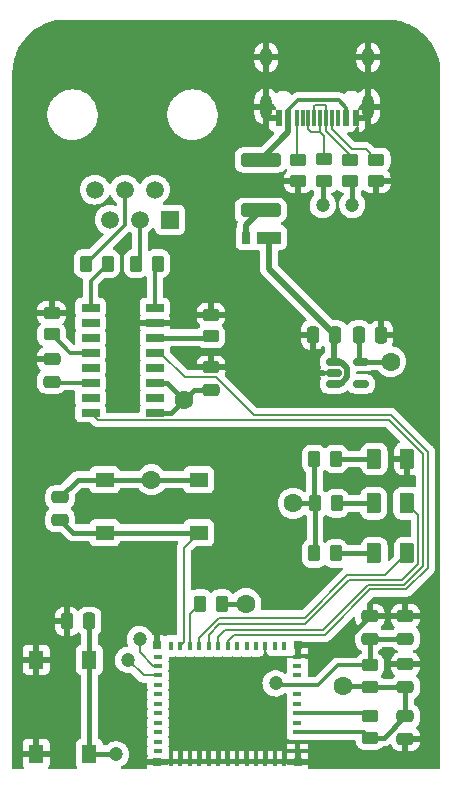
<source format=gbr>
%TF.GenerationSoftware,KiCad,Pcbnew,(6.0.11-0)*%
%TF.CreationDate,2023-11-26T18:13:28+01:00*%
%TF.ProjectId,Layblar_PCB,4c617962-6c61-4725-9f50-43422e6b6963,rev?*%
%TF.SameCoordinates,Original*%
%TF.FileFunction,Copper,L1,Top*%
%TF.FilePolarity,Positive*%
%FSLAX46Y46*%
G04 Gerber Fmt 4.6, Leading zero omitted, Abs format (unit mm)*
G04 Created by KiCad (PCBNEW (6.0.11-0)) date 2023-11-26 18:13:28*
%MOMM*%
%LPD*%
G01*
G04 APERTURE LIST*
G04 Aperture macros list*
%AMRoundRect*
0 Rectangle with rounded corners*
0 $1 Rounding radius*
0 $2 $3 $4 $5 $6 $7 $8 $9 X,Y pos of 4 corners*
0 Add a 4 corners polygon primitive as box body*
4,1,4,$2,$3,$4,$5,$6,$7,$8,$9,$2,$3,0*
0 Add four circle primitives for the rounded corners*
1,1,$1+$1,$2,$3*
1,1,$1+$1,$4,$5*
1,1,$1+$1,$6,$7*
1,1,$1+$1,$8,$9*
0 Add four rect primitives between the rounded corners*
20,1,$1+$1,$2,$3,$4,$5,0*
20,1,$1+$1,$4,$5,$6,$7,0*
20,1,$1+$1,$6,$7,$8,$9,0*
20,1,$1+$1,$8,$9,$2,$3,0*%
%AMFreePoly0*
4,1,6,0.725000,-0.725000,-0.725000,-0.725000,-0.725000,0.125000,-0.125000,0.725000,0.725000,0.725000,0.725000,-0.725000,0.725000,-0.725000,$1*%
G04 Aperture macros list end*
%TA.AperFunction,SMDPad,CuDef*%
%ADD10RoundRect,0.250000X-0.262500X-0.450000X0.262500X-0.450000X0.262500X0.450000X-0.262500X0.450000X0*%
%TD*%
%TA.AperFunction,SMDPad,CuDef*%
%ADD11RoundRect,0.150000X-0.512500X-0.150000X0.512500X-0.150000X0.512500X0.150000X-0.512500X0.150000X0*%
%TD*%
%TA.AperFunction,SMDPad,CuDef*%
%ADD12R,1.550000X1.300000*%
%TD*%
%TA.AperFunction,ComponentPad*%
%ADD13R,1.520000X1.520000*%
%TD*%
%TA.AperFunction,ComponentPad*%
%ADD14C,1.520000*%
%TD*%
%TA.AperFunction,SMDPad,CuDef*%
%ADD15R,0.600000X1.450000*%
%TD*%
%TA.AperFunction,SMDPad,CuDef*%
%ADD16R,0.300000X1.450000*%
%TD*%
%TA.AperFunction,ComponentPad*%
%ADD17O,1.000000X1.600000*%
%TD*%
%TA.AperFunction,ComponentPad*%
%ADD18O,1.000000X2.100000*%
%TD*%
%TA.AperFunction,SMDPad,CuDef*%
%ADD19RoundRect,0.250000X-0.450000X0.262500X-0.450000X-0.262500X0.450000X-0.262500X0.450000X0.262500X0*%
%TD*%
%TA.AperFunction,SMDPad,CuDef*%
%ADD20RoundRect,0.250000X0.375000X0.625000X-0.375000X0.625000X-0.375000X-0.625000X0.375000X-0.625000X0*%
%TD*%
%TA.AperFunction,SMDPad,CuDef*%
%ADD21RoundRect,0.250000X0.262500X0.450000X-0.262500X0.450000X-0.262500X-0.450000X0.262500X-0.450000X0*%
%TD*%
%TA.AperFunction,SMDPad,CuDef*%
%ADD22RoundRect,0.250000X0.450000X-0.262500X0.450000X0.262500X-0.450000X0.262500X-0.450000X-0.262500X0*%
%TD*%
%TA.AperFunction,SMDPad,CuDef*%
%ADD23RoundRect,0.250000X0.475000X-0.250000X0.475000X0.250000X-0.475000X0.250000X-0.475000X-0.250000X0*%
%TD*%
%TA.AperFunction,SMDPad,CuDef*%
%ADD24R,1.300000X1.550000*%
%TD*%
%TA.AperFunction,SMDPad,CuDef*%
%ADD25RoundRect,0.250000X-0.475000X0.250000X-0.475000X-0.250000X0.475000X-0.250000X0.475000X0.250000X0*%
%TD*%
%TA.AperFunction,SMDPad,CuDef*%
%ADD26RoundRect,0.250000X0.250000X0.475000X-0.250000X0.475000X-0.250000X-0.475000X0.250000X-0.475000X0*%
%TD*%
%TA.AperFunction,SMDPad,CuDef*%
%ADD27RoundRect,0.250000X-0.250000X-0.475000X0.250000X-0.475000X0.250000X0.475000X-0.250000X0.475000X0*%
%TD*%
%TA.AperFunction,SMDPad,CuDef*%
%ADD28RoundRect,0.250000X-1.450000X0.312500X-1.450000X-0.312500X1.450000X-0.312500X1.450000X0.312500X0*%
%TD*%
%TA.AperFunction,SMDPad,CuDef*%
%ADD29R,1.550000X0.650000*%
%TD*%
%TA.AperFunction,SMDPad,CuDef*%
%ADD30R,2.000000X1.100000*%
%TD*%
%TA.AperFunction,SMDPad,CuDef*%
%ADD31R,0.800000X1.100000*%
%TD*%
%TA.AperFunction,SMDPad,CuDef*%
%ADD32R,0.800000X0.400000*%
%TD*%
%TA.AperFunction,SMDPad,CuDef*%
%ADD33R,0.400000X0.800000*%
%TD*%
%TA.AperFunction,SMDPad,CuDef*%
%ADD34R,1.450000X1.450000*%
%TD*%
%TA.AperFunction,SMDPad,CuDef*%
%ADD35FreePoly0,180.000000*%
%TD*%
%TA.AperFunction,SMDPad,CuDef*%
%ADD36R,0.700000X0.700000*%
%TD*%
%TA.AperFunction,ViaPad*%
%ADD37C,1.600000*%
%TD*%
%TA.AperFunction,ViaPad*%
%ADD38C,1.200000*%
%TD*%
%TA.AperFunction,Conductor*%
%ADD39C,0.400000*%
%TD*%
%TA.AperFunction,Conductor*%
%ADD40C,0.200000*%
%TD*%
%TA.AperFunction,Conductor*%
%ADD41C,0.500000*%
%TD*%
%TA.AperFunction,Conductor*%
%ADD42C,0.300000*%
%TD*%
G04 APERTURE END LIST*
D10*
%TO.P,R3,1*%
%TO.N,+3.3V*%
X54350000Y-51250000D03*
%TO.P,R3,2*%
%TO.N,Net-(D4-Pad2)*%
X56175000Y-51250000D03*
%TD*%
D11*
%TO.P,U8,1,IN*%
%TO.N,+5V*%
X55950000Y-39250000D03*
%TO.P,U8,2,GND*%
%TO.N,GND*%
X55950000Y-40200000D03*
%TO.P,U8,3,EN*%
%TO.N,+5V*%
X55950000Y-41150000D03*
%TO.P,U8,4,NC*%
%TO.N,unconnected-(U8-Pad4)*%
X58225000Y-41150000D03*
%TO.P,U8,5,OUT*%
%TO.N,+3.3V*%
X58225000Y-39250000D03*
%TD*%
D12*
%TO.P,SW2,1,1*%
%TO.N,GPIO_USER_SWITCH*%
X44500000Y-53750000D03*
X36550000Y-53750000D03*
%TO.P,SW2,2,2*%
%TO.N,+3.3V*%
X44500000Y-49250000D03*
X36550000Y-49250000D03*
%TD*%
D13*
%TO.P,J1,1*%
%TO.N,unconnected-(J1-Pad1)*%
X42057500Y-27240000D03*
D14*
%TO.P,J1,2*%
%TO.N,unconnected-(J1-Pad2)*%
X40787500Y-24700000D03*
%TO.P,J1,3*%
%TO.N,Net-(J1-Pad3)*%
X39517500Y-27240000D03*
%TO.P,J1,4*%
%TO.N,Net-(J1-Pad4)*%
X38247500Y-24700000D03*
%TO.P,J1,5*%
%TO.N,unconnected-(J1-Pad5)*%
X36977500Y-27240000D03*
%TO.P,J1,6*%
%TO.N,unconnected-(J1-Pad6)*%
X35707500Y-24700000D03*
%TD*%
D15*
%TO.P,J2,A1,GND*%
%TO.N,GND*%
X57787500Y-18595000D03*
%TO.P,J2,A4,VBUS*%
%TO.N,Net-(F1-Pad1)*%
X56987500Y-18595000D03*
D16*
%TO.P,J2,A5,CC1*%
%TO.N,Net-(J2-PadA5)*%
X55787500Y-18595000D03*
%TO.P,J2,A6,D+*%
%TO.N,Net-(J2-PadA6)*%
X54787500Y-18595000D03*
%TO.P,J2,A7,D-*%
%TO.N,Net-(J2-PadA7)*%
X54287500Y-18595000D03*
%TO.P,J2,A8,SBU1*%
%TO.N,unconnected-(J2-PadA8)*%
X53287500Y-18595000D03*
D15*
%TO.P,J2,A9,VBUS*%
%TO.N,Net-(F1-Pad1)*%
X52087500Y-18595000D03*
%TO.P,J2,A12,GND*%
%TO.N,GND*%
X51287500Y-18595000D03*
%TO.P,J2,B1,GND*%
X51287500Y-18595000D03*
%TO.P,J2,B4,VBUS*%
%TO.N,Net-(F1-Pad1)*%
X52087500Y-18595000D03*
D16*
%TO.P,J2,B5,CC2*%
%TO.N,Net-(J2-PadB5)*%
X52787500Y-18595000D03*
%TO.P,J2,B6,D+*%
%TO.N,Net-(J2-PadA6)*%
X53787500Y-18595000D03*
%TO.P,J2,B7,D-*%
%TO.N,Net-(J2-PadA7)*%
X55287500Y-18595000D03*
%TO.P,J2,B8,SBU2*%
%TO.N,unconnected-(J2-PadB8)*%
X56287500Y-18595000D03*
D15*
%TO.P,J2,B9,VBUS*%
%TO.N,Net-(F1-Pad1)*%
X56987500Y-18595000D03*
%TO.P,J2,B12,GND*%
%TO.N,GND*%
X57787500Y-18595000D03*
D17*
%TO.P,J2,S1,SHIELD*%
X58857500Y-13500000D03*
X50217500Y-13500000D03*
D18*
X58857500Y-17680000D03*
X50217500Y-17680000D03*
%TD*%
D19*
%TO.P,R11,1*%
%TO.N,GND*%
X45537500Y-35287500D03*
%TO.P,R11,2*%
%TO.N,Net-(R11-Pad2)*%
X45537500Y-37112500D03*
%TD*%
D20*
%TO.P,D4,1,K*%
%TO.N,GPIO_LED_YELLOW*%
X62100000Y-51250000D03*
%TO.P,D4,2,A*%
%TO.N,Net-(D4-Pad2)*%
X59300000Y-51250000D03*
%TD*%
D21*
%TO.P,R28,1*%
%TO.N,+3.3V*%
X46450000Y-59750000D03*
%TO.P,R28,2*%
%TO.N,Net-(R28-Pad2)*%
X44625000Y-59750000D03*
%TD*%
D20*
%TO.P,D3,1,K*%
%TO.N,GPIO_LED_BLUE*%
X62150000Y-55500000D03*
%TO.P,D3,2,A*%
%TO.N,Net-(D3-Pad2)*%
X59350000Y-55500000D03*
%TD*%
D22*
%TO.P,R8,1*%
%TO.N,GND*%
X52937500Y-23975000D03*
%TO.P,R8,2*%
%TO.N,Net-(J2-PadB5)*%
X52937500Y-22150000D03*
%TD*%
D23*
%TO.P,C3,1*%
%TO.N,GPIO_USER_SWITCH*%
X32750000Y-52650000D03*
%TO.P,C3,2*%
%TO.N,+3.3V*%
X32750000Y-50750000D03*
%TD*%
D22*
%TO.P,R6,1*%
%TO.N,D+*%
X55137500Y-23962500D03*
%TO.P,R6,2*%
%TO.N,Net-(J2-PadA6)*%
X55137500Y-22137500D03*
%TD*%
D19*
%TO.P,R5,1*%
%TO.N,Net-(J2-PadA7)*%
X57337500Y-22150000D03*
%TO.P,R5,2*%
%TO.N,D-*%
X57337500Y-23975000D03*
%TD*%
D24*
%TO.P,SW1,1,1*%
%TO.N,GND*%
X30750000Y-64500000D03*
X30750000Y-72450000D03*
%TO.P,SW1,2,2*%
%TO.N,EN*%
X35250000Y-72450000D03*
X35250000Y-64500000D03*
%TD*%
D25*
%TO.P,C2,1*%
%TO.N,GND*%
X62000000Y-60800000D03*
%TO.P,C2,2*%
%TO.N,EN*%
X62000000Y-62700000D03*
%TD*%
D10*
%TO.P,R22,1*%
%TO.N,+3.3V*%
X54275000Y-47500000D03*
%TO.P,R22,2*%
%TO.N,Net-(D2-Pad2)*%
X56100000Y-47500000D03*
%TD*%
D22*
%TO.P,R21,1*%
%TO.N,+3.3V*%
X59000000Y-66800000D03*
%TO.P,R21,2*%
%TO.N,EN*%
X59000000Y-64975000D03*
%TD*%
D21*
%TO.P,R9,1*%
%TO.N,Net-(R9-Pad1)*%
X36787500Y-30950000D03*
%TO.P,R9,2*%
%TO.N,Net-(J1-Pad4)*%
X34962500Y-30950000D03*
%TD*%
D25*
%TO.P,C5,1*%
%TO.N,GND*%
X45537500Y-39750000D03*
%TO.P,C5,2*%
%TO.N,+3.3V*%
X45537500Y-41650000D03*
%TD*%
D26*
%TO.P,C10,1*%
%TO.N,+5V*%
X56050000Y-37000000D03*
%TO.P,C10,2*%
%TO.N,GND*%
X54150000Y-37000000D03*
%TD*%
D19*
%TO.P,R7,1*%
%TO.N,Net-(J2-PadA5)*%
X59537500Y-22150000D03*
%TO.P,R7,2*%
%TO.N,GND*%
X59537500Y-23975000D03*
%TD*%
D25*
%TO.P,C6,1*%
%TO.N,GND*%
X59000000Y-60800000D03*
%TO.P,C6,2*%
%TO.N,EN*%
X59000000Y-62700000D03*
%TD*%
D21*
%TO.P,R10,1*%
%TO.N,Net-(R10-Pad1)*%
X41037500Y-30950000D03*
%TO.P,R10,2*%
%TO.N,Net-(J1-Pad3)*%
X39212500Y-30950000D03*
%TD*%
D23*
%TO.P,C19,1*%
%TO.N,GND*%
X62000000Y-71200000D03*
%TO.P,C19,2*%
%TO.N,+3.3V*%
X62000000Y-69300000D03*
%TD*%
D22*
%TO.P,R1,1*%
%TO.N,+3.3V*%
X59000000Y-71125000D03*
%TO.P,R1,2*%
%TO.N,Net-(R1-Pad2)*%
X59000000Y-69300000D03*
%TD*%
D27*
%TO.P,C1,1*%
%TO.N,GND*%
X33350000Y-61250000D03*
%TO.P,C1,2*%
%TO.N,EN*%
X35250000Y-61250000D03*
%TD*%
D28*
%TO.P,F1,1*%
%TO.N,Net-(F1-Pad1)*%
X49737500Y-22175000D03*
%TO.P,F1,2*%
%TO.N,Net-(D1-Pad2)*%
X49737500Y-26450000D03*
%TD*%
D20*
%TO.P,D2,1,K*%
%TO.N,GND*%
X62150000Y-47500000D03*
%TO.P,D2,2,A*%
%TO.N,Net-(D2-Pad2)*%
X59350000Y-47500000D03*
%TD*%
D25*
%TO.P,C17,1*%
%TO.N,GND*%
X62000000Y-64900000D03*
%TO.P,C17,2*%
%TO.N,+3.3V*%
X62000000Y-66800000D03*
%TD*%
%TO.P,C4,1*%
%TO.N,GND*%
X32037500Y-39050000D03*
%TO.P,C4,2*%
%TO.N,Net-(C4-Pad2)*%
X32037500Y-40950000D03*
%TD*%
D29*
%TO.P,U5,1,BUSL2*%
%TO.N,Net-(R9-Pad1)*%
X35337500Y-34680000D03*
%TO.P,U5,2,VB*%
%TO.N,unconnected-(U5-Pad2)*%
X35337500Y-35950000D03*
%TO.P,U5,3,STC*%
%TO.N,unconnected-(U5-Pad3)*%
X35337500Y-37220000D03*
%TO.P,U5,4,RIDD*%
%TO.N,Net-(R4-Pad2)*%
X35337500Y-38490000D03*
%TO.P,U5,5,PFB*%
%TO.N,unconnected-(U5-Pad5)*%
X35337500Y-39760000D03*
%TO.P,U5,6,SC*%
%TO.N,Net-(C4-Pad2)*%
X35337500Y-41030000D03*
%TO.P,U5,7,TXI*%
%TO.N,unconnected-(U5-Pad7)*%
X35337500Y-42300000D03*
%TO.P,U5,8,TX*%
%TO.N,RX_ESP32*%
X35337500Y-43570000D03*
%TO.P,U5,9,VIO*%
%TO.N,+3.3V*%
X40787500Y-43570000D03*
%TO.P,U5,10,VS*%
%TO.N,unconnected-(U5-Pad10)*%
X40787500Y-42300000D03*
%TO.P,U5,11,VDD*%
%TO.N,+3.3V*%
X40787500Y-41030000D03*
%TO.P,U5,12,RX*%
%TO.N,unconnected-(U5-Pad12)*%
X40787500Y-39760000D03*
%TO.P,U5,13,RXI*%
%TO.N,TX_ESP32*%
X40787500Y-38490000D03*
%TO.P,U5,14,RIS*%
%TO.N,Net-(R11-Pad2)*%
X40787500Y-37220000D03*
%TO.P,U5,15,GND*%
%TO.N,GND*%
X40787500Y-35950000D03*
%TO.P,U5,16,BUSL1*%
%TO.N,Net-(R10-Pad1)*%
X40787500Y-34680000D03*
%TD*%
D19*
%TO.P,R4,1*%
%TO.N,GND*%
X32037500Y-35125000D03*
%TO.P,R4,2*%
%TO.N,Net-(R4-Pad2)*%
X32037500Y-36950000D03*
%TD*%
D10*
%TO.P,R2,1*%
%TO.N,+3.3V*%
X54275000Y-55500000D03*
%TO.P,R2,2*%
%TO.N,Net-(D3-Pad2)*%
X56100000Y-55500000D03*
%TD*%
D30*
%TO.P,D1,1,K*%
%TO.N,+5V*%
X50437500Y-28750000D03*
D31*
%TO.P,D1,2,A*%
%TO.N,Net-(D1-Pad2)*%
X48537500Y-28750000D03*
%TD*%
D27*
%TO.P,C28,1*%
%TO.N,+3.3V*%
X58050000Y-37000000D03*
%TO.P,C28,2*%
%TO.N,GND*%
X59950000Y-37000000D03*
%TD*%
D32*
%TO.P,U1,1,GND*%
%TO.N,GND*%
X52850000Y-72225000D03*
%TO.P,U1,2,GND*%
X52850000Y-71425000D03*
%TO.P,U1,3,3V3*%
%TO.N,+3.3V*%
X52850000Y-70625000D03*
%TO.P,U1,4,NC*%
%TO.N,unconnected-(U1-Pad4)*%
X52850000Y-69825000D03*
%TO.P,U1,5,GPIO2/ADC1_CH2*%
%TO.N,Net-(R1-Pad2)*%
X52850000Y-69025000D03*
%TO.P,U1,6,GPIO3/ADC1_CH3*%
%TO.N,unconnected-(U1-Pad6)*%
X52850000Y-68225000D03*
%TO.P,U1,7,NC*%
%TO.N,unconnected-(U1-Pad7)*%
X52850000Y-67425000D03*
%TO.P,U1,8,EN/CHIP_PU*%
%TO.N,EN*%
X52850000Y-66625000D03*
%TO.P,U1,9,NC*%
%TO.N,unconnected-(U1-Pad9)*%
X52850000Y-65825000D03*
%TO.P,U1,10,NC*%
%TO.N,unconnected-(U1-Pad10)*%
X52850000Y-65025000D03*
%TO.P,U1,11,GND*%
%TO.N,GND*%
X52850000Y-64225000D03*
D33*
%TO.P,U1,12,GPIO0/ADC1_CH0/XTAL_32K_P*%
%TO.N,unconnected-(U1-Pad12)*%
X51750000Y-63325000D03*
%TO.P,U1,13,GPIO1/ADC1_CH1/XTAL_32K_N*%
%TO.N,unconnected-(U1-Pad13)*%
X50950000Y-63325000D03*
%TO.P,U1,14,GND*%
%TO.N,GND*%
X50150000Y-63325000D03*
%TO.P,U1,15,NC*%
%TO.N,unconnected-(U1-Pad15)*%
X49350000Y-63325000D03*
%TO.P,U1,16,GPIO10*%
%TO.N,unconnected-(U1-Pad16)*%
X48550000Y-63325000D03*
%TO.P,U1,17,NC*%
%TO.N,unconnected-(U1-Pad17)*%
X47750000Y-63325000D03*
%TO.P,U1,18,GPIO4/ADC1_CH4*%
%TO.N,TX_ESP32*%
X46950000Y-63325000D03*
%TO.P,U1,19,GPIO5/ADC2_CH0*%
%TO.N,RX_ESP32*%
X46150000Y-63325000D03*
%TO.P,U1,20,GPIO6*%
%TO.N,GPIO_LED_YELLOW*%
X45350000Y-63325000D03*
%TO.P,U1,21,GPIO7*%
%TO.N,GPIO_LED_BLUE*%
X44550000Y-63325000D03*
%TO.P,U1,22,GPIO8*%
%TO.N,Net-(R28-Pad2)*%
X43750000Y-63325000D03*
%TO.P,U1,23,GPIO9*%
%TO.N,GPIO_USER_SWITCH*%
X42950000Y-63325000D03*
%TO.P,U1,24,NC*%
%TO.N,unconnected-(U1-Pad24)*%
X42150000Y-63325000D03*
D32*
%TO.P,U1,25,NC*%
%TO.N,unconnected-(U1-Pad25)*%
X41050000Y-64225000D03*
%TO.P,U1,26,GPIO18/USB_D-*%
%TO.N,D-*%
X41050000Y-65025000D03*
%TO.P,U1,27,GPIO19/USB_D+*%
%TO.N,D+*%
X41050000Y-65825000D03*
%TO.P,U1,28,NC*%
%TO.N,unconnected-(U1-Pad28)*%
X41050000Y-66625000D03*
%TO.P,U1,29,NC*%
%TO.N,unconnected-(U1-Pad29)*%
X41050000Y-67425000D03*
%TO.P,U1,30,GPIO20/U0RXD*%
%TO.N,unconnected-(U1-Pad30)*%
X41050000Y-68225000D03*
%TO.P,U1,31,GPIO21/U0TXD*%
%TO.N,unconnected-(U1-Pad31)*%
X41050000Y-69025000D03*
%TO.P,U1,32,NC*%
%TO.N,unconnected-(U1-Pad32)*%
X41050000Y-69825000D03*
%TO.P,U1,33,NC*%
%TO.N,unconnected-(U1-Pad33)*%
X41050000Y-70625000D03*
%TO.P,U1,34,NC*%
%TO.N,unconnected-(U1-Pad34)*%
X41050000Y-71425000D03*
%TO.P,U1,35,NC*%
%TO.N,unconnected-(U1-Pad35)*%
X41050000Y-72225000D03*
D33*
%TO.P,U1,36,GND*%
%TO.N,GND*%
X42150000Y-73125000D03*
%TO.P,U1,37,GND*%
X42950000Y-73125000D03*
%TO.P,U1,38,GND*%
X43750000Y-73125000D03*
%TO.P,U1,39,GND*%
X44550000Y-73125000D03*
%TO.P,U1,40,GND*%
X45350000Y-73125000D03*
%TO.P,U1,41,GND*%
X46150000Y-73125000D03*
%TO.P,U1,42,GND*%
X46950000Y-73125000D03*
%TO.P,U1,43,GND*%
X47750000Y-73125000D03*
%TO.P,U1,44,GND*%
X48550000Y-73125000D03*
%TO.P,U1,45,GND*%
X49350000Y-73125000D03*
%TO.P,U1,46,GND*%
X50150000Y-73125000D03*
%TO.P,U1,47,GND*%
X50950000Y-73125000D03*
%TO.P,U1,48,GND*%
X51750000Y-73125000D03*
D34*
%TO.P,U1,49,GND*%
X46950000Y-68225000D03*
X46950000Y-66250000D03*
D35*
X48925000Y-70200000D03*
D34*
X44975000Y-66250000D03*
X44975000Y-68225000D03*
X48925000Y-68225000D03*
X44975000Y-70200000D03*
X48925000Y-66250000D03*
X46950000Y-70200000D03*
D36*
%TO.P,U1,50,GND*%
X41000000Y-73175000D03*
%TO.P,U1,51,GND*%
X41000000Y-63275000D03*
%TO.P,U1,52,GND*%
X52900000Y-63275000D03*
%TO.P,U1,53,GND*%
X52900000Y-73175000D03*
%TD*%
D37*
%TO.N,GND*%
X43000000Y-68250000D03*
X32500000Y-68250000D03*
D38*
%TO.N,D-*%
X57500000Y-26000000D03*
X39500000Y-62750000D03*
%TO.N,D+*%
X55000000Y-26000000D03*
X38500000Y-64500000D03*
D37*
%TO.N,+3.3V*%
X43250000Y-42500000D03*
X56750000Y-66750000D03*
X52500000Y-51250000D03*
X60750000Y-39250000D03*
X48500000Y-59750000D03*
X40500000Y-49250000D03*
D38*
%TO.N,EN*%
X37500000Y-72500000D03*
X51000000Y-66500000D03*
%TD*%
D39*
%TO.N,GND*%
X52900000Y-63275000D02*
X56525000Y-63275000D01*
D40*
X50150000Y-63900000D02*
X50475000Y-64225000D01*
D39*
X56525000Y-63275000D02*
X59000000Y-60800000D01*
D40*
X50475000Y-64225000D02*
X52850000Y-64225000D01*
X50150000Y-63325000D02*
X50150000Y-63900000D01*
D41*
%TO.N,+5V*%
X56511028Y-41150000D02*
X57062500Y-40598528D01*
X55950000Y-39250000D02*
X55950000Y-37100000D01*
X50437500Y-31387500D02*
X50437500Y-28750000D01*
X55950000Y-37100000D02*
X56050000Y-37000000D01*
X57062500Y-39801472D02*
X56511028Y-39250000D01*
X56050000Y-37000000D02*
X50437500Y-31387500D01*
X56511028Y-39250000D02*
X55950000Y-39250000D01*
X55950000Y-41150000D02*
X56511028Y-41150000D01*
X57062500Y-40598528D02*
X57062500Y-39801472D01*
%TO.N,Net-(D1-Pad2)*%
X48537500Y-27650000D02*
X49737500Y-26450000D01*
X48537500Y-28750000D02*
X48537500Y-27650000D01*
D42*
%TO.N,Net-(F1-Pad1)*%
X56987500Y-17762500D02*
X56345000Y-17120000D01*
X56345000Y-17120000D02*
X52880000Y-17120000D01*
D41*
X52087500Y-18595000D02*
X52087500Y-19825000D01*
D42*
X52880000Y-17120000D02*
X52087500Y-17912500D01*
D41*
X52087500Y-19825000D02*
X49737500Y-22175000D01*
D42*
X56987500Y-18595000D02*
X56987500Y-17762500D01*
X52087500Y-17912500D02*
X52087500Y-18595000D01*
D40*
%TO.N,Net-(J2-PadA5)*%
X58637500Y-21250000D02*
X59537500Y-22150000D01*
X55787500Y-19570000D02*
X57467500Y-21250000D01*
X57467500Y-21250000D02*
X58637500Y-21250000D01*
X55787500Y-18595000D02*
X55787500Y-19570000D01*
%TO.N,Net-(J2-PadA6)*%
X55137500Y-22137500D02*
X55137500Y-20137500D01*
X54787500Y-19787500D02*
X54787500Y-18595000D01*
X55137500Y-20137500D02*
X54787500Y-19787500D01*
X54005000Y-19787500D02*
X54787500Y-19787500D01*
X53787500Y-18595000D02*
X53787500Y-19570000D01*
X53787500Y-19570000D02*
X54005000Y-19787500D01*
%TO.N,Net-(J2-PadA7)*%
X54287500Y-17620000D02*
X54337500Y-17570000D01*
X55287500Y-19721814D02*
X57337500Y-21771814D01*
X55287500Y-18595000D02*
X55287500Y-19721814D01*
X54287500Y-18595000D02*
X54287500Y-17620000D01*
X55237500Y-17570000D02*
X55287500Y-17620000D01*
X57337500Y-21771814D02*
X57337500Y-22150000D01*
X55287500Y-17620000D02*
X55287500Y-18595000D01*
X54337500Y-17570000D02*
X55237500Y-17570000D01*
%TO.N,Net-(J2-PadB5)*%
X52787500Y-22000000D02*
X52937500Y-22150000D01*
X52787500Y-18595000D02*
X52787500Y-22000000D01*
D39*
%TO.N,D-*%
X57500000Y-24137500D02*
X57337500Y-23975000D01*
D40*
X39500000Y-62750000D02*
X39500000Y-63875000D01*
X40650000Y-65025000D02*
X41050000Y-65025000D01*
D39*
X57500000Y-26000000D02*
X57500000Y-24137500D01*
D40*
X39500000Y-63875000D02*
X40650000Y-65025000D01*
%TO.N,D+*%
X41050000Y-65825000D02*
X39825000Y-65825000D01*
D39*
X55000000Y-26000000D02*
X55000000Y-24100000D01*
D40*
X39825000Y-65825000D02*
X38500000Y-64500000D01*
D39*
X55000000Y-24100000D02*
X55137500Y-23962500D01*
D40*
%TO.N,Net-(R28-Pad2)*%
X43750000Y-63325000D02*
X43750000Y-60625000D01*
X43750000Y-60625000D02*
X44625000Y-59750000D01*
D39*
%TO.N,+3.3V*%
X58050000Y-37000000D02*
X58050000Y-39075000D01*
X45537500Y-41650000D02*
X44100000Y-41650000D01*
X44100000Y-41650000D02*
X43250000Y-42500000D01*
X42180000Y-43570000D02*
X43250000Y-42500000D01*
X58950000Y-66750000D02*
X59000000Y-66800000D01*
X62000000Y-66800000D02*
X62000000Y-69300000D01*
X54275000Y-51175000D02*
X54350000Y-51250000D01*
X40787500Y-41030000D02*
X41780000Y-41030000D01*
X34250000Y-49250000D02*
X32750000Y-50750000D01*
X54275000Y-47500000D02*
X54275000Y-51175000D01*
X54350000Y-55425000D02*
X54275000Y-55500000D01*
X60750000Y-39250000D02*
X58225000Y-39250000D01*
X60175000Y-71125000D02*
X62000000Y-69300000D01*
X40787500Y-43570000D02*
X42180000Y-43570000D01*
X36550000Y-49250000D02*
X34250000Y-49250000D01*
X48500000Y-59750000D02*
X46450000Y-59750000D01*
X58050000Y-39075000D02*
X58225000Y-39250000D01*
X54350000Y-51250000D02*
X54350000Y-55425000D01*
X44500000Y-49250000D02*
X40500000Y-49250000D01*
X59000000Y-71125000D02*
X60175000Y-71125000D01*
D42*
X52850000Y-70625000D02*
X58500000Y-70625000D01*
D39*
X54350000Y-51250000D02*
X52500000Y-51250000D01*
X56750000Y-66750000D02*
X58950000Y-66750000D01*
X59000000Y-66800000D02*
X62000000Y-66800000D01*
X41780000Y-41030000D02*
X43250000Y-42500000D01*
D42*
X58500000Y-70625000D02*
X59000000Y-71125000D01*
D39*
X40500000Y-49250000D02*
X36550000Y-49250000D01*
%TO.N,GPIO_USER_SWITCH*%
X44500000Y-53750000D02*
X36550000Y-53750000D01*
X36550000Y-53750000D02*
X33850000Y-53750000D01*
D40*
X43250000Y-55000000D02*
X44500000Y-53750000D01*
D39*
X33850000Y-53750000D02*
X32750000Y-52650000D01*
D40*
X42950000Y-63325000D02*
X43250000Y-63025000D01*
X43250000Y-63025000D02*
X43250000Y-55000000D01*
D42*
%TO.N,Net-(C4-Pad2)*%
X35337500Y-41030000D02*
X32117500Y-41030000D01*
X32117500Y-41030000D02*
X32037500Y-40950000D01*
D40*
%TO.N,GPIO_LED_BLUE*%
X46249999Y-60934315D02*
X44550000Y-62634314D01*
X62150000Y-55500000D02*
X60300000Y-57350000D01*
X57084315Y-57350000D02*
X53500000Y-60934315D01*
X44550000Y-62634314D02*
X44550000Y-63325000D01*
X53500000Y-60934315D02*
X46249999Y-60934315D01*
X60300000Y-57350000D02*
X57084315Y-57350000D01*
D39*
%TO.N,Net-(D3-Pad2)*%
X59350000Y-55500000D02*
X56100000Y-55500000D01*
%TO.N,Net-(D2-Pad2)*%
X59350000Y-47500000D02*
X56100000Y-47500000D01*
%TO.N,EN*%
X35250000Y-64500000D02*
X35250000Y-72450000D01*
D42*
X52850000Y-66625000D02*
X51125000Y-66625000D01*
D39*
X37450000Y-72450000D02*
X37500000Y-72500000D01*
D42*
X51125000Y-66625000D02*
X51000000Y-66500000D01*
D39*
X35250000Y-72450000D02*
X37450000Y-72450000D01*
X35250000Y-64500000D02*
X35250000Y-61250000D01*
D42*
X56275000Y-64975000D02*
X59000000Y-64975000D01*
X52850000Y-66625000D02*
X54625000Y-66625000D01*
D39*
X59000000Y-62700000D02*
X59000000Y-64975000D01*
D42*
X54625000Y-66625000D02*
X56275000Y-64975000D01*
D39*
X62000000Y-62700000D02*
X59000000Y-62700000D01*
D40*
%TO.N,GPIO_LED_YELLOW*%
X61750000Y-57750000D02*
X57250000Y-57750000D01*
X45350000Y-62400000D02*
X45350000Y-63325000D01*
X62100000Y-51250000D02*
X63075000Y-52225000D01*
X57250000Y-57750000D02*
X53500000Y-61500000D01*
X63075000Y-56425000D02*
X61750000Y-57750000D01*
X46250000Y-61500000D02*
X45350000Y-62400000D01*
X63075000Y-52225000D02*
X63075000Y-56425000D01*
X53500000Y-61500000D02*
X46250000Y-61500000D01*
D39*
%TO.N,Net-(D4-Pad2)*%
X59300000Y-51250000D02*
X56175000Y-51250000D01*
D42*
%TO.N,Net-(J1-Pad3)*%
X39212500Y-30950000D02*
X39517500Y-30645000D01*
X39517500Y-30645000D02*
X39517500Y-27240000D01*
%TO.N,Net-(J1-Pad4)*%
X38247500Y-24700000D02*
X38247500Y-27665000D01*
X38247500Y-27665000D02*
X34962500Y-30950000D01*
%TO.N,Net-(R1-Pad2)*%
X58725000Y-69025000D02*
X59000000Y-69300000D01*
X52850000Y-69025000D02*
X58725000Y-69025000D01*
%TO.N,Net-(R4-Pad2)*%
X35337500Y-38490000D02*
X33577500Y-38490000D01*
X33577500Y-38490000D02*
X32037500Y-36950000D01*
%TO.N,Net-(R9-Pad1)*%
X36787500Y-30950000D02*
X35337500Y-32400000D01*
X35337500Y-32400000D02*
X35337500Y-34680000D01*
%TO.N,Net-(R10-Pad1)*%
X40787500Y-31200000D02*
X40787500Y-34680000D01*
X41037500Y-30950000D02*
X40787500Y-31200000D01*
D39*
%TO.N,Net-(R11-Pad2)*%
X45430000Y-37220000D02*
X40787500Y-37220000D01*
X45537500Y-37112500D02*
X45430000Y-37220000D01*
D40*
%TO.N,TX_ESP32*%
X49185317Y-43795000D02*
X60788502Y-43795000D01*
X46950000Y-62925000D02*
X46950000Y-63325000D01*
X43297500Y-40550000D02*
X45940317Y-40550000D01*
X62081372Y-58550000D02*
X59015686Y-58550000D01*
X45940317Y-40550000D02*
X49185317Y-43795000D01*
X60788502Y-43795000D02*
X63875000Y-46881497D01*
X63875000Y-56756371D02*
X62081372Y-58550000D01*
X47475000Y-62400000D02*
X46950000Y-62925000D01*
X55165686Y-62400000D02*
X47475000Y-62400000D01*
X40787500Y-38490000D02*
X41237500Y-38490000D01*
X59015686Y-58550000D02*
X55165686Y-62400000D01*
X63875000Y-46881497D02*
X63875000Y-56756371D01*
X41237500Y-38490000D02*
X43297500Y-40550000D01*
%TO.N,RX_ESP32*%
X63475000Y-47047183D02*
X60622817Y-44195000D01*
X60622817Y-44195000D02*
X35962500Y-44195000D01*
X58850000Y-58150000D02*
X61915686Y-58150000D01*
X55000000Y-62000000D02*
X58850000Y-58150000D01*
X35962500Y-44195000D02*
X35337500Y-43570000D01*
X46150000Y-62600000D02*
X46750000Y-62000000D01*
X46750000Y-62000000D02*
X55000000Y-62000000D01*
X46150000Y-63325000D02*
X46150000Y-62600000D01*
X63475000Y-56590686D02*
X63475000Y-47047183D01*
X61915686Y-58150000D02*
X63475000Y-56590686D01*
%TD*%
%TA.AperFunction,Conductor*%
%TO.N,GND*%
G36*
X60434487Y-10295534D02*
G01*
X60449320Y-10297844D01*
X60449324Y-10297844D01*
X60458193Y-10299225D01*
X60478651Y-10296550D01*
X60500477Y-10295606D01*
X60850434Y-10310883D01*
X60861383Y-10311841D01*
X60987963Y-10328505D01*
X61238965Y-10361548D01*
X61249774Y-10363454D01*
X61411770Y-10399367D01*
X61621578Y-10445880D01*
X61632195Y-10448724D01*
X61862356Y-10521292D01*
X61995417Y-10563245D01*
X62005736Y-10567001D01*
X62181660Y-10639871D01*
X62357578Y-10712738D01*
X62367540Y-10717383D01*
X62705350Y-10893234D01*
X62714870Y-10898731D01*
X63036049Y-11103344D01*
X63045053Y-11109648D01*
X63347192Y-11341486D01*
X63347197Y-11341490D01*
X63355611Y-11348551D01*
X63410937Y-11399247D01*
X63636390Y-11605837D01*
X63644159Y-11613606D01*
X63787551Y-11770091D01*
X63901444Y-11894383D01*
X63908510Y-11902803D01*
X64140352Y-12204947D01*
X64146656Y-12213951D01*
X64351269Y-12535130D01*
X64356766Y-12544650D01*
X64532617Y-12882460D01*
X64537262Y-12892422D01*
X64579971Y-12995532D01*
X64681865Y-13241525D01*
X64682997Y-13244259D01*
X64686757Y-13254589D01*
X64801276Y-13617805D01*
X64804120Y-13628422D01*
X64832952Y-13758475D01*
X64886545Y-14000223D01*
X64888452Y-14011035D01*
X64910706Y-14180076D01*
X64938159Y-14388617D01*
X64939117Y-14399567D01*
X64954069Y-14742083D01*
X64952689Y-14766962D01*
X64950775Y-14779255D01*
X64953577Y-14800684D01*
X64954877Y-14810628D01*
X64955940Y-14827039D01*
X64947616Y-28211542D01*
X64919374Y-73624078D01*
X64899330Y-73692187D01*
X64845645Y-73738646D01*
X64793374Y-73750000D01*
X53879211Y-73750000D01*
X53811090Y-73729998D01*
X53764597Y-73676342D01*
X53753948Y-73610393D01*
X53757631Y-73576488D01*
X53758000Y-73569672D01*
X53758000Y-73447115D01*
X53753525Y-73431876D01*
X53752135Y-73430671D01*
X53744452Y-73429000D01*
X52121540Y-73429000D01*
X52053419Y-73408998D01*
X52006926Y-73355342D01*
X52000644Y-73338497D01*
X51997526Y-73327876D01*
X51996135Y-73326671D01*
X51988452Y-73325000D01*
X41916115Y-73325000D01*
X41900876Y-73329475D01*
X41898708Y-73331976D01*
X41865883Y-73392094D01*
X41803571Y-73426120D01*
X41776786Y-73429000D01*
X40160116Y-73429000D01*
X40144877Y-73433475D01*
X40143672Y-73434865D01*
X40142001Y-73442548D01*
X40142001Y-73569669D01*
X40142371Y-73576490D01*
X40146053Y-73610395D01*
X40133524Y-73680277D01*
X40085202Y-73732292D01*
X40020790Y-73750000D01*
X38019611Y-73750000D01*
X37951490Y-73729998D01*
X37904997Y-73676342D01*
X37894893Y-73606068D01*
X37924387Y-73541488D01*
X37958045Y-73514066D01*
X38130551Y-73417458D01*
X38287186Y-73287186D01*
X38417458Y-73130551D01*
X38517004Y-72952799D01*
X38518860Y-72947332D01*
X38518862Y-72947327D01*
X38580634Y-72765352D01*
X38580635Y-72765347D01*
X38582490Y-72759883D01*
X38611723Y-72558263D01*
X38613249Y-72500000D01*
X38594608Y-72297126D01*
X38572010Y-72217000D01*
X38540875Y-72106606D01*
X38540874Y-72106604D01*
X38539307Y-72101047D01*
X38529875Y-72081919D01*
X38451756Y-71923510D01*
X38449201Y-71918329D01*
X38441036Y-71907394D01*
X38330758Y-71759715D01*
X38330758Y-71759714D01*
X38327305Y-71755091D01*
X38213284Y-71649691D01*
X38181943Y-71620719D01*
X38181940Y-71620717D01*
X38177703Y-71616800D01*
X38083377Y-71557285D01*
X38010288Y-71511169D01*
X38010283Y-71511167D01*
X38005404Y-71508088D01*
X37884533Y-71459865D01*
X37821549Y-71434737D01*
X37816180Y-71432595D01*
X37616366Y-71392849D01*
X37610592Y-71392773D01*
X37610588Y-71392773D01*
X37507452Y-71391424D01*
X37412655Y-71390183D01*
X37406958Y-71391162D01*
X37406957Y-71391162D01*
X37300236Y-71409500D01*
X37211870Y-71424684D01*
X37020734Y-71495198D01*
X37015773Y-71498150D01*
X37015772Y-71498150D01*
X36916376Y-71557285D01*
X36845649Y-71599363D01*
X36719225Y-71710233D01*
X36654823Y-71740109D01*
X36636150Y-71741500D01*
X36533884Y-71741500D01*
X36465763Y-71721498D01*
X36419270Y-71667842D01*
X36409174Y-71626793D01*
X36408500Y-71626866D01*
X36407832Y-71620719D01*
X36401745Y-71564684D01*
X36350615Y-71428295D01*
X36263261Y-71311739D01*
X36146705Y-71224385D01*
X36100024Y-71206885D01*
X36040270Y-71184484D01*
X35983506Y-71141842D01*
X35958806Y-71075281D01*
X35958500Y-71066502D01*
X35958500Y-65883498D01*
X35978502Y-65815377D01*
X36032158Y-65768884D01*
X36040270Y-65765516D01*
X36138297Y-65728767D01*
X36146705Y-65725615D01*
X36263261Y-65638261D01*
X36350615Y-65521705D01*
X36401745Y-65385316D01*
X36408500Y-65323134D01*
X36408500Y-63676866D01*
X36401745Y-63614684D01*
X36350615Y-63478295D01*
X36263261Y-63361739D01*
X36146705Y-63274385D01*
X36123781Y-63265791D01*
X36040270Y-63234484D01*
X35983506Y-63191842D01*
X35958806Y-63125281D01*
X35958500Y-63116502D01*
X35958500Y-62391480D01*
X35978502Y-62323359D01*
X35995327Y-62302462D01*
X35995624Y-62302165D01*
X36099305Y-62198303D01*
X36117781Y-62168329D01*
X36188275Y-62053968D01*
X36188276Y-62053966D01*
X36192115Y-62047738D01*
X36247797Y-61879861D01*
X36250532Y-61853173D01*
X36256938Y-61790647D01*
X36258500Y-61775400D01*
X36258500Y-60724600D01*
X36258163Y-60721350D01*
X36248238Y-60625692D01*
X36248237Y-60625688D01*
X36247526Y-60618834D01*
X36191550Y-60451054D01*
X36098478Y-60300652D01*
X35973303Y-60175695D01*
X35959528Y-60167204D01*
X35828968Y-60086725D01*
X35828966Y-60086724D01*
X35822738Y-60082885D01*
X35742995Y-60056436D01*
X35661389Y-60029368D01*
X35661387Y-60029368D01*
X35654861Y-60027203D01*
X35648025Y-60026503D01*
X35648022Y-60026502D01*
X35604969Y-60022091D01*
X35550400Y-60016500D01*
X34949600Y-60016500D01*
X34946354Y-60016837D01*
X34946350Y-60016837D01*
X34850692Y-60026762D01*
X34850688Y-60026763D01*
X34843834Y-60027474D01*
X34837298Y-60029655D01*
X34837296Y-60029655D01*
X34710886Y-60071829D01*
X34676054Y-60083450D01*
X34525652Y-60176522D01*
X34400695Y-60301697D01*
X34397898Y-60306235D01*
X34340647Y-60346824D01*
X34269724Y-60350054D01*
X34208313Y-60314428D01*
X34200938Y-60305932D01*
X34192902Y-60295793D01*
X34078171Y-60181261D01*
X34066760Y-60172249D01*
X33928757Y-60087184D01*
X33915576Y-60081037D01*
X33761290Y-60029862D01*
X33747914Y-60026995D01*
X33653562Y-60017328D01*
X33647145Y-60017000D01*
X33622115Y-60017000D01*
X33606876Y-60021475D01*
X33605671Y-60022865D01*
X33604000Y-60030548D01*
X33604000Y-62464884D01*
X33608475Y-62480123D01*
X33609865Y-62481328D01*
X33617548Y-62482999D01*
X33647095Y-62482999D01*
X33653614Y-62482662D01*
X33749206Y-62472743D01*
X33762600Y-62469851D01*
X33916784Y-62418412D01*
X33929962Y-62412239D01*
X34067807Y-62326937D01*
X34079208Y-62317901D01*
X34193738Y-62203172D01*
X34200794Y-62194238D01*
X34258712Y-62153177D01*
X34329635Y-62149947D01*
X34391046Y-62185574D01*
X34397846Y-62193407D01*
X34401522Y-62199348D01*
X34406704Y-62204521D01*
X34504518Y-62302165D01*
X34538597Y-62364448D01*
X34541500Y-62391338D01*
X34541500Y-63116502D01*
X34521498Y-63184623D01*
X34467842Y-63231116D01*
X34459730Y-63234484D01*
X34376219Y-63265791D01*
X34353295Y-63274385D01*
X34236739Y-63361739D01*
X34149385Y-63478295D01*
X34098255Y-63614684D01*
X34091500Y-63676866D01*
X34091500Y-65323134D01*
X34098255Y-65385316D01*
X34149385Y-65521705D01*
X34236739Y-65638261D01*
X34353295Y-65725615D01*
X34361703Y-65728767D01*
X34459730Y-65765516D01*
X34516494Y-65808158D01*
X34541194Y-65874719D01*
X34541500Y-65883498D01*
X34541500Y-71066502D01*
X34521498Y-71134623D01*
X34467842Y-71181116D01*
X34459730Y-71184484D01*
X34399976Y-71206885D01*
X34353295Y-71224385D01*
X34236739Y-71311739D01*
X34149385Y-71428295D01*
X34098255Y-71564684D01*
X34091500Y-71626866D01*
X34091500Y-73273134D01*
X34098255Y-73335316D01*
X34149385Y-73471705D01*
X34154771Y-73478891D01*
X34206891Y-73548435D01*
X34231739Y-73614941D01*
X34216686Y-73684324D01*
X34166512Y-73734554D01*
X34106065Y-73750000D01*
X31893310Y-73750000D01*
X31825189Y-73729998D01*
X31778696Y-73676342D01*
X31768592Y-73606068D01*
X31792484Y-73548435D01*
X31844786Y-73478648D01*
X31853324Y-73463054D01*
X31898478Y-73342606D01*
X31902105Y-73327351D01*
X31907631Y-73276486D01*
X31908000Y-73269672D01*
X31908000Y-72722115D01*
X31903525Y-72706876D01*
X31902135Y-72705671D01*
X31894452Y-72704000D01*
X29610116Y-72704000D01*
X29594877Y-72708475D01*
X29593672Y-72709865D01*
X29592001Y-72717548D01*
X29592001Y-73269669D01*
X29592371Y-73276490D01*
X29597895Y-73327352D01*
X29601521Y-73342604D01*
X29646676Y-73463054D01*
X29655214Y-73478648D01*
X29707516Y-73548435D01*
X29732364Y-73614941D01*
X29717311Y-73684324D01*
X29667137Y-73734554D01*
X29606690Y-73750000D01*
X28812374Y-73750000D01*
X28744253Y-73729998D01*
X28697760Y-73676342D01*
X28686375Y-73623926D01*
X28687274Y-72177885D01*
X29592000Y-72177885D01*
X29596475Y-72193124D01*
X29597865Y-72194329D01*
X29605548Y-72196000D01*
X30477885Y-72196000D01*
X30493124Y-72191525D01*
X30494329Y-72190135D01*
X30496000Y-72182452D01*
X30496000Y-72177885D01*
X31004000Y-72177885D01*
X31008475Y-72193124D01*
X31009865Y-72194329D01*
X31017548Y-72196000D01*
X31889884Y-72196000D01*
X31905123Y-72191525D01*
X31906328Y-72190135D01*
X31907999Y-72182452D01*
X31907999Y-71630331D01*
X31907629Y-71623510D01*
X31902105Y-71572648D01*
X31898479Y-71557396D01*
X31853324Y-71436946D01*
X31844786Y-71421351D01*
X31768285Y-71319276D01*
X31755724Y-71306715D01*
X31653649Y-71230214D01*
X31638054Y-71221676D01*
X31517606Y-71176522D01*
X31502351Y-71172895D01*
X31451486Y-71167369D01*
X31444672Y-71167000D01*
X31022115Y-71167000D01*
X31006876Y-71171475D01*
X31005671Y-71172865D01*
X31004000Y-71180548D01*
X31004000Y-72177885D01*
X30496000Y-72177885D01*
X30496000Y-71185116D01*
X30491525Y-71169877D01*
X30490135Y-71168672D01*
X30482452Y-71167001D01*
X30055331Y-71167001D01*
X30048510Y-71167371D01*
X29997648Y-71172895D01*
X29982396Y-71176521D01*
X29861946Y-71221676D01*
X29846351Y-71230214D01*
X29744276Y-71306715D01*
X29731715Y-71319276D01*
X29655214Y-71421351D01*
X29646676Y-71436946D01*
X29601522Y-71557394D01*
X29597895Y-71572649D01*
X29592369Y-71623514D01*
X29592000Y-71630328D01*
X29592000Y-72177885D01*
X28687274Y-72177885D01*
X28691539Y-65319669D01*
X29592001Y-65319669D01*
X29592371Y-65326490D01*
X29597895Y-65377352D01*
X29601521Y-65392604D01*
X29646676Y-65513054D01*
X29655214Y-65528649D01*
X29731715Y-65630724D01*
X29744276Y-65643285D01*
X29846351Y-65719786D01*
X29861946Y-65728324D01*
X29982394Y-65773478D01*
X29997649Y-65777105D01*
X30048514Y-65782631D01*
X30055328Y-65783000D01*
X30477885Y-65783000D01*
X30493124Y-65778525D01*
X30494329Y-65777135D01*
X30496000Y-65769452D01*
X30496000Y-65764884D01*
X31004000Y-65764884D01*
X31008475Y-65780123D01*
X31009865Y-65781328D01*
X31017548Y-65782999D01*
X31444669Y-65782999D01*
X31451490Y-65782629D01*
X31502352Y-65777105D01*
X31517604Y-65773479D01*
X31638054Y-65728324D01*
X31653649Y-65719786D01*
X31755724Y-65643285D01*
X31768285Y-65630724D01*
X31844786Y-65528649D01*
X31853324Y-65513054D01*
X31898478Y-65392606D01*
X31902105Y-65377351D01*
X31907631Y-65326486D01*
X31908000Y-65319672D01*
X31908000Y-64772115D01*
X31903525Y-64756876D01*
X31902135Y-64755671D01*
X31894452Y-64754000D01*
X31022115Y-64754000D01*
X31006876Y-64758475D01*
X31005671Y-64759865D01*
X31004000Y-64767548D01*
X31004000Y-65764884D01*
X30496000Y-65764884D01*
X30496000Y-64772115D01*
X30491525Y-64756876D01*
X30490135Y-64755671D01*
X30482452Y-64754000D01*
X29610116Y-64754000D01*
X29594877Y-64758475D01*
X29593672Y-64759865D01*
X29592001Y-64767548D01*
X29592001Y-65319669D01*
X28691539Y-65319669D01*
X28692218Y-64227885D01*
X29592000Y-64227885D01*
X29596475Y-64243124D01*
X29597865Y-64244329D01*
X29605548Y-64246000D01*
X30477885Y-64246000D01*
X30493124Y-64241525D01*
X30494329Y-64240135D01*
X30496000Y-64232452D01*
X30496000Y-64227885D01*
X31004000Y-64227885D01*
X31008475Y-64243124D01*
X31009865Y-64244329D01*
X31017548Y-64246000D01*
X31889884Y-64246000D01*
X31905123Y-64241525D01*
X31906328Y-64240135D01*
X31907999Y-64232452D01*
X31907999Y-63680331D01*
X31907629Y-63673510D01*
X31902105Y-63622648D01*
X31898479Y-63607396D01*
X31853324Y-63486946D01*
X31844786Y-63471351D01*
X31768285Y-63369276D01*
X31755724Y-63356715D01*
X31653649Y-63280214D01*
X31638054Y-63271676D01*
X31517606Y-63226522D01*
X31502351Y-63222895D01*
X31451486Y-63217369D01*
X31444672Y-63217000D01*
X31022115Y-63217000D01*
X31006876Y-63221475D01*
X31005671Y-63222865D01*
X31004000Y-63230548D01*
X31004000Y-64227885D01*
X30496000Y-64227885D01*
X30496000Y-63235116D01*
X30491525Y-63219877D01*
X30490135Y-63218672D01*
X30482452Y-63217001D01*
X30055331Y-63217001D01*
X30048510Y-63217371D01*
X29997648Y-63222895D01*
X29982396Y-63226521D01*
X29861946Y-63271676D01*
X29846351Y-63280214D01*
X29744276Y-63356715D01*
X29731715Y-63369276D01*
X29655214Y-63471351D01*
X29646676Y-63486946D01*
X29601522Y-63607394D01*
X29597895Y-63622649D01*
X29592369Y-63673514D01*
X29592000Y-63680328D01*
X29592000Y-64227885D01*
X28692218Y-64227885D01*
X28693745Y-61772095D01*
X32342001Y-61772095D01*
X32342338Y-61778614D01*
X32352257Y-61874206D01*
X32355149Y-61887600D01*
X32406588Y-62041784D01*
X32412761Y-62054962D01*
X32498063Y-62192807D01*
X32507099Y-62204208D01*
X32621829Y-62318739D01*
X32633240Y-62327751D01*
X32771243Y-62412816D01*
X32784424Y-62418963D01*
X32938710Y-62470138D01*
X32952086Y-62473005D01*
X33046438Y-62482672D01*
X33052854Y-62483000D01*
X33077885Y-62483000D01*
X33093124Y-62478525D01*
X33094329Y-62477135D01*
X33096000Y-62469452D01*
X33096000Y-61522115D01*
X33091525Y-61506876D01*
X33090135Y-61505671D01*
X33082452Y-61504000D01*
X32360116Y-61504000D01*
X32344877Y-61508475D01*
X32343672Y-61509865D01*
X32342001Y-61517548D01*
X32342001Y-61772095D01*
X28693745Y-61772095D01*
X28694239Y-60977885D01*
X32342000Y-60977885D01*
X32346475Y-60993124D01*
X32347865Y-60994329D01*
X32355548Y-60996000D01*
X33077885Y-60996000D01*
X33093124Y-60991525D01*
X33094329Y-60990135D01*
X33096000Y-60982452D01*
X33096000Y-60035116D01*
X33091525Y-60019877D01*
X33090135Y-60018672D01*
X33082452Y-60017001D01*
X33052905Y-60017001D01*
X33046386Y-60017338D01*
X32950794Y-60027257D01*
X32937400Y-60030149D01*
X32783216Y-60081588D01*
X32770038Y-60087761D01*
X32632193Y-60173063D01*
X32620792Y-60182099D01*
X32506261Y-60296829D01*
X32497249Y-60308240D01*
X32412184Y-60446243D01*
X32406037Y-60459424D01*
X32354862Y-60613710D01*
X32351995Y-60627086D01*
X32342328Y-60721438D01*
X32342000Y-60727855D01*
X32342000Y-60977885D01*
X28694239Y-60977885D01*
X28706508Y-41250400D01*
X30804000Y-41250400D01*
X30814974Y-41356166D01*
X30817155Y-41362702D01*
X30817155Y-41362704D01*
X30818422Y-41366502D01*
X30870950Y-41523946D01*
X30964022Y-41674348D01*
X31089197Y-41799305D01*
X31095427Y-41803145D01*
X31095428Y-41803146D01*
X31232590Y-41887694D01*
X31239762Y-41892115D01*
X31278935Y-41905108D01*
X31401111Y-41945632D01*
X31401113Y-41945632D01*
X31407639Y-41947797D01*
X31414475Y-41948497D01*
X31414478Y-41948498D01*
X31457531Y-41952909D01*
X31512100Y-41958500D01*
X32562900Y-41958500D01*
X32566146Y-41958163D01*
X32566150Y-41958163D01*
X32661808Y-41948238D01*
X32661812Y-41948237D01*
X32668666Y-41947526D01*
X32675202Y-41945345D01*
X32675204Y-41945345D01*
X32807306Y-41901272D01*
X32836446Y-41891550D01*
X32986848Y-41798478D01*
X33032651Y-41752595D01*
X33059717Y-41725482D01*
X33122000Y-41691403D01*
X33148890Y-41688500D01*
X33945005Y-41688500D01*
X34013126Y-41708502D01*
X34059619Y-41762158D01*
X34069723Y-41832432D01*
X34065327Y-41849593D01*
X34065356Y-41849600D01*
X34063529Y-41857284D01*
X34060755Y-41864684D01*
X34054000Y-41926866D01*
X34054000Y-42673134D01*
X34060755Y-42735316D01*
X34111885Y-42871705D01*
X34115227Y-42876164D01*
X34130030Y-42943848D01*
X34115433Y-42993561D01*
X34111885Y-42998295D01*
X34060755Y-43134684D01*
X34054000Y-43196866D01*
X34054000Y-43943134D01*
X34060755Y-44005316D01*
X34111885Y-44141705D01*
X34199239Y-44258261D01*
X34315795Y-44345615D01*
X34452184Y-44396745D01*
X34514366Y-44403500D01*
X35258261Y-44403500D01*
X35326382Y-44423502D01*
X35347356Y-44440405D01*
X35498185Y-44591234D01*
X35509052Y-44603625D01*
X35528513Y-44628987D01*
X35535063Y-44634013D01*
X35560425Y-44653474D01*
X35560428Y-44653477D01*
X35629818Y-44706722D01*
X35649070Y-44721495D01*
X35649074Y-44721497D01*
X35655625Y-44726524D01*
X35803650Y-44787838D01*
X35922615Y-44803500D01*
X35922620Y-44803500D01*
X35922629Y-44803501D01*
X35954312Y-44807672D01*
X35962500Y-44808750D01*
X35994193Y-44804578D01*
X36010636Y-44803500D01*
X60318578Y-44803500D01*
X60386699Y-44823502D01*
X60407673Y-44840405D01*
X61532031Y-45964763D01*
X61566057Y-46027075D01*
X61560992Y-46097890D01*
X61518445Y-46154726D01*
X61482813Y-46173381D01*
X61458221Y-46181586D01*
X61445038Y-46187761D01*
X61307193Y-46273063D01*
X61295792Y-46282099D01*
X61181261Y-46396829D01*
X61172249Y-46408240D01*
X61087184Y-46546243D01*
X61081037Y-46559424D01*
X61029862Y-46713710D01*
X61026995Y-46727086D01*
X61017328Y-46821438D01*
X61017000Y-46827855D01*
X61017000Y-47227885D01*
X61021475Y-47243124D01*
X61022865Y-47244329D01*
X61030548Y-47246000D01*
X62278000Y-47246000D01*
X62346121Y-47266002D01*
X62392614Y-47319658D01*
X62404000Y-47372000D01*
X62404000Y-48864884D01*
X62408475Y-48880123D01*
X62409865Y-48881328D01*
X62417548Y-48882999D01*
X62572095Y-48882999D01*
X62578614Y-48882662D01*
X62674206Y-48872743D01*
X62687600Y-48869851D01*
X62700624Y-48865506D01*
X62771574Y-48862922D01*
X62832658Y-48899106D01*
X62864482Y-48962570D01*
X62866500Y-48985030D01*
X62866500Y-49781150D01*
X62846498Y-49849271D01*
X62792842Y-49895764D01*
X62722568Y-49905868D01*
X62700833Y-49900743D01*
X62636389Y-49879368D01*
X62636387Y-49879368D01*
X62629861Y-49877203D01*
X62623025Y-49876503D01*
X62623022Y-49876502D01*
X62579969Y-49872091D01*
X62525400Y-49866500D01*
X61674600Y-49866500D01*
X61671354Y-49866837D01*
X61671350Y-49866837D01*
X61575692Y-49876762D01*
X61575688Y-49876763D01*
X61568834Y-49877474D01*
X61562298Y-49879655D01*
X61562296Y-49879655D01*
X61483727Y-49905868D01*
X61401054Y-49933450D01*
X61250652Y-50026522D01*
X61245479Y-50031704D01*
X61225456Y-50051762D01*
X61125695Y-50151697D01*
X61121855Y-50157927D01*
X61121854Y-50157928D01*
X61041514Y-50288264D01*
X61032885Y-50302262D01*
X60977203Y-50470139D01*
X60976503Y-50476975D01*
X60976502Y-50476978D01*
X60975608Y-50485707D01*
X60966500Y-50574600D01*
X60966500Y-51925400D01*
X60966837Y-51928646D01*
X60966837Y-51928650D01*
X60976600Y-52022738D01*
X60977474Y-52031166D01*
X60979655Y-52037702D01*
X60979655Y-52037704D01*
X60997032Y-52089789D01*
X61033450Y-52198946D01*
X61126522Y-52349348D01*
X61251697Y-52474305D01*
X61257927Y-52478145D01*
X61257928Y-52478146D01*
X61395090Y-52562694D01*
X61402262Y-52567115D01*
X61475781Y-52591500D01*
X61563611Y-52620632D01*
X61563613Y-52620632D01*
X61570139Y-52622797D01*
X61576975Y-52623497D01*
X61576978Y-52623498D01*
X61620031Y-52627909D01*
X61674600Y-52633500D01*
X62340500Y-52633500D01*
X62408621Y-52653502D01*
X62455114Y-52707158D01*
X62466500Y-52759500D01*
X62466500Y-53990500D01*
X62446498Y-54058621D01*
X62392842Y-54105114D01*
X62340500Y-54116500D01*
X61724600Y-54116500D01*
X61721354Y-54116837D01*
X61721350Y-54116837D01*
X61625692Y-54126762D01*
X61625688Y-54126763D01*
X61618834Y-54127474D01*
X61612298Y-54129655D01*
X61612296Y-54129655D01*
X61480194Y-54173728D01*
X61451054Y-54183450D01*
X61300652Y-54276522D01*
X61295479Y-54281704D01*
X61275456Y-54301762D01*
X61175695Y-54401697D01*
X61171855Y-54407927D01*
X61171854Y-54407928D01*
X61113584Y-54502460D01*
X61082885Y-54552262D01*
X61056436Y-54632005D01*
X61033633Y-54700754D01*
X61027203Y-54720139D01*
X61016500Y-54824600D01*
X61016500Y-55720761D01*
X60996498Y-55788882D01*
X60979595Y-55809856D01*
X60698595Y-56090856D01*
X60636283Y-56124882D01*
X60565468Y-56119817D01*
X60508632Y-56077270D01*
X60483821Y-56010750D01*
X60483500Y-56001761D01*
X60483500Y-54824600D01*
X60480066Y-54791500D01*
X60473238Y-54725692D01*
X60473237Y-54725688D01*
X60472526Y-54718834D01*
X60467967Y-54705167D01*
X60418868Y-54558002D01*
X60416550Y-54551054D01*
X60323478Y-54400652D01*
X60198303Y-54275695D01*
X60125016Y-54230520D01*
X60053968Y-54186725D01*
X60053966Y-54186724D01*
X60047738Y-54182885D01*
X59887254Y-54129655D01*
X59886389Y-54129368D01*
X59886387Y-54129368D01*
X59879861Y-54127203D01*
X59873025Y-54126503D01*
X59873022Y-54126502D01*
X59829969Y-54122091D01*
X59775400Y-54116500D01*
X58924600Y-54116500D01*
X58921354Y-54116837D01*
X58921350Y-54116837D01*
X58825692Y-54126762D01*
X58825688Y-54126763D01*
X58818834Y-54127474D01*
X58812298Y-54129655D01*
X58812296Y-54129655D01*
X58680194Y-54173728D01*
X58651054Y-54183450D01*
X58500652Y-54276522D01*
X58495479Y-54281704D01*
X58475456Y-54301762D01*
X58375695Y-54401697D01*
X58371855Y-54407927D01*
X58371854Y-54407928D01*
X58313584Y-54502460D01*
X58282885Y-54552262D01*
X58254349Y-54638297D01*
X58232169Y-54705167D01*
X58191739Y-54763527D01*
X58126174Y-54790764D01*
X58112576Y-54791500D01*
X57163887Y-54791500D01*
X57095766Y-54771498D01*
X57055316Y-54725270D01*
X57054050Y-54726054D01*
X56964832Y-54581880D01*
X56960978Y-54575652D01*
X56920493Y-54535237D01*
X56868671Y-54483506D01*
X56835803Y-54450695D01*
X56822142Y-54442274D01*
X56691468Y-54361725D01*
X56691466Y-54361724D01*
X56685238Y-54357885D01*
X56605495Y-54331436D01*
X56523889Y-54304368D01*
X56523887Y-54304368D01*
X56517361Y-54302203D01*
X56510525Y-54301503D01*
X56510522Y-54301502D01*
X56467469Y-54297091D01*
X56412900Y-54291500D01*
X55787100Y-54291500D01*
X55783854Y-54291837D01*
X55783850Y-54291837D01*
X55688192Y-54301762D01*
X55688188Y-54301763D01*
X55681334Y-54302474D01*
X55674798Y-54304655D01*
X55674796Y-54304655D01*
X55625622Y-54321061D01*
X55513554Y-54358450D01*
X55363152Y-54451522D01*
X55357979Y-54456704D01*
X55355881Y-54458806D01*
X55282657Y-54532158D01*
X55276716Y-54538109D01*
X55214434Y-54572188D01*
X55143614Y-54567185D01*
X55098536Y-54538274D01*
X55095493Y-54535237D01*
X55061406Y-54472959D01*
X55058500Y-54446054D01*
X55058500Y-52379002D01*
X55078502Y-52310881D01*
X55095327Y-52289984D01*
X55095667Y-52289644D01*
X55173284Y-52211891D01*
X55235566Y-52177812D01*
X55306387Y-52182815D01*
X55351475Y-52211736D01*
X55390499Y-52250692D01*
X55439197Y-52299305D01*
X55445427Y-52303145D01*
X55445428Y-52303146D01*
X55582590Y-52387694D01*
X55589762Y-52392115D01*
X55669505Y-52418564D01*
X55751111Y-52445632D01*
X55751113Y-52445632D01*
X55757639Y-52447797D01*
X55764475Y-52448497D01*
X55764478Y-52448498D01*
X55807531Y-52452909D01*
X55862100Y-52458500D01*
X56487900Y-52458500D01*
X56491146Y-52458163D01*
X56491150Y-52458163D01*
X56586808Y-52448238D01*
X56586812Y-52448237D01*
X56593666Y-52447526D01*
X56600202Y-52445345D01*
X56600204Y-52445345D01*
X56732306Y-52401272D01*
X56761446Y-52391550D01*
X56911848Y-52298478D01*
X57036805Y-52173303D01*
X57129615Y-52022738D01*
X57131295Y-52023774D01*
X57171621Y-51977969D01*
X57238905Y-51958500D01*
X58062440Y-51958500D01*
X58130561Y-51978502D01*
X58177054Y-52032158D01*
X58181964Y-52044623D01*
X58233450Y-52198946D01*
X58326522Y-52349348D01*
X58451697Y-52474305D01*
X58457927Y-52478145D01*
X58457928Y-52478146D01*
X58595090Y-52562694D01*
X58602262Y-52567115D01*
X58675781Y-52591500D01*
X58763611Y-52620632D01*
X58763613Y-52620632D01*
X58770139Y-52622797D01*
X58776975Y-52623497D01*
X58776978Y-52623498D01*
X58820031Y-52627909D01*
X58874600Y-52633500D01*
X59725400Y-52633500D01*
X59728646Y-52633163D01*
X59728650Y-52633163D01*
X59824308Y-52623238D01*
X59824312Y-52623237D01*
X59831166Y-52622526D01*
X59837702Y-52620345D01*
X59837704Y-52620345D01*
X59969806Y-52576272D01*
X59998946Y-52566550D01*
X60149348Y-52473478D01*
X60174285Y-52448498D01*
X60269134Y-52353483D01*
X60274305Y-52348303D01*
X60294205Y-52316020D01*
X60363275Y-52203968D01*
X60363276Y-52203966D01*
X60367115Y-52197738D01*
X60409542Y-52069824D01*
X60420632Y-52036389D01*
X60420632Y-52036387D01*
X60422797Y-52029861D01*
X60433500Y-51925400D01*
X60433500Y-50574600D01*
X60433163Y-50571350D01*
X60423238Y-50475692D01*
X60423237Y-50475688D01*
X60422526Y-50468834D01*
X60417967Y-50455167D01*
X60368868Y-50308002D01*
X60366550Y-50301054D01*
X60273478Y-50150652D01*
X60148303Y-50025695D01*
X60066501Y-49975271D01*
X60003968Y-49936725D01*
X60003966Y-49936724D01*
X59997738Y-49932885D01*
X59900832Y-49900743D01*
X59836389Y-49879368D01*
X59836387Y-49879368D01*
X59829861Y-49877203D01*
X59823025Y-49876503D01*
X59823022Y-49876502D01*
X59779969Y-49872091D01*
X59725400Y-49866500D01*
X58874600Y-49866500D01*
X58871354Y-49866837D01*
X58871350Y-49866837D01*
X58775692Y-49876762D01*
X58775688Y-49876763D01*
X58768834Y-49877474D01*
X58762298Y-49879655D01*
X58762296Y-49879655D01*
X58683727Y-49905868D01*
X58601054Y-49933450D01*
X58450652Y-50026522D01*
X58445479Y-50031704D01*
X58425456Y-50051762D01*
X58325695Y-50151697D01*
X58321855Y-50157927D01*
X58321854Y-50157928D01*
X58241514Y-50288264D01*
X58232885Y-50302262D01*
X58204605Y-50387523D01*
X58182169Y-50455167D01*
X58141739Y-50513527D01*
X58076174Y-50540764D01*
X58062576Y-50541500D01*
X57238887Y-50541500D01*
X57170766Y-50521498D01*
X57130316Y-50475270D01*
X57129050Y-50476054D01*
X57039832Y-50331880D01*
X57035978Y-50325652D01*
X56910803Y-50200695D01*
X56862681Y-50171032D01*
X56766468Y-50111725D01*
X56766466Y-50111724D01*
X56760238Y-50107885D01*
X56599754Y-50054655D01*
X56598889Y-50054368D01*
X56598887Y-50054368D01*
X56592361Y-50052203D01*
X56585525Y-50051503D01*
X56585522Y-50051502D01*
X56542469Y-50047091D01*
X56487900Y-50041500D01*
X55862100Y-50041500D01*
X55858854Y-50041837D01*
X55858850Y-50041837D01*
X55763192Y-50051762D01*
X55763188Y-50051763D01*
X55756334Y-50052474D01*
X55749798Y-50054655D01*
X55749796Y-50054655D01*
X55711934Y-50067287D01*
X55588554Y-50108450D01*
X55438152Y-50201522D01*
X55363379Y-50276426D01*
X55351716Y-50288109D01*
X55289434Y-50322188D01*
X55218614Y-50317185D01*
X55173525Y-50288264D01*
X55090983Y-50205866D01*
X55085803Y-50200695D01*
X55079569Y-50196852D01*
X55043383Y-50174546D01*
X54995890Y-50121774D01*
X54983500Y-50067287D01*
X54983500Y-48629002D01*
X55003502Y-48560881D01*
X55020327Y-48539984D01*
X55020668Y-48539643D01*
X55098284Y-48461891D01*
X55160566Y-48427812D01*
X55231387Y-48432815D01*
X55276475Y-48461736D01*
X55304472Y-48489684D01*
X55364197Y-48549305D01*
X55370427Y-48553145D01*
X55370428Y-48553146D01*
X55507590Y-48637694D01*
X55514762Y-48642115D01*
X55594505Y-48668564D01*
X55676111Y-48695632D01*
X55676113Y-48695632D01*
X55682639Y-48697797D01*
X55689475Y-48698497D01*
X55689478Y-48698498D01*
X55732531Y-48702909D01*
X55787100Y-48708500D01*
X56412900Y-48708500D01*
X56416146Y-48708163D01*
X56416150Y-48708163D01*
X56511808Y-48698238D01*
X56511812Y-48698237D01*
X56518666Y-48697526D01*
X56525202Y-48695345D01*
X56525204Y-48695345D01*
X56657306Y-48651272D01*
X56686446Y-48641550D01*
X56836848Y-48548478D01*
X56848032Y-48537275D01*
X56925441Y-48459730D01*
X56961805Y-48423303D01*
X57054615Y-48272738D01*
X57056295Y-48273774D01*
X57096621Y-48227969D01*
X57163905Y-48208500D01*
X58112440Y-48208500D01*
X58180561Y-48228502D01*
X58227054Y-48282158D01*
X58231964Y-48294623D01*
X58283450Y-48448946D01*
X58376522Y-48599348D01*
X58501697Y-48724305D01*
X58507927Y-48728145D01*
X58507928Y-48728146D01*
X58645288Y-48812816D01*
X58652262Y-48817115D01*
X58732005Y-48843564D01*
X58813611Y-48870632D01*
X58813613Y-48870632D01*
X58820139Y-48872797D01*
X58826975Y-48873497D01*
X58826978Y-48873498D01*
X58870031Y-48877909D01*
X58924600Y-48883500D01*
X59775400Y-48883500D01*
X59778646Y-48883163D01*
X59778650Y-48883163D01*
X59874308Y-48873238D01*
X59874312Y-48873237D01*
X59881166Y-48872526D01*
X59887702Y-48870345D01*
X59887704Y-48870345D01*
X60019806Y-48826272D01*
X60048946Y-48816550D01*
X60199348Y-48723478D01*
X60224285Y-48698498D01*
X60319134Y-48603483D01*
X60324305Y-48598303D01*
X60328146Y-48592072D01*
X60413275Y-48453968D01*
X60413276Y-48453966D01*
X60417115Y-48447738D01*
X60452493Y-48341075D01*
X60470632Y-48286389D01*
X60470632Y-48286387D01*
X60472797Y-48279861D01*
X60483500Y-48175400D01*
X60483500Y-48172095D01*
X61017001Y-48172095D01*
X61017338Y-48178614D01*
X61027257Y-48274206D01*
X61030149Y-48287600D01*
X61081588Y-48441784D01*
X61087761Y-48454962D01*
X61173063Y-48592807D01*
X61182099Y-48604208D01*
X61296829Y-48718739D01*
X61308240Y-48727751D01*
X61446243Y-48812816D01*
X61459424Y-48818963D01*
X61613710Y-48870138D01*
X61627086Y-48873005D01*
X61721438Y-48882672D01*
X61727854Y-48883000D01*
X61877885Y-48883000D01*
X61893124Y-48878525D01*
X61894329Y-48877135D01*
X61896000Y-48869452D01*
X61896000Y-47772115D01*
X61891525Y-47756876D01*
X61890135Y-47755671D01*
X61882452Y-47754000D01*
X61035116Y-47754000D01*
X61019877Y-47758475D01*
X61018672Y-47759865D01*
X61017001Y-47767548D01*
X61017001Y-48172095D01*
X60483500Y-48172095D01*
X60483500Y-46824600D01*
X60480066Y-46791500D01*
X60473238Y-46725692D01*
X60473237Y-46725688D01*
X60472526Y-46718834D01*
X60467967Y-46705167D01*
X60418868Y-46558002D01*
X60416550Y-46551054D01*
X60323478Y-46400652D01*
X60198303Y-46275695D01*
X60192072Y-46271854D01*
X60053968Y-46186725D01*
X60053966Y-46186724D01*
X60047738Y-46182885D01*
X59887254Y-46129655D01*
X59886389Y-46129368D01*
X59886387Y-46129368D01*
X59879861Y-46127203D01*
X59873025Y-46126503D01*
X59873022Y-46126502D01*
X59829969Y-46122091D01*
X59775400Y-46116500D01*
X58924600Y-46116500D01*
X58921354Y-46116837D01*
X58921350Y-46116837D01*
X58825692Y-46126762D01*
X58825688Y-46126763D01*
X58818834Y-46127474D01*
X58812298Y-46129655D01*
X58812296Y-46129655D01*
X58737150Y-46154726D01*
X58651054Y-46183450D01*
X58500652Y-46276522D01*
X58495479Y-46281704D01*
X58475456Y-46301762D01*
X58375695Y-46401697D01*
X58371855Y-46407927D01*
X58371854Y-46407928D01*
X58291514Y-46538264D01*
X58282885Y-46552262D01*
X58273061Y-46581880D01*
X58232169Y-46705167D01*
X58191739Y-46763527D01*
X58126174Y-46790764D01*
X58112576Y-46791500D01*
X57163887Y-46791500D01*
X57095766Y-46771498D01*
X57055316Y-46725270D01*
X57054050Y-46726054D01*
X56964832Y-46581880D01*
X56960978Y-46575652D01*
X56835803Y-46450695D01*
X56799058Y-46428045D01*
X56691468Y-46361725D01*
X56691466Y-46361724D01*
X56685238Y-46357885D01*
X56524754Y-46304655D01*
X56523889Y-46304368D01*
X56523887Y-46304368D01*
X56517361Y-46302203D01*
X56510525Y-46301503D01*
X56510522Y-46301502D01*
X56467469Y-46297091D01*
X56412900Y-46291500D01*
X55787100Y-46291500D01*
X55783854Y-46291837D01*
X55783850Y-46291837D01*
X55688192Y-46301762D01*
X55688188Y-46301763D01*
X55681334Y-46302474D01*
X55674798Y-46304655D01*
X55674796Y-46304655D01*
X55542694Y-46348728D01*
X55513554Y-46358450D01*
X55363152Y-46451522D01*
X55357979Y-46456704D01*
X55276716Y-46538109D01*
X55214434Y-46572188D01*
X55143614Y-46567185D01*
X55098525Y-46538264D01*
X55015983Y-46455866D01*
X55010803Y-46450695D01*
X54974058Y-46428045D01*
X54866468Y-46361725D01*
X54866466Y-46361724D01*
X54860238Y-46357885D01*
X54699754Y-46304655D01*
X54698889Y-46304368D01*
X54698887Y-46304368D01*
X54692361Y-46302203D01*
X54685525Y-46301503D01*
X54685522Y-46301502D01*
X54642469Y-46297091D01*
X54587900Y-46291500D01*
X53962100Y-46291500D01*
X53958854Y-46291837D01*
X53958850Y-46291837D01*
X53863192Y-46301762D01*
X53863188Y-46301763D01*
X53856334Y-46302474D01*
X53849798Y-46304655D01*
X53849796Y-46304655D01*
X53717694Y-46348728D01*
X53688554Y-46358450D01*
X53538152Y-46451522D01*
X53413195Y-46576697D01*
X53409355Y-46582927D01*
X53409354Y-46582928D01*
X53324776Y-46720139D01*
X53320385Y-46727262D01*
X53318081Y-46734209D01*
X53271944Y-46873309D01*
X53264703Y-46895139D01*
X53254000Y-46999600D01*
X53254000Y-48000400D01*
X53254337Y-48003646D01*
X53254337Y-48003650D01*
X53264065Y-48097402D01*
X53264974Y-48106166D01*
X53320950Y-48273946D01*
X53414022Y-48424348D01*
X53419204Y-48429521D01*
X53529518Y-48539643D01*
X53563597Y-48601926D01*
X53566500Y-48628816D01*
X53566500Y-50161812D01*
X53546498Y-50229933D01*
X53492842Y-50276426D01*
X53422568Y-50286530D01*
X53357988Y-50257036D01*
X53351405Y-50250907D01*
X53344300Y-50243802D01*
X53339792Y-50240645D01*
X53339789Y-50240643D01*
X53227206Y-50161812D01*
X53156749Y-50112477D01*
X53151767Y-50110154D01*
X53151762Y-50110151D01*
X52954225Y-50018039D01*
X52954224Y-50018039D01*
X52949243Y-50015716D01*
X52943935Y-50014294D01*
X52943933Y-50014293D01*
X52733402Y-49957881D01*
X52733400Y-49957881D01*
X52728087Y-49956457D01*
X52500000Y-49936502D01*
X52271913Y-49956457D01*
X52266600Y-49957881D01*
X52266598Y-49957881D01*
X52056067Y-50014293D01*
X52056065Y-50014294D01*
X52050757Y-50015716D01*
X52045776Y-50018039D01*
X52045775Y-50018039D01*
X51848238Y-50110151D01*
X51848233Y-50110154D01*
X51843251Y-50112477D01*
X51772794Y-50161812D01*
X51660211Y-50240643D01*
X51660208Y-50240645D01*
X51655700Y-50243802D01*
X51493802Y-50405700D01*
X51362477Y-50593251D01*
X51360154Y-50598233D01*
X51360151Y-50598238D01*
X51268039Y-50795775D01*
X51265716Y-50800757D01*
X51206457Y-51021913D01*
X51186502Y-51250000D01*
X51206457Y-51478087D01*
X51207881Y-51483400D01*
X51207881Y-51483402D01*
X51263655Y-51691550D01*
X51265716Y-51699243D01*
X51268039Y-51704224D01*
X51268039Y-51704225D01*
X51360151Y-51901762D01*
X51360154Y-51901767D01*
X51362477Y-51906749D01*
X51380074Y-51931880D01*
X51477510Y-52071032D01*
X51493802Y-52094300D01*
X51655700Y-52256198D01*
X51660208Y-52259355D01*
X51660211Y-52259357D01*
X51733795Y-52310881D01*
X51843251Y-52387523D01*
X51848233Y-52389846D01*
X51848238Y-52389849D01*
X52035848Y-52477332D01*
X52050757Y-52484284D01*
X52056065Y-52485706D01*
X52056067Y-52485707D01*
X52266598Y-52542119D01*
X52266600Y-52542119D01*
X52271913Y-52543543D01*
X52500000Y-52563498D01*
X52728087Y-52543543D01*
X52733400Y-52542119D01*
X52733402Y-52542119D01*
X52943933Y-52485707D01*
X52943935Y-52485706D01*
X52949243Y-52484284D01*
X52964152Y-52477332D01*
X53151762Y-52389849D01*
X53151767Y-52389846D01*
X53156749Y-52387523D01*
X53266205Y-52310881D01*
X53339789Y-52259357D01*
X53339792Y-52259355D01*
X53344300Y-52256198D01*
X53368541Y-52231957D01*
X53430853Y-52197931D01*
X53501668Y-52202996D01*
X53546654Y-52231880D01*
X53604518Y-52289644D01*
X53638597Y-52351926D01*
X53641500Y-52378816D01*
X53641500Y-54317366D01*
X53621498Y-54385487D01*
X53581804Y-54424509D01*
X53538152Y-54451522D01*
X53532979Y-54456704D01*
X53530881Y-54458806D01*
X53413195Y-54576697D01*
X53409355Y-54582927D01*
X53409354Y-54582928D01*
X53324776Y-54720139D01*
X53320385Y-54727262D01*
X53264703Y-54895139D01*
X53264003Y-54901975D01*
X53264002Y-54901978D01*
X53263372Y-54908131D01*
X53254000Y-54999600D01*
X53254000Y-56000400D01*
X53254337Y-56003646D01*
X53254337Y-56003650D01*
X53261976Y-56077270D01*
X53264974Y-56106166D01*
X53320950Y-56273946D01*
X53414022Y-56424348D01*
X53539197Y-56549305D01*
X53545427Y-56553145D01*
X53545428Y-56553146D01*
X53682590Y-56637694D01*
X53689762Y-56642115D01*
X53769505Y-56668564D01*
X53851111Y-56695632D01*
X53851113Y-56695632D01*
X53857639Y-56697797D01*
X53864475Y-56698497D01*
X53864478Y-56698498D01*
X53907531Y-56702909D01*
X53962100Y-56708500D01*
X54587900Y-56708500D01*
X54591146Y-56708163D01*
X54591150Y-56708163D01*
X54686808Y-56698238D01*
X54686812Y-56698237D01*
X54693666Y-56697526D01*
X54700202Y-56695345D01*
X54700204Y-56695345D01*
X54832306Y-56651272D01*
X54861446Y-56641550D01*
X55011848Y-56548478D01*
X55098284Y-56461891D01*
X55160566Y-56427812D01*
X55231386Y-56432815D01*
X55276476Y-56461736D01*
X55364197Y-56549305D01*
X55370427Y-56553145D01*
X55370428Y-56553146D01*
X55507590Y-56637694D01*
X55514762Y-56642115D01*
X55594505Y-56668564D01*
X55676111Y-56695632D01*
X55676113Y-56695632D01*
X55682639Y-56697797D01*
X55689475Y-56698497D01*
X55689478Y-56698498D01*
X55732531Y-56702909D01*
X55787100Y-56708500D01*
X56412900Y-56708500D01*
X56416146Y-56708163D01*
X56416150Y-56708163D01*
X56511808Y-56698238D01*
X56511812Y-56698237D01*
X56518666Y-56697526D01*
X56525199Y-56695346D01*
X56525210Y-56695344D01*
X56543045Y-56689393D01*
X56613994Y-56686807D01*
X56675079Y-56722991D01*
X56706904Y-56786455D01*
X56699366Y-56857050D01*
X56662587Y-56905017D01*
X56662718Y-56905148D01*
X56661730Y-56906136D01*
X56659629Y-56908876D01*
X56650328Y-56916013D01*
X56645298Y-56922568D01*
X56630863Y-56941379D01*
X56619996Y-56953770D01*
X53284856Y-60288910D01*
X53222544Y-60322936D01*
X53195761Y-60325815D01*
X49864576Y-60325815D01*
X49796455Y-60305813D01*
X49749962Y-60252157D01*
X49739858Y-60181883D01*
X49742869Y-60167204D01*
X49792119Y-59983402D01*
X49792119Y-59983400D01*
X49793543Y-59978087D01*
X49813498Y-59750000D01*
X49793543Y-59521913D01*
X49734284Y-59300757D01*
X49670397Y-59163750D01*
X49639849Y-59098238D01*
X49639846Y-59098233D01*
X49637523Y-59093251D01*
X49506198Y-58905700D01*
X49344300Y-58743802D01*
X49339792Y-58740645D01*
X49339789Y-58740643D01*
X49168141Y-58620454D01*
X49156749Y-58612477D01*
X49151767Y-58610154D01*
X49151762Y-58610151D01*
X48954225Y-58518039D01*
X48954224Y-58518039D01*
X48949243Y-58515716D01*
X48943935Y-58514294D01*
X48943933Y-58514293D01*
X48733402Y-58457881D01*
X48733400Y-58457881D01*
X48728087Y-58456457D01*
X48500000Y-58436502D01*
X48271913Y-58456457D01*
X48266600Y-58457881D01*
X48266598Y-58457881D01*
X48056067Y-58514293D01*
X48056065Y-58514294D01*
X48050757Y-58515716D01*
X48045776Y-58518039D01*
X48045775Y-58518039D01*
X47848238Y-58610151D01*
X47848233Y-58610154D01*
X47843251Y-58612477D01*
X47831859Y-58620454D01*
X47660211Y-58740643D01*
X47660208Y-58740645D01*
X47655700Y-58743802D01*
X47523976Y-58875526D01*
X47461664Y-58909552D01*
X47390849Y-58904487D01*
X47334013Y-58861940D01*
X47327737Y-58852734D01*
X47314832Y-58831880D01*
X47310978Y-58825652D01*
X47185803Y-58700695D01*
X47055629Y-58620454D01*
X47041468Y-58611725D01*
X47041466Y-58611724D01*
X47035238Y-58607885D01*
X46874754Y-58554655D01*
X46873889Y-58554368D01*
X46873887Y-58554368D01*
X46867361Y-58552203D01*
X46860525Y-58551503D01*
X46860522Y-58551502D01*
X46817469Y-58547091D01*
X46762900Y-58541500D01*
X46137100Y-58541500D01*
X46133854Y-58541837D01*
X46133850Y-58541837D01*
X46038192Y-58551762D01*
X46038188Y-58551763D01*
X46031334Y-58552474D01*
X46024798Y-58554655D01*
X46024796Y-58554655D01*
X45914092Y-58591589D01*
X45863554Y-58608450D01*
X45713152Y-58701522D01*
X45667056Y-58747699D01*
X45626716Y-58788109D01*
X45564434Y-58822188D01*
X45493614Y-58817185D01*
X45448525Y-58788264D01*
X45365983Y-58705866D01*
X45360803Y-58700695D01*
X45230629Y-58620454D01*
X45216468Y-58611725D01*
X45216466Y-58611724D01*
X45210238Y-58607885D01*
X45049754Y-58554655D01*
X45048889Y-58554368D01*
X45048887Y-58554368D01*
X45042361Y-58552203D01*
X45035525Y-58551503D01*
X45035522Y-58551502D01*
X44992469Y-58547091D01*
X44937900Y-58541500D01*
X44312100Y-58541500D01*
X44308854Y-58541837D01*
X44308850Y-58541837D01*
X44213192Y-58551762D01*
X44213188Y-58551763D01*
X44206334Y-58552474D01*
X44199798Y-58554655D01*
X44199796Y-58554655D01*
X44089092Y-58591589D01*
X44038554Y-58608450D01*
X44036134Y-58609948D01*
X43967780Y-58620454D01*
X43902916Y-58591589D01*
X43863954Y-58532238D01*
X43858500Y-58495568D01*
X43858500Y-55304239D01*
X43878502Y-55236118D01*
X43895405Y-55215144D01*
X44165144Y-54945405D01*
X44227456Y-54911379D01*
X44254239Y-54908500D01*
X45323134Y-54908500D01*
X45385316Y-54901745D01*
X45521705Y-54850615D01*
X45638261Y-54763261D01*
X45725615Y-54646705D01*
X45776745Y-54510316D01*
X45783500Y-54448134D01*
X45783500Y-53051866D01*
X45776745Y-52989684D01*
X45725615Y-52853295D01*
X45638261Y-52736739D01*
X45521705Y-52649385D01*
X45385316Y-52598255D01*
X45323134Y-52591500D01*
X43676866Y-52591500D01*
X43614684Y-52598255D01*
X43478295Y-52649385D01*
X43361739Y-52736739D01*
X43274385Y-52853295D01*
X43271233Y-52861703D01*
X43234484Y-52959730D01*
X43191842Y-53016494D01*
X43125281Y-53041194D01*
X43116502Y-53041500D01*
X37933498Y-53041500D01*
X37865377Y-53021498D01*
X37818884Y-52967842D01*
X37815516Y-52959730D01*
X37778767Y-52861703D01*
X37775615Y-52853295D01*
X37688261Y-52736739D01*
X37571705Y-52649385D01*
X37435316Y-52598255D01*
X37373134Y-52591500D01*
X35726866Y-52591500D01*
X35664684Y-52598255D01*
X35528295Y-52649385D01*
X35411739Y-52736739D01*
X35324385Y-52853295D01*
X35321233Y-52861703D01*
X35284484Y-52959730D01*
X35241842Y-53016494D01*
X35175281Y-53041194D01*
X35166502Y-53041500D01*
X34195660Y-53041500D01*
X34127539Y-53021498D01*
X34106565Y-53004595D01*
X34020405Y-52918435D01*
X33986379Y-52856123D01*
X33983500Y-52829340D01*
X33983500Y-52349600D01*
X33977658Y-52293296D01*
X33973238Y-52250692D01*
X33973237Y-52250688D01*
X33972526Y-52243834D01*
X33958902Y-52202996D01*
X33926272Y-52105194D01*
X33916550Y-52076054D01*
X33823478Y-51925652D01*
X33698303Y-51800695D01*
X33694084Y-51798094D01*
X33653583Y-51740970D01*
X33650351Y-51670047D01*
X33685976Y-51608635D01*
X33693530Y-51602078D01*
X33699348Y-51598478D01*
X33824305Y-51473303D01*
X33917115Y-51322738D01*
X33972797Y-51154861D01*
X33983500Y-51050400D01*
X33983500Y-50570661D01*
X34003502Y-50502540D01*
X34020405Y-50481565D01*
X34506567Y-49995404D01*
X34568879Y-49961379D01*
X34595662Y-49958500D01*
X35166502Y-49958500D01*
X35234623Y-49978502D01*
X35281116Y-50032158D01*
X35284484Y-50040270D01*
X35311272Y-50111725D01*
X35324385Y-50146705D01*
X35411739Y-50263261D01*
X35528295Y-50350615D01*
X35664684Y-50401745D01*
X35726866Y-50408500D01*
X37373134Y-50408500D01*
X37435316Y-50401745D01*
X37571705Y-50350615D01*
X37688261Y-50263261D01*
X37775615Y-50146705D01*
X37788728Y-50111725D01*
X37815516Y-50040270D01*
X37858158Y-49983506D01*
X37924719Y-49958806D01*
X37933498Y-49958500D01*
X39333122Y-49958500D01*
X39401243Y-49978502D01*
X39436335Y-50012229D01*
X39464325Y-50052203D01*
X39493802Y-50094300D01*
X39655700Y-50256198D01*
X39660208Y-50259355D01*
X39660211Y-50259357D01*
X39701495Y-50288264D01*
X39843251Y-50387523D01*
X39848233Y-50389846D01*
X39848238Y-50389849D01*
X40035089Y-50476978D01*
X40050757Y-50484284D01*
X40056065Y-50485706D01*
X40056067Y-50485707D01*
X40266598Y-50542119D01*
X40266600Y-50542119D01*
X40271913Y-50543543D01*
X40500000Y-50563498D01*
X40728087Y-50543543D01*
X40733400Y-50542119D01*
X40733402Y-50542119D01*
X40943933Y-50485707D01*
X40943935Y-50485706D01*
X40949243Y-50484284D01*
X40964911Y-50476978D01*
X41151762Y-50389849D01*
X41151767Y-50389846D01*
X41156749Y-50387523D01*
X41298505Y-50288264D01*
X41339789Y-50259357D01*
X41339792Y-50259355D01*
X41344300Y-50256198D01*
X41506198Y-50094300D01*
X41535675Y-50052203D01*
X41563665Y-50012229D01*
X41619122Y-49967901D01*
X41666878Y-49958500D01*
X43116502Y-49958500D01*
X43184623Y-49978502D01*
X43231116Y-50032158D01*
X43234484Y-50040270D01*
X43261272Y-50111725D01*
X43274385Y-50146705D01*
X43361739Y-50263261D01*
X43478295Y-50350615D01*
X43614684Y-50401745D01*
X43676866Y-50408500D01*
X45323134Y-50408500D01*
X45385316Y-50401745D01*
X45521705Y-50350615D01*
X45638261Y-50263261D01*
X45725615Y-50146705D01*
X45776745Y-50010316D01*
X45783500Y-49948134D01*
X45783500Y-48551866D01*
X45776745Y-48489684D01*
X45725615Y-48353295D01*
X45638261Y-48236739D01*
X45521705Y-48149385D01*
X45385316Y-48098255D01*
X45323134Y-48091500D01*
X43676866Y-48091500D01*
X43614684Y-48098255D01*
X43478295Y-48149385D01*
X43361739Y-48236739D01*
X43274385Y-48353295D01*
X43271233Y-48361703D01*
X43234484Y-48459730D01*
X43191842Y-48516494D01*
X43125281Y-48541194D01*
X43116502Y-48541500D01*
X41666878Y-48541500D01*
X41598757Y-48521498D01*
X41563665Y-48487771D01*
X41509357Y-48410211D01*
X41509355Y-48410208D01*
X41506198Y-48405700D01*
X41344300Y-48243802D01*
X41339792Y-48240645D01*
X41339789Y-48240643D01*
X41204957Y-48146233D01*
X41156749Y-48112477D01*
X41151767Y-48110154D01*
X41151762Y-48110151D01*
X40954225Y-48018039D01*
X40954224Y-48018039D01*
X40949243Y-48015716D01*
X40943935Y-48014294D01*
X40943933Y-48014293D01*
X40733402Y-47957881D01*
X40733400Y-47957881D01*
X40728087Y-47956457D01*
X40500000Y-47936502D01*
X40271913Y-47956457D01*
X40266600Y-47957881D01*
X40266598Y-47957881D01*
X40056067Y-48014293D01*
X40056065Y-48014294D01*
X40050757Y-48015716D01*
X40045776Y-48018039D01*
X40045775Y-48018039D01*
X39848238Y-48110151D01*
X39848233Y-48110154D01*
X39843251Y-48112477D01*
X39795043Y-48146233D01*
X39660211Y-48240643D01*
X39660208Y-48240645D01*
X39655700Y-48243802D01*
X39493802Y-48405700D01*
X39490645Y-48410208D01*
X39490643Y-48410211D01*
X39436335Y-48487771D01*
X39380878Y-48532099D01*
X39333122Y-48541500D01*
X37933498Y-48541500D01*
X37865377Y-48521498D01*
X37818884Y-48467842D01*
X37815516Y-48459730D01*
X37778767Y-48361703D01*
X37775615Y-48353295D01*
X37688261Y-48236739D01*
X37571705Y-48149385D01*
X37435316Y-48098255D01*
X37373134Y-48091500D01*
X35726866Y-48091500D01*
X35664684Y-48098255D01*
X35528295Y-48149385D01*
X35411739Y-48236739D01*
X35324385Y-48353295D01*
X35321233Y-48361703D01*
X35284484Y-48459730D01*
X35241842Y-48516494D01*
X35175281Y-48541194D01*
X35166502Y-48541500D01*
X34278912Y-48541500D01*
X34270342Y-48541208D01*
X34220224Y-48537791D01*
X34220220Y-48537791D01*
X34212648Y-48537275D01*
X34205171Y-48538580D01*
X34205170Y-48538580D01*
X34197126Y-48539984D01*
X34149703Y-48548261D01*
X34143186Y-48549222D01*
X34079758Y-48556898D01*
X34072650Y-48559584D01*
X34070056Y-48560221D01*
X34053750Y-48564682D01*
X34051199Y-48565452D01*
X34043716Y-48566758D01*
X34036764Y-48569810D01*
X34036763Y-48569810D01*
X33985212Y-48592439D01*
X33979105Y-48594931D01*
X33953726Y-48604521D01*
X33919344Y-48617513D01*
X33913083Y-48621816D01*
X33910717Y-48623053D01*
X33895937Y-48631280D01*
X33893652Y-48632631D01*
X33886695Y-48635685D01*
X33880675Y-48640305D01*
X33880669Y-48640308D01*
X33849542Y-48664194D01*
X33835998Y-48674587D01*
X33830668Y-48678459D01*
X33784280Y-48710339D01*
X33784275Y-48710344D01*
X33778019Y-48714643D01*
X33772968Y-48720313D01*
X33772966Y-48720314D01*
X33736565Y-48761170D01*
X33731584Y-48766446D01*
X32793435Y-49704595D01*
X32731123Y-49738621D01*
X32704340Y-49741500D01*
X32224600Y-49741500D01*
X32221354Y-49741837D01*
X32221350Y-49741837D01*
X32125692Y-49751762D01*
X32125688Y-49751763D01*
X32118834Y-49752474D01*
X32112298Y-49754655D01*
X32112296Y-49754655D01*
X32032882Y-49781150D01*
X31951054Y-49808450D01*
X31800652Y-49901522D01*
X31675695Y-50026697D01*
X31671855Y-50032927D01*
X31671854Y-50032928D01*
X31592409Y-50161812D01*
X31582885Y-50177262D01*
X31573398Y-50205866D01*
X31533667Y-50325652D01*
X31527203Y-50345139D01*
X31516500Y-50449600D01*
X31516500Y-51050400D01*
X31527474Y-51156166D01*
X31583450Y-51323946D01*
X31676522Y-51474348D01*
X31801697Y-51599305D01*
X31805916Y-51601906D01*
X31846417Y-51659030D01*
X31849649Y-51729953D01*
X31814024Y-51791365D01*
X31806470Y-51797922D01*
X31800652Y-51801522D01*
X31675695Y-51926697D01*
X31671855Y-51932927D01*
X31671854Y-51932928D01*
X31608080Y-52036389D01*
X31582885Y-52077262D01*
X31577234Y-52094300D01*
X31553097Y-52167072D01*
X31527203Y-52245139D01*
X31516500Y-52349600D01*
X31516500Y-52950400D01*
X31516837Y-52953646D01*
X31516837Y-52953650D01*
X31525921Y-53041194D01*
X31527474Y-53056166D01*
X31583450Y-53223946D01*
X31676522Y-53374348D01*
X31801697Y-53499305D01*
X31952262Y-53592115D01*
X32032005Y-53618564D01*
X32113611Y-53645632D01*
X32113613Y-53645632D01*
X32120139Y-53647797D01*
X32126975Y-53648497D01*
X32126978Y-53648498D01*
X32170031Y-53652909D01*
X32224600Y-53658500D01*
X32704340Y-53658500D01*
X32772461Y-53678502D01*
X32793435Y-53695405D01*
X33328550Y-54230520D01*
X33334404Y-54236785D01*
X33372439Y-54280385D01*
X33406972Y-54304655D01*
X33424719Y-54317128D01*
X33430014Y-54321061D01*
X33480282Y-54360476D01*
X33487198Y-54363599D01*
X33489484Y-54364983D01*
X33504165Y-54373357D01*
X33506525Y-54374622D01*
X33512739Y-54378990D01*
X33519818Y-54381750D01*
X33519820Y-54381751D01*
X33572275Y-54402202D01*
X33578344Y-54404753D01*
X33636573Y-54431045D01*
X33644040Y-54432429D01*
X33646595Y-54433230D01*
X33662848Y-54437859D01*
X33665428Y-54438522D01*
X33672509Y-54441282D01*
X33680040Y-54442273D01*
X33680042Y-54442274D01*
X33708756Y-54446054D01*
X33735861Y-54449622D01*
X33742359Y-54450652D01*
X33805186Y-54462296D01*
X33812766Y-54461859D01*
X33812767Y-54461859D01*
X33867392Y-54458709D01*
X33874646Y-54458500D01*
X35166502Y-54458500D01*
X35234623Y-54478502D01*
X35281116Y-54532158D01*
X35284484Y-54540270D01*
X35291584Y-54559209D01*
X35324385Y-54646705D01*
X35411739Y-54763261D01*
X35528295Y-54850615D01*
X35664684Y-54901745D01*
X35726866Y-54908500D01*
X37373134Y-54908500D01*
X37435316Y-54901745D01*
X37571705Y-54850615D01*
X37688261Y-54763261D01*
X37775615Y-54646705D01*
X37808416Y-54559209D01*
X37815516Y-54540270D01*
X37858158Y-54483506D01*
X37924719Y-54458806D01*
X37933498Y-54458500D01*
X42643007Y-54458500D01*
X42711128Y-54478502D01*
X42757621Y-54532158D01*
X42767725Y-54602432D01*
X42742971Y-54661202D01*
X42718476Y-54693124D01*
X42669781Y-54810685D01*
X42657162Y-54841150D01*
X42641500Y-54960115D01*
X42641500Y-54960120D01*
X42636250Y-55000000D01*
X42637328Y-55008188D01*
X42640422Y-55031690D01*
X42641500Y-55048136D01*
X42641500Y-62309380D01*
X42621498Y-62377501D01*
X42567842Y-62423994D01*
X42497568Y-62434098D01*
X42471269Y-62427361D01*
X42467712Y-62426027D01*
X42467707Y-62426026D01*
X42460316Y-62423255D01*
X42452468Y-62422402D01*
X42452466Y-62422402D01*
X42401531Y-62416869D01*
X42398134Y-62416500D01*
X41901866Y-62416500D01*
X41839684Y-62423255D01*
X41808045Y-62435116D01*
X41711699Y-62471234D01*
X41711696Y-62471236D01*
X41703295Y-62474385D01*
X41703036Y-62473693D01*
X41640626Y-62487343D01*
X41596615Y-62474420D01*
X41596462Y-62474828D01*
X41590888Y-62472738D01*
X41588966Y-62472174D01*
X41588061Y-62471679D01*
X41467606Y-62426522D01*
X41452351Y-62422895D01*
X41401486Y-62417369D01*
X41394672Y-62417000D01*
X41272115Y-62417000D01*
X41256876Y-62421475D01*
X41255671Y-62422865D01*
X41254000Y-62430548D01*
X41254000Y-63390500D01*
X41233998Y-63458621D01*
X41180342Y-63505114D01*
X41128000Y-63516500D01*
X40872000Y-63516500D01*
X40803879Y-63496498D01*
X40757386Y-63442842D01*
X40746000Y-63390500D01*
X40746000Y-62435116D01*
X40741525Y-62419877D01*
X40740135Y-62418672D01*
X40732452Y-62417001D01*
X40650184Y-62417001D01*
X40582063Y-62396999D01*
X40537178Y-62346729D01*
X40451756Y-62173510D01*
X40449201Y-62168329D01*
X40437887Y-62153177D01*
X40330758Y-62009715D01*
X40330758Y-62009714D01*
X40327305Y-62005091D01*
X40237646Y-61922211D01*
X40181943Y-61870719D01*
X40181940Y-61870717D01*
X40177703Y-61866800D01*
X40131675Y-61837759D01*
X40010288Y-61761169D01*
X40010283Y-61761167D01*
X40005404Y-61758088D01*
X39865328Y-61702203D01*
X39821549Y-61684737D01*
X39816180Y-61682595D01*
X39616366Y-61642849D01*
X39610592Y-61642773D01*
X39610588Y-61642773D01*
X39507452Y-61641424D01*
X39412655Y-61640183D01*
X39406958Y-61641162D01*
X39406957Y-61641162D01*
X39217567Y-61673705D01*
X39211870Y-61674684D01*
X39020734Y-61745198D01*
X39015773Y-61748150D01*
X39015772Y-61748150D01*
X38859629Y-61841046D01*
X38845649Y-61849363D01*
X38692478Y-61983690D01*
X38688911Y-61988215D01*
X38688906Y-61988220D01*
X38602331Y-62098040D01*
X38566351Y-62143681D01*
X38563662Y-62148792D01*
X38563660Y-62148795D01*
X38534506Y-62204208D01*
X38471492Y-62323978D01*
X38411078Y-62518543D01*
X38387132Y-62720859D01*
X38400457Y-62924151D01*
X38450605Y-63121610D01*
X38493799Y-63215305D01*
X38504154Y-63285541D01*
X38474892Y-63350227D01*
X38415303Y-63388823D01*
X38400711Y-63392235D01*
X38217567Y-63423705D01*
X38211870Y-63424684D01*
X38020734Y-63495198D01*
X38015773Y-63498150D01*
X38015772Y-63498150D01*
X37923333Y-63553146D01*
X37845649Y-63599363D01*
X37692478Y-63733690D01*
X37688911Y-63738215D01*
X37688906Y-63738220D01*
X37629250Y-63813894D01*
X37566351Y-63893681D01*
X37563662Y-63898792D01*
X37563660Y-63898795D01*
X37524351Y-63973510D01*
X37471492Y-64073978D01*
X37411078Y-64268543D01*
X37387132Y-64470859D01*
X37400457Y-64674151D01*
X37450605Y-64871610D01*
X37535898Y-65056624D01*
X37653479Y-65222997D01*
X37657613Y-65227024D01*
X37776369Y-65342711D01*
X37799410Y-65365157D01*
X37804206Y-65368362D01*
X37804209Y-65368364D01*
X37928748Y-65451578D01*
X37968803Y-65478342D01*
X37974106Y-65480620D01*
X37974109Y-65480622D01*
X38150680Y-65556483D01*
X38155987Y-65558763D01*
X38228817Y-65575243D01*
X38349055Y-65602450D01*
X38349060Y-65602451D01*
X38354692Y-65603725D01*
X38360463Y-65603952D01*
X38360465Y-65603952D01*
X38422218Y-65606378D01*
X38558263Y-65611723D01*
X38664236Y-65596358D01*
X38734521Y-65606378D01*
X38771410Y-65631959D01*
X39360685Y-66221234D01*
X39371552Y-66233625D01*
X39391013Y-66258987D01*
X39397563Y-66264013D01*
X39422925Y-66283474D01*
X39422928Y-66283477D01*
X39473828Y-66322534D01*
X39518124Y-66356524D01*
X39666149Y-66417838D01*
X39674336Y-66418916D01*
X39674337Y-66418916D01*
X39685542Y-66420391D01*
X39716738Y-66424498D01*
X39785115Y-66433500D01*
X39785118Y-66433500D01*
X39785126Y-66433501D01*
X39816811Y-66437672D01*
X39825000Y-66438750D01*
X39856693Y-66434578D01*
X39873136Y-66433500D01*
X40015500Y-66433500D01*
X40083621Y-66453502D01*
X40130114Y-66507158D01*
X40141500Y-66559500D01*
X40141500Y-66873134D01*
X40141869Y-66876531D01*
X40144269Y-66898620D01*
X40148255Y-66935316D01*
X40151027Y-66942709D01*
X40151027Y-66942711D01*
X40165295Y-66980771D01*
X40170478Y-67051578D01*
X40165295Y-67069229D01*
X40152411Y-67103598D01*
X40148255Y-67114684D01*
X40141500Y-67176866D01*
X40141500Y-67673134D01*
X40148255Y-67735316D01*
X40151027Y-67742709D01*
X40151027Y-67742711D01*
X40165295Y-67780771D01*
X40170478Y-67851578D01*
X40165295Y-67869229D01*
X40158437Y-67887523D01*
X40148255Y-67914684D01*
X40141500Y-67976866D01*
X40141500Y-68473134D01*
X40148255Y-68535316D01*
X40151027Y-68542709D01*
X40151027Y-68542711D01*
X40165295Y-68580771D01*
X40170478Y-68651578D01*
X40165295Y-68669229D01*
X40148255Y-68714684D01*
X40147402Y-68722532D01*
X40147402Y-68722534D01*
X40146265Y-68733002D01*
X40141500Y-68776866D01*
X40141500Y-69273134D01*
X40148255Y-69335316D01*
X40151027Y-69342709D01*
X40151027Y-69342711D01*
X40165295Y-69380771D01*
X40170478Y-69451578D01*
X40165295Y-69469229D01*
X40148255Y-69514684D01*
X40141500Y-69576866D01*
X40141500Y-70073134D01*
X40148255Y-70135316D01*
X40151027Y-70142709D01*
X40151027Y-70142711D01*
X40165295Y-70180771D01*
X40170478Y-70251578D01*
X40165295Y-70269229D01*
X40154687Y-70297526D01*
X40148255Y-70314684D01*
X40141500Y-70376866D01*
X40141500Y-70873134D01*
X40141869Y-70876531D01*
X40147402Y-70927460D01*
X40148255Y-70935316D01*
X40151027Y-70942709D01*
X40151027Y-70942711D01*
X40165295Y-70980771D01*
X40170478Y-71051578D01*
X40165295Y-71069229D01*
X40151027Y-71107289D01*
X40148255Y-71114684D01*
X40141500Y-71176866D01*
X40141500Y-71673134D01*
X40148255Y-71735316D01*
X40151027Y-71742709D01*
X40151027Y-71742711D01*
X40165295Y-71780771D01*
X40170478Y-71851578D01*
X40165295Y-71869229D01*
X40151027Y-71907289D01*
X40148255Y-71914684D01*
X40141500Y-71976866D01*
X40141500Y-72473134D01*
X40148255Y-72535316D01*
X40158235Y-72561937D01*
X40165562Y-72581482D01*
X40170745Y-72652289D01*
X40165562Y-72669942D01*
X40151522Y-72707394D01*
X40147895Y-72722649D01*
X40142369Y-72773514D01*
X40142000Y-72780328D01*
X40142000Y-72902885D01*
X40146475Y-72918124D01*
X40147865Y-72919329D01*
X40155548Y-72921000D01*
X40505014Y-72921000D01*
X40533165Y-72924301D01*
X40539684Y-72926745D01*
X40547532Y-72927598D01*
X40547534Y-72927598D01*
X40598469Y-72933131D01*
X40601866Y-72933500D01*
X41498134Y-72933500D01*
X41501531Y-72933131D01*
X41552466Y-72927598D01*
X41552468Y-72927598D01*
X41560316Y-72926745D01*
X41566835Y-72924301D01*
X41594986Y-72921000D01*
X41879612Y-72921000D01*
X41906395Y-72923879D01*
X41911548Y-72925000D01*
X41931885Y-72925000D01*
X41947124Y-72920525D01*
X41948329Y-72919135D01*
X41950000Y-72911452D01*
X41950000Y-72906885D01*
X42350000Y-72906885D01*
X42354475Y-72922124D01*
X42355865Y-72923329D01*
X42363548Y-72925000D01*
X42731885Y-72925000D01*
X42747124Y-72920525D01*
X42748329Y-72919135D01*
X42750000Y-72911452D01*
X42750000Y-72906885D01*
X43150000Y-72906885D01*
X43154475Y-72922124D01*
X43155865Y-72923329D01*
X43163548Y-72925000D01*
X43531885Y-72925000D01*
X43547124Y-72920525D01*
X43548329Y-72919135D01*
X43550000Y-72911452D01*
X43550000Y-72906885D01*
X43950000Y-72906885D01*
X43954475Y-72922124D01*
X43955865Y-72923329D01*
X43963548Y-72925000D01*
X44331885Y-72925000D01*
X44347124Y-72920525D01*
X44348329Y-72919135D01*
X44350000Y-72911452D01*
X44350000Y-72906885D01*
X44750000Y-72906885D01*
X44754475Y-72922124D01*
X44755865Y-72923329D01*
X44763548Y-72925000D01*
X45131885Y-72925000D01*
X45147124Y-72920525D01*
X45148329Y-72919135D01*
X45150000Y-72911452D01*
X45150000Y-72906885D01*
X45550000Y-72906885D01*
X45554475Y-72922124D01*
X45555865Y-72923329D01*
X45563548Y-72925000D01*
X45931885Y-72925000D01*
X45947124Y-72920525D01*
X45948329Y-72919135D01*
X45950000Y-72911452D01*
X45950000Y-72906885D01*
X46350000Y-72906885D01*
X46354475Y-72922124D01*
X46355865Y-72923329D01*
X46363548Y-72925000D01*
X46731885Y-72925000D01*
X46747124Y-72920525D01*
X46748329Y-72919135D01*
X46750000Y-72911452D01*
X46750000Y-72906885D01*
X47150000Y-72906885D01*
X47154475Y-72922124D01*
X47155865Y-72923329D01*
X47163548Y-72925000D01*
X47531885Y-72925000D01*
X47547124Y-72920525D01*
X47548329Y-72919135D01*
X47550000Y-72911452D01*
X47550000Y-72906885D01*
X47950000Y-72906885D01*
X47954475Y-72922124D01*
X47955865Y-72923329D01*
X47963548Y-72925000D01*
X48331885Y-72925000D01*
X48347124Y-72920525D01*
X48348329Y-72919135D01*
X48350000Y-72911452D01*
X48350000Y-72906885D01*
X48750000Y-72906885D01*
X48754475Y-72922124D01*
X48755865Y-72923329D01*
X48763548Y-72925000D01*
X49131885Y-72925000D01*
X49147124Y-72920525D01*
X49148329Y-72919135D01*
X49150000Y-72911452D01*
X49150000Y-72906885D01*
X49550000Y-72906885D01*
X49554475Y-72922124D01*
X49555865Y-72923329D01*
X49563548Y-72925000D01*
X49931885Y-72925000D01*
X49947124Y-72920525D01*
X49948329Y-72919135D01*
X49950000Y-72911452D01*
X49950000Y-72906885D01*
X50350000Y-72906885D01*
X50354475Y-72922124D01*
X50355865Y-72923329D01*
X50363548Y-72925000D01*
X50731885Y-72925000D01*
X50747124Y-72920525D01*
X50748329Y-72919135D01*
X50750000Y-72911452D01*
X50750000Y-72906885D01*
X51150000Y-72906885D01*
X51154475Y-72922124D01*
X51155865Y-72923329D01*
X51163548Y-72925000D01*
X51531885Y-72925000D01*
X51547124Y-72920525D01*
X51548329Y-72919135D01*
X51550000Y-72911452D01*
X51550000Y-72906885D01*
X51950000Y-72906885D01*
X51954475Y-72922124D01*
X51955865Y-72923329D01*
X51963548Y-72925000D01*
X51987803Y-72925000D01*
X52015623Y-72921000D01*
X52627885Y-72921000D01*
X52643124Y-72916525D01*
X52644329Y-72915135D01*
X52646000Y-72907452D01*
X52646000Y-72902885D01*
X53154000Y-72902885D01*
X53158475Y-72918124D01*
X53159865Y-72919329D01*
X53167548Y-72921000D01*
X53739884Y-72921000D01*
X53755123Y-72916525D01*
X53756328Y-72915135D01*
X53757999Y-72907452D01*
X53757999Y-72780331D01*
X53757629Y-72773510D01*
X53752105Y-72722648D01*
X53748479Y-72707397D01*
X53734171Y-72669230D01*
X53728988Y-72598423D01*
X53734171Y-72580770D01*
X53748478Y-72542606D01*
X53752105Y-72527351D01*
X53757631Y-72476486D01*
X53758000Y-72469672D01*
X53758000Y-72443115D01*
X53753525Y-72427876D01*
X53752135Y-72426671D01*
X53744452Y-72425000D01*
X53172115Y-72425000D01*
X53156876Y-72429475D01*
X53155671Y-72430865D01*
X53154000Y-72438548D01*
X53154000Y-72902885D01*
X52646000Y-72902885D01*
X52646000Y-72443115D01*
X52641525Y-72427876D01*
X52640135Y-72426671D01*
X52632452Y-72425000D01*
X51968115Y-72425000D01*
X51952876Y-72429475D01*
X51951671Y-72430865D01*
X51950000Y-72438548D01*
X51950000Y-72906885D01*
X51550000Y-72906885D01*
X51550000Y-72235116D01*
X51545525Y-72219877D01*
X51544135Y-72218672D01*
X51536452Y-72217001D01*
X51505331Y-72217001D01*
X51498510Y-72217371D01*
X51447648Y-72222895D01*
X51432397Y-72226521D01*
X51394230Y-72240829D01*
X51323423Y-72246012D01*
X51305770Y-72240829D01*
X51267606Y-72226522D01*
X51252351Y-72222895D01*
X51201486Y-72217369D01*
X51194672Y-72217000D01*
X51168115Y-72217000D01*
X51152876Y-72221475D01*
X51151671Y-72222865D01*
X51150000Y-72230548D01*
X51150000Y-72906885D01*
X50750000Y-72906885D01*
X50750000Y-72235116D01*
X50745525Y-72219877D01*
X50744135Y-72218672D01*
X50736452Y-72217001D01*
X50705331Y-72217001D01*
X50698510Y-72217371D01*
X50647648Y-72222895D01*
X50632397Y-72226521D01*
X50594230Y-72240829D01*
X50523423Y-72246012D01*
X50505770Y-72240829D01*
X50467606Y-72226522D01*
X50452351Y-72222895D01*
X50401486Y-72217369D01*
X50394672Y-72217000D01*
X50368115Y-72217000D01*
X50352876Y-72221475D01*
X50351671Y-72222865D01*
X50350000Y-72230548D01*
X50350000Y-72906885D01*
X49950000Y-72906885D01*
X49950000Y-72235116D01*
X49945525Y-72219877D01*
X49944135Y-72218672D01*
X49936452Y-72217001D01*
X49905331Y-72217001D01*
X49898510Y-72217371D01*
X49847648Y-72222895D01*
X49832397Y-72226521D01*
X49794230Y-72240829D01*
X49723423Y-72246012D01*
X49705770Y-72240829D01*
X49667606Y-72226522D01*
X49652351Y-72222895D01*
X49601486Y-72217369D01*
X49594672Y-72217000D01*
X49568115Y-72217000D01*
X49552876Y-72221475D01*
X49551671Y-72222865D01*
X49550000Y-72230548D01*
X49550000Y-72906885D01*
X49150000Y-72906885D01*
X49150000Y-72235116D01*
X49145525Y-72219877D01*
X49144135Y-72218672D01*
X49136452Y-72217001D01*
X49105331Y-72217001D01*
X49098510Y-72217371D01*
X49047648Y-72222895D01*
X49032397Y-72226521D01*
X48994230Y-72240829D01*
X48923423Y-72246012D01*
X48905770Y-72240829D01*
X48867606Y-72226522D01*
X48852351Y-72222895D01*
X48801486Y-72217369D01*
X48794672Y-72217000D01*
X48768115Y-72217000D01*
X48752876Y-72221475D01*
X48751671Y-72222865D01*
X48750000Y-72230548D01*
X48750000Y-72906885D01*
X48350000Y-72906885D01*
X48350000Y-72235116D01*
X48345525Y-72219877D01*
X48344135Y-72218672D01*
X48336452Y-72217001D01*
X48305331Y-72217001D01*
X48298510Y-72217371D01*
X48247648Y-72222895D01*
X48232397Y-72226521D01*
X48194230Y-72240829D01*
X48123423Y-72246012D01*
X48105770Y-72240829D01*
X48067606Y-72226522D01*
X48052351Y-72222895D01*
X48001486Y-72217369D01*
X47994672Y-72217000D01*
X47968115Y-72217000D01*
X47952876Y-72221475D01*
X47951671Y-72222865D01*
X47950000Y-72230548D01*
X47950000Y-72906885D01*
X47550000Y-72906885D01*
X47550000Y-72235116D01*
X47545525Y-72219877D01*
X47544135Y-72218672D01*
X47536452Y-72217001D01*
X47505331Y-72217001D01*
X47498510Y-72217371D01*
X47447648Y-72222895D01*
X47432397Y-72226521D01*
X47394230Y-72240829D01*
X47323423Y-72246012D01*
X47305770Y-72240829D01*
X47267606Y-72226522D01*
X47252351Y-72222895D01*
X47201486Y-72217369D01*
X47194672Y-72217000D01*
X47168115Y-72217000D01*
X47152876Y-72221475D01*
X47151671Y-72222865D01*
X47150000Y-72230548D01*
X47150000Y-72906885D01*
X46750000Y-72906885D01*
X46750000Y-72235116D01*
X46745525Y-72219877D01*
X46744135Y-72218672D01*
X46736452Y-72217001D01*
X46705331Y-72217001D01*
X46698510Y-72217371D01*
X46647648Y-72222895D01*
X46632397Y-72226521D01*
X46594230Y-72240829D01*
X46523423Y-72246012D01*
X46505770Y-72240829D01*
X46467606Y-72226522D01*
X46452351Y-72222895D01*
X46401486Y-72217369D01*
X46394672Y-72217000D01*
X46368115Y-72217000D01*
X46352876Y-72221475D01*
X46351671Y-72222865D01*
X46350000Y-72230548D01*
X46350000Y-72906885D01*
X45950000Y-72906885D01*
X45950000Y-72235116D01*
X45945525Y-72219877D01*
X45944135Y-72218672D01*
X45936452Y-72217001D01*
X45905331Y-72217001D01*
X45898510Y-72217371D01*
X45847648Y-72222895D01*
X45832397Y-72226521D01*
X45794230Y-72240829D01*
X45723423Y-72246012D01*
X45705770Y-72240829D01*
X45667606Y-72226522D01*
X45652351Y-72222895D01*
X45601486Y-72217369D01*
X45594672Y-72217000D01*
X45568115Y-72217000D01*
X45552876Y-72221475D01*
X45551671Y-72222865D01*
X45550000Y-72230548D01*
X45550000Y-72906885D01*
X45150000Y-72906885D01*
X45150000Y-72235116D01*
X45145525Y-72219877D01*
X45144135Y-72218672D01*
X45136452Y-72217001D01*
X45105331Y-72217001D01*
X45098510Y-72217371D01*
X45047648Y-72222895D01*
X45032397Y-72226521D01*
X44994230Y-72240829D01*
X44923423Y-72246012D01*
X44905770Y-72240829D01*
X44867606Y-72226522D01*
X44852351Y-72222895D01*
X44801486Y-72217369D01*
X44794672Y-72217000D01*
X44768115Y-72217000D01*
X44752876Y-72221475D01*
X44751671Y-72222865D01*
X44750000Y-72230548D01*
X44750000Y-72906885D01*
X44350000Y-72906885D01*
X44350000Y-72235116D01*
X44345525Y-72219877D01*
X44344135Y-72218672D01*
X44336452Y-72217001D01*
X44305331Y-72217001D01*
X44298510Y-72217371D01*
X44247648Y-72222895D01*
X44232397Y-72226521D01*
X44194230Y-72240829D01*
X44123423Y-72246012D01*
X44105770Y-72240829D01*
X44067606Y-72226522D01*
X44052351Y-72222895D01*
X44001486Y-72217369D01*
X43994672Y-72217000D01*
X43968115Y-72217000D01*
X43952876Y-72221475D01*
X43951671Y-72222865D01*
X43950000Y-72230548D01*
X43950000Y-72906885D01*
X43550000Y-72906885D01*
X43550000Y-72235116D01*
X43545525Y-72219877D01*
X43544135Y-72218672D01*
X43536452Y-72217001D01*
X43505331Y-72217001D01*
X43498510Y-72217371D01*
X43447648Y-72222895D01*
X43432397Y-72226521D01*
X43394230Y-72240829D01*
X43323423Y-72246012D01*
X43305770Y-72240829D01*
X43267606Y-72226522D01*
X43252351Y-72222895D01*
X43201486Y-72217369D01*
X43194672Y-72217000D01*
X43168115Y-72217000D01*
X43152876Y-72221475D01*
X43151671Y-72222865D01*
X43150000Y-72230548D01*
X43150000Y-72906885D01*
X42750000Y-72906885D01*
X42750000Y-72235116D01*
X42745525Y-72219877D01*
X42744135Y-72218672D01*
X42736452Y-72217001D01*
X42705331Y-72217001D01*
X42698510Y-72217371D01*
X42647648Y-72222895D01*
X42632397Y-72226521D01*
X42594230Y-72240829D01*
X42523423Y-72246012D01*
X42505770Y-72240829D01*
X42467606Y-72226522D01*
X42452351Y-72222895D01*
X42401486Y-72217369D01*
X42394672Y-72217000D01*
X42368115Y-72217000D01*
X42352876Y-72221475D01*
X42351671Y-72222865D01*
X42350000Y-72230548D01*
X42350000Y-72906885D01*
X41950000Y-72906885D01*
X41950000Y-72553164D01*
X41952088Y-72535353D01*
X41951745Y-72535316D01*
X41958131Y-72476531D01*
X41958500Y-72473134D01*
X41958500Y-72006885D01*
X51942000Y-72006885D01*
X51946475Y-72022124D01*
X51947865Y-72023329D01*
X51955548Y-72025000D01*
X52631885Y-72025000D01*
X52647124Y-72020525D01*
X52648329Y-72019135D01*
X52650000Y-72011452D01*
X52650000Y-72006885D01*
X53050000Y-72006885D01*
X53054475Y-72022124D01*
X53055865Y-72023329D01*
X53063548Y-72025000D01*
X53739884Y-72025000D01*
X53755123Y-72020525D01*
X53756328Y-72019135D01*
X53757999Y-72011452D01*
X53757999Y-71980331D01*
X53757629Y-71973510D01*
X53752105Y-71922648D01*
X53748479Y-71907397D01*
X53734171Y-71869230D01*
X53728988Y-71798423D01*
X53734171Y-71780770D01*
X53748478Y-71742606D01*
X53752105Y-71727351D01*
X53757631Y-71676486D01*
X53758000Y-71669672D01*
X53758000Y-71643115D01*
X53753525Y-71627876D01*
X53752135Y-71626671D01*
X53744452Y-71625000D01*
X53068115Y-71625000D01*
X53052876Y-71629475D01*
X53051671Y-71630865D01*
X53050000Y-71638548D01*
X53050000Y-72006885D01*
X52650000Y-72006885D01*
X52650000Y-71643115D01*
X52645525Y-71627876D01*
X52644135Y-71626671D01*
X52636452Y-71625000D01*
X51960116Y-71625000D01*
X51944877Y-71629475D01*
X51943672Y-71630865D01*
X51942001Y-71638548D01*
X51942001Y-71669669D01*
X51942371Y-71676490D01*
X51947895Y-71727352D01*
X51951521Y-71742603D01*
X51965829Y-71780770D01*
X51971012Y-71851577D01*
X51965829Y-71869230D01*
X51951522Y-71907394D01*
X51947895Y-71922649D01*
X51942369Y-71973514D01*
X51942000Y-71980328D01*
X51942000Y-72006885D01*
X41958500Y-72006885D01*
X41958500Y-71976866D01*
X41951745Y-71914684D01*
X41948973Y-71907289D01*
X41934705Y-71869229D01*
X41929522Y-71798422D01*
X41934705Y-71780771D01*
X41948973Y-71742711D01*
X41948973Y-71742709D01*
X41951745Y-71735316D01*
X41958500Y-71673134D01*
X41958500Y-71176866D01*
X41951745Y-71114684D01*
X41948973Y-71107289D01*
X41934705Y-71069229D01*
X41929522Y-70998422D01*
X41934705Y-70980771D01*
X41948973Y-70942711D01*
X41948973Y-70942709D01*
X41951745Y-70935316D01*
X41952599Y-70927460D01*
X41958131Y-70876531D01*
X41958500Y-70873134D01*
X41958500Y-70376866D01*
X41951745Y-70314684D01*
X41945313Y-70297526D01*
X41934705Y-70269229D01*
X41929522Y-70198422D01*
X41934705Y-70180771D01*
X41948973Y-70142711D01*
X41948973Y-70142709D01*
X41951745Y-70135316D01*
X41958500Y-70073134D01*
X41958500Y-69576866D01*
X41951745Y-69514684D01*
X41934705Y-69469229D01*
X41929522Y-69398422D01*
X41934705Y-69380771D01*
X41948973Y-69342711D01*
X41948973Y-69342709D01*
X41951745Y-69335316D01*
X41958500Y-69273134D01*
X41958500Y-68776866D01*
X41953735Y-68733002D01*
X41952598Y-68722534D01*
X41952598Y-68722532D01*
X41951745Y-68714684D01*
X41934705Y-68669229D01*
X41929522Y-68598422D01*
X41934705Y-68580771D01*
X41948973Y-68542711D01*
X41948973Y-68542709D01*
X41951745Y-68535316D01*
X41958500Y-68473134D01*
X41958500Y-67976866D01*
X41951745Y-67914684D01*
X41941563Y-67887523D01*
X41934705Y-67869229D01*
X41929522Y-67798422D01*
X41934705Y-67780771D01*
X41948973Y-67742711D01*
X41948973Y-67742709D01*
X41951745Y-67735316D01*
X41958500Y-67673134D01*
X41958500Y-67176866D01*
X41951745Y-67114684D01*
X41947589Y-67103598D01*
X41934705Y-67069229D01*
X41929522Y-66998422D01*
X41934705Y-66980771D01*
X41948973Y-66942711D01*
X41948973Y-66942709D01*
X41951745Y-66935316D01*
X41955732Y-66898620D01*
X41958131Y-66876531D01*
X41958500Y-66873134D01*
X41958500Y-66376866D01*
X41958131Y-66373469D01*
X41952598Y-66322534D01*
X41952598Y-66322532D01*
X41951745Y-66314684D01*
X41940045Y-66283474D01*
X41934705Y-66269229D01*
X41929522Y-66198422D01*
X41934705Y-66180771D01*
X41948973Y-66142711D01*
X41948973Y-66142709D01*
X41951745Y-66135316D01*
X41958500Y-66073134D01*
X41958500Y-65576866D01*
X41956672Y-65560038D01*
X41952598Y-65522534D01*
X41952598Y-65522532D01*
X41951745Y-65514684D01*
X41938976Y-65480622D01*
X41934705Y-65469229D01*
X41929522Y-65398422D01*
X41934705Y-65380771D01*
X41948973Y-65342711D01*
X41948973Y-65342709D01*
X41951745Y-65335316D01*
X41952700Y-65326531D01*
X41958131Y-65276531D01*
X41958500Y-65273134D01*
X41958500Y-64776866D01*
X41956502Y-64758475D01*
X41952598Y-64722534D01*
X41952598Y-64722532D01*
X41951745Y-64714684D01*
X41948973Y-64707289D01*
X41934705Y-64669229D01*
X41929522Y-64598422D01*
X41934705Y-64580771D01*
X41948973Y-64542711D01*
X41948973Y-64542709D01*
X41951745Y-64535316D01*
X41958500Y-64473134D01*
X41958500Y-64359500D01*
X41978502Y-64291379D01*
X42032158Y-64244886D01*
X42084500Y-64233500D01*
X42398134Y-64233500D01*
X42402930Y-64232979D01*
X42452466Y-64227598D01*
X42452468Y-64227598D01*
X42460316Y-64226745D01*
X42467709Y-64223973D01*
X42467711Y-64223973D01*
X42505771Y-64209705D01*
X42576578Y-64204522D01*
X42594229Y-64209705D01*
X42632289Y-64223973D01*
X42632291Y-64223973D01*
X42639684Y-64226745D01*
X42647532Y-64227598D01*
X42647534Y-64227598D01*
X42697070Y-64232979D01*
X42701866Y-64233500D01*
X43198134Y-64233500D01*
X43202930Y-64232979D01*
X43252466Y-64227598D01*
X43252468Y-64227598D01*
X43260316Y-64226745D01*
X43267709Y-64223973D01*
X43267711Y-64223973D01*
X43305771Y-64209705D01*
X43376578Y-64204522D01*
X43394229Y-64209705D01*
X43432289Y-64223973D01*
X43432291Y-64223973D01*
X43439684Y-64226745D01*
X43447532Y-64227598D01*
X43447534Y-64227598D01*
X43497070Y-64232979D01*
X43501866Y-64233500D01*
X43998134Y-64233500D01*
X44002930Y-64232979D01*
X44052466Y-64227598D01*
X44052468Y-64227598D01*
X44060316Y-64226745D01*
X44067709Y-64223973D01*
X44067711Y-64223973D01*
X44105771Y-64209705D01*
X44176578Y-64204522D01*
X44194229Y-64209705D01*
X44232289Y-64223973D01*
X44232291Y-64223973D01*
X44239684Y-64226745D01*
X44247532Y-64227598D01*
X44247534Y-64227598D01*
X44297070Y-64232979D01*
X44301866Y-64233500D01*
X44798134Y-64233500D01*
X44802930Y-64232979D01*
X44852466Y-64227598D01*
X44852468Y-64227598D01*
X44860316Y-64226745D01*
X44867709Y-64223973D01*
X44867711Y-64223973D01*
X44905771Y-64209705D01*
X44976578Y-64204522D01*
X44994229Y-64209705D01*
X45032289Y-64223973D01*
X45032291Y-64223973D01*
X45039684Y-64226745D01*
X45047532Y-64227598D01*
X45047534Y-64227598D01*
X45097070Y-64232979D01*
X45101866Y-64233500D01*
X45598134Y-64233500D01*
X45602930Y-64232979D01*
X45652466Y-64227598D01*
X45652468Y-64227598D01*
X45660316Y-64226745D01*
X45667709Y-64223973D01*
X45667711Y-64223973D01*
X45705771Y-64209705D01*
X45776578Y-64204522D01*
X45794229Y-64209705D01*
X45832289Y-64223973D01*
X45832291Y-64223973D01*
X45839684Y-64226745D01*
X45847532Y-64227598D01*
X45847534Y-64227598D01*
X45897070Y-64232979D01*
X45901866Y-64233500D01*
X46398134Y-64233500D01*
X46402930Y-64232979D01*
X46452466Y-64227598D01*
X46452468Y-64227598D01*
X46460316Y-64226745D01*
X46467709Y-64223973D01*
X46467711Y-64223973D01*
X46505771Y-64209705D01*
X46576578Y-64204522D01*
X46594229Y-64209705D01*
X46632289Y-64223973D01*
X46632291Y-64223973D01*
X46639684Y-64226745D01*
X46647532Y-64227598D01*
X46647534Y-64227598D01*
X46697070Y-64232979D01*
X46701866Y-64233500D01*
X47198134Y-64233500D01*
X47202930Y-64232979D01*
X47252466Y-64227598D01*
X47252468Y-64227598D01*
X47260316Y-64226745D01*
X47267709Y-64223973D01*
X47267711Y-64223973D01*
X47305771Y-64209705D01*
X47376578Y-64204522D01*
X47394229Y-64209705D01*
X47432289Y-64223973D01*
X47432291Y-64223973D01*
X47439684Y-64226745D01*
X47447532Y-64227598D01*
X47447534Y-64227598D01*
X47497070Y-64232979D01*
X47501866Y-64233500D01*
X47998134Y-64233500D01*
X48002930Y-64232979D01*
X48052466Y-64227598D01*
X48052468Y-64227598D01*
X48060316Y-64226745D01*
X48067709Y-64223973D01*
X48067711Y-64223973D01*
X48105771Y-64209705D01*
X48176578Y-64204522D01*
X48194229Y-64209705D01*
X48232289Y-64223973D01*
X48232291Y-64223973D01*
X48239684Y-64226745D01*
X48247532Y-64227598D01*
X48247534Y-64227598D01*
X48297070Y-64232979D01*
X48301866Y-64233500D01*
X48798134Y-64233500D01*
X48802930Y-64232979D01*
X48852466Y-64227598D01*
X48852468Y-64227598D01*
X48860316Y-64226745D01*
X48867709Y-64223973D01*
X48867711Y-64223973D01*
X48905771Y-64209705D01*
X48976578Y-64204522D01*
X48994229Y-64209705D01*
X49032289Y-64223973D01*
X49032291Y-64223973D01*
X49039684Y-64226745D01*
X49047532Y-64227598D01*
X49047534Y-64227598D01*
X49097070Y-64232979D01*
X49101866Y-64233500D01*
X49598134Y-64233500D01*
X49660316Y-64226745D01*
X49706482Y-64209438D01*
X49777289Y-64204255D01*
X49794942Y-64209438D01*
X49832394Y-64223478D01*
X49847649Y-64227105D01*
X49898514Y-64232631D01*
X49905328Y-64233000D01*
X49931885Y-64233000D01*
X49947124Y-64228525D01*
X49948329Y-64227135D01*
X49950000Y-64219452D01*
X49950000Y-64081216D01*
X49970002Y-64013095D01*
X49975174Y-64005651D01*
X49995229Y-63978892D01*
X49995230Y-63978890D01*
X50000615Y-63971705D01*
X50032018Y-63887938D01*
X50074660Y-63831174D01*
X50141221Y-63806474D01*
X50210570Y-63821681D01*
X50260688Y-63871967D01*
X50267982Y-63887938D01*
X50299385Y-63971705D01*
X50304770Y-63978890D01*
X50304771Y-63978892D01*
X50324826Y-64005651D01*
X50349674Y-64072158D01*
X50350000Y-64081216D01*
X50350000Y-64214884D01*
X50354475Y-64230123D01*
X50355865Y-64231328D01*
X50363548Y-64232999D01*
X50394669Y-64232999D01*
X50401490Y-64232629D01*
X50452352Y-64227105D01*
X50467604Y-64223479D01*
X50505058Y-64209438D01*
X50575865Y-64204255D01*
X50593516Y-64209438D01*
X50639684Y-64226745D01*
X50701866Y-64233500D01*
X51198134Y-64233500D01*
X51202930Y-64232979D01*
X51252466Y-64227598D01*
X51252468Y-64227598D01*
X51260316Y-64226745D01*
X51267709Y-64223973D01*
X51267711Y-64223973D01*
X51305771Y-64209705D01*
X51376578Y-64204522D01*
X51394229Y-64209705D01*
X51432289Y-64223973D01*
X51432291Y-64223973D01*
X51439684Y-64226745D01*
X51447532Y-64227598D01*
X51447534Y-64227598D01*
X51497070Y-64232979D01*
X51501866Y-64233500D01*
X51816001Y-64233500D01*
X51884122Y-64253502D01*
X51930615Y-64307158D01*
X51942001Y-64359500D01*
X51942001Y-64469669D01*
X51942371Y-64476490D01*
X51947895Y-64527352D01*
X51951521Y-64542604D01*
X51965562Y-64580058D01*
X51970745Y-64650865D01*
X51965562Y-64668516D01*
X51948255Y-64714684D01*
X51941500Y-64776866D01*
X51941500Y-65273134D01*
X51941869Y-65276531D01*
X51947301Y-65326531D01*
X51948255Y-65335316D01*
X51951027Y-65342709D01*
X51951027Y-65342711D01*
X51965295Y-65380771D01*
X51970478Y-65451578D01*
X51965295Y-65469229D01*
X51961024Y-65480622D01*
X51948255Y-65514684D01*
X51947402Y-65522532D01*
X51947402Y-65522534D01*
X51942630Y-65566468D01*
X51941500Y-65576866D01*
X51941500Y-65579714D01*
X51917875Y-65646554D01*
X51861781Y-65690074D01*
X51791064Y-65696359D01*
X51730191Y-65665319D01*
X51681949Y-65620724D01*
X51681943Y-65620719D01*
X51677703Y-65616800D01*
X51597931Y-65566468D01*
X51510288Y-65511169D01*
X51510283Y-65511167D01*
X51505404Y-65508088D01*
X51316180Y-65432595D01*
X51116366Y-65392849D01*
X51110592Y-65392773D01*
X51110588Y-65392773D01*
X51007452Y-65391424D01*
X50912655Y-65390183D01*
X50906958Y-65391162D01*
X50906957Y-65391162D01*
X50717567Y-65423705D01*
X50711870Y-65424684D01*
X50520734Y-65495198D01*
X50515773Y-65498150D01*
X50515772Y-65498150D01*
X50417724Y-65556483D01*
X50345649Y-65599363D01*
X50192478Y-65733690D01*
X50188911Y-65738215D01*
X50188906Y-65738220D01*
X50102331Y-65848040D01*
X50066351Y-65893681D01*
X50063662Y-65898792D01*
X50063660Y-65898795D01*
X50037551Y-65948421D01*
X49971492Y-66073978D01*
X49911078Y-66268543D01*
X49887132Y-66470859D01*
X49900457Y-66674151D01*
X49950605Y-66871610D01*
X50035898Y-67056624D01*
X50153479Y-67222997D01*
X50196560Y-67264965D01*
X50263984Y-67330646D01*
X50299410Y-67365157D01*
X50304206Y-67368362D01*
X50304209Y-67368364D01*
X50439107Y-67458500D01*
X50468803Y-67478342D01*
X50474106Y-67480620D01*
X50474109Y-67480622D01*
X50624714Y-67545327D01*
X50655987Y-67558763D01*
X50699536Y-67568617D01*
X50849055Y-67602450D01*
X50849060Y-67602451D01*
X50854692Y-67603725D01*
X50860463Y-67603952D01*
X50860465Y-67603952D01*
X50923470Y-67606427D01*
X51058263Y-67611723D01*
X51259883Y-67582490D01*
X51265347Y-67580635D01*
X51265352Y-67580634D01*
X51447327Y-67518862D01*
X51447332Y-67518860D01*
X51452799Y-67517004D01*
X51462801Y-67511403D01*
X51557265Y-67458500D01*
X51630551Y-67417458D01*
X51734931Y-67330646D01*
X51800095Y-67302465D01*
X51870150Y-67313989D01*
X51922854Y-67361557D01*
X51941500Y-67427520D01*
X51941500Y-67673134D01*
X51948255Y-67735316D01*
X51951027Y-67742709D01*
X51951027Y-67742711D01*
X51965295Y-67780771D01*
X51970478Y-67851578D01*
X51965295Y-67869229D01*
X51958437Y-67887523D01*
X51948255Y-67914684D01*
X51941500Y-67976866D01*
X51941500Y-68473134D01*
X51948255Y-68535316D01*
X51951027Y-68542709D01*
X51951027Y-68542711D01*
X51965295Y-68580771D01*
X51970478Y-68651578D01*
X51965295Y-68669229D01*
X51948255Y-68714684D01*
X51947402Y-68722532D01*
X51947402Y-68722534D01*
X51946265Y-68733002D01*
X51941500Y-68776866D01*
X51941500Y-69273134D01*
X51948255Y-69335316D01*
X51951027Y-69342709D01*
X51951027Y-69342711D01*
X51965295Y-69380771D01*
X51970478Y-69451578D01*
X51965295Y-69469229D01*
X51948255Y-69514684D01*
X51941500Y-69576866D01*
X51941500Y-70073134D01*
X51948255Y-70135316D01*
X51951027Y-70142709D01*
X51951027Y-70142711D01*
X51965295Y-70180771D01*
X51970478Y-70251578D01*
X51965295Y-70269229D01*
X51954687Y-70297526D01*
X51948255Y-70314684D01*
X51941500Y-70376866D01*
X51941500Y-70873134D01*
X51948255Y-70935316D01*
X51951029Y-70942715D01*
X51965562Y-70981482D01*
X51970745Y-71052289D01*
X51965562Y-71069942D01*
X51951522Y-71107394D01*
X51947895Y-71122649D01*
X51942369Y-71173514D01*
X51942000Y-71180328D01*
X51942000Y-71206885D01*
X51946475Y-71222124D01*
X51947865Y-71223329D01*
X51955548Y-71225000D01*
X52093784Y-71225000D01*
X52161905Y-71245002D01*
X52169349Y-71250174D01*
X52203295Y-71275615D01*
X52339684Y-71326745D01*
X52401866Y-71333500D01*
X53298134Y-71333500D01*
X53301531Y-71333131D01*
X53352466Y-71327598D01*
X53352468Y-71327598D01*
X53360316Y-71326745D01*
X53367709Y-71323973D01*
X53367711Y-71323973D01*
X53454284Y-71291518D01*
X53498513Y-71283500D01*
X57665500Y-71283500D01*
X57733621Y-71303502D01*
X57780114Y-71357158D01*
X57791500Y-71409500D01*
X57791500Y-71437900D01*
X57791837Y-71441146D01*
X57791837Y-71441150D01*
X57798783Y-71508088D01*
X57802474Y-71543666D01*
X57804655Y-71550202D01*
X57804655Y-71550204D01*
X57844512Y-71669669D01*
X57858450Y-71711446D01*
X57951522Y-71861848D01*
X58076697Y-71986805D01*
X58082927Y-71990645D01*
X58082928Y-71990646D01*
X58220090Y-72075194D01*
X58227262Y-72079615D01*
X58276261Y-72095867D01*
X58388611Y-72133132D01*
X58388613Y-72133132D01*
X58395139Y-72135297D01*
X58401975Y-72135997D01*
X58401978Y-72135998D01*
X58445031Y-72140409D01*
X58499600Y-72146000D01*
X59500400Y-72146000D01*
X59503646Y-72145663D01*
X59503650Y-72145663D01*
X59599308Y-72135738D01*
X59599312Y-72135737D01*
X59606166Y-72135026D01*
X59612702Y-72132845D01*
X59612704Y-72132845D01*
X59744806Y-72088772D01*
X59773946Y-72079050D01*
X59924348Y-71985978D01*
X59992400Y-71917807D01*
X60039643Y-71870482D01*
X60101926Y-71836403D01*
X60128816Y-71833500D01*
X60146088Y-71833500D01*
X60154658Y-71833792D01*
X60204776Y-71837209D01*
X60204780Y-71837209D01*
X60212352Y-71837725D01*
X60219829Y-71836420D01*
X60219830Y-71836420D01*
X60246308Y-71831799D01*
X60275303Y-71826738D01*
X60281821Y-71825777D01*
X60345242Y-71818102D01*
X60352343Y-71815419D01*
X60354952Y-71814778D01*
X60371262Y-71810315D01*
X60373798Y-71809550D01*
X60381284Y-71808243D01*
X60439800Y-71782556D01*
X60445904Y-71780065D01*
X60498548Y-71760173D01*
X60498549Y-71760172D01*
X60505656Y-71757487D01*
X60511919Y-71753183D01*
X60514285Y-71751946D01*
X60529097Y-71743701D01*
X60531351Y-71742368D01*
X60538305Y-71739315D01*
X60589002Y-71700413D01*
X60594333Y-71696540D01*
X60630348Y-71671789D01*
X60697818Y-71649691D01*
X60766524Y-71667578D01*
X60814653Y-71719771D01*
X60821236Y-71735755D01*
X60831588Y-71766784D01*
X60837761Y-71779962D01*
X60923063Y-71917807D01*
X60932099Y-71929208D01*
X61046829Y-72043739D01*
X61058240Y-72052751D01*
X61196243Y-72137816D01*
X61209424Y-72143963D01*
X61363710Y-72195138D01*
X61377086Y-72198005D01*
X61471438Y-72207672D01*
X61477854Y-72208000D01*
X61727885Y-72208000D01*
X61743124Y-72203525D01*
X61744329Y-72202135D01*
X61746000Y-72194452D01*
X61746000Y-72189884D01*
X62254000Y-72189884D01*
X62258475Y-72205123D01*
X62259865Y-72206328D01*
X62267548Y-72207999D01*
X62522095Y-72207999D01*
X62528614Y-72207662D01*
X62624206Y-72197743D01*
X62637600Y-72194851D01*
X62791784Y-72143412D01*
X62804962Y-72137239D01*
X62942807Y-72051937D01*
X62954208Y-72042901D01*
X63068739Y-71928171D01*
X63077751Y-71916760D01*
X63162816Y-71778757D01*
X63168963Y-71765576D01*
X63220138Y-71611290D01*
X63223005Y-71597914D01*
X63232672Y-71503562D01*
X63233000Y-71497146D01*
X63233000Y-71472115D01*
X63228525Y-71456876D01*
X63227135Y-71455671D01*
X63219452Y-71454000D01*
X62272115Y-71454000D01*
X62256876Y-71458475D01*
X62255671Y-71459865D01*
X62254000Y-71467548D01*
X62254000Y-72189884D01*
X61746000Y-72189884D01*
X61746000Y-71072000D01*
X61766002Y-71003879D01*
X61819658Y-70957386D01*
X61872000Y-70946000D01*
X63214884Y-70946000D01*
X63230123Y-70941525D01*
X63231328Y-70940135D01*
X63232999Y-70932452D01*
X63232999Y-70902905D01*
X63232662Y-70896386D01*
X63222743Y-70800794D01*
X63219851Y-70787400D01*
X63168412Y-70633216D01*
X63162239Y-70620038D01*
X63076937Y-70482193D01*
X63067901Y-70470792D01*
X62953172Y-70356262D01*
X62944238Y-70349206D01*
X62903177Y-70291288D01*
X62899947Y-70220365D01*
X62935574Y-70158954D01*
X62943407Y-70152154D01*
X62949348Y-70148478D01*
X63074305Y-70023303D01*
X63110563Y-69964482D01*
X63163275Y-69878968D01*
X63163276Y-69878966D01*
X63167115Y-69872738D01*
X63222797Y-69704861D01*
X63233500Y-69600400D01*
X63233500Y-68999600D01*
X63222526Y-68893834D01*
X63216175Y-68874796D01*
X63168868Y-68733002D01*
X63166550Y-68726054D01*
X63073478Y-68575652D01*
X62948303Y-68450695D01*
X62936413Y-68443366D01*
X62803968Y-68361725D01*
X62803966Y-68361724D01*
X62797738Y-68357885D01*
X62790791Y-68355581D01*
X62784156Y-68352487D01*
X62785199Y-68350251D01*
X62736462Y-68316477D01*
X62709234Y-68250909D01*
X62708500Y-68237328D01*
X62708500Y-67862516D01*
X62728502Y-67794395D01*
X62782158Y-67747902D01*
X62789874Y-67744863D01*
X62791997Y-67743868D01*
X62798946Y-67741550D01*
X62949348Y-67648478D01*
X63074305Y-67523303D01*
X63100614Y-67480622D01*
X63163275Y-67378968D01*
X63163276Y-67378966D01*
X63167115Y-67372738D01*
X63216782Y-67222997D01*
X63220632Y-67211389D01*
X63220632Y-67211387D01*
X63222797Y-67204861D01*
X63226014Y-67173469D01*
X63232036Y-67114684D01*
X63233500Y-67100400D01*
X63233500Y-66499600D01*
X63228717Y-66453502D01*
X63223238Y-66400692D01*
X63223237Y-66400688D01*
X63222526Y-66393834D01*
X63210079Y-66356524D01*
X63168868Y-66233002D01*
X63166550Y-66226054D01*
X63073478Y-66075652D01*
X62948303Y-65950695D01*
X62943765Y-65947898D01*
X62903176Y-65890647D01*
X62899946Y-65819724D01*
X62935572Y-65758313D01*
X62944068Y-65750938D01*
X62954207Y-65742902D01*
X63068739Y-65628171D01*
X63077751Y-65616760D01*
X63162816Y-65478757D01*
X63168963Y-65465576D01*
X63220138Y-65311290D01*
X63223005Y-65297914D01*
X63232672Y-65203562D01*
X63233000Y-65197146D01*
X63233000Y-65172115D01*
X63228525Y-65156876D01*
X63227135Y-65155671D01*
X63219452Y-65154000D01*
X60785116Y-65154000D01*
X60769877Y-65158475D01*
X60768672Y-65159865D01*
X60767001Y-65167548D01*
X60767001Y-65197095D01*
X60767338Y-65203614D01*
X60777257Y-65299206D01*
X60780149Y-65312600D01*
X60831588Y-65466784D01*
X60837761Y-65479962D01*
X60923063Y-65617807D01*
X60932099Y-65629208D01*
X61046828Y-65743738D01*
X61055762Y-65750794D01*
X61096823Y-65808712D01*
X61100053Y-65879635D01*
X61064426Y-65941046D01*
X61056593Y-65947846D01*
X61050652Y-65951522D01*
X61045479Y-65956704D01*
X60947835Y-66054518D01*
X60885552Y-66088597D01*
X60858662Y-66091500D01*
X60129002Y-66091500D01*
X60060881Y-66071498D01*
X60039984Y-66054673D01*
X59961891Y-65976716D01*
X59927812Y-65914434D01*
X59932815Y-65843613D01*
X59961736Y-65798525D01*
X60044134Y-65715983D01*
X60049305Y-65710803D01*
X60053146Y-65704572D01*
X60138275Y-65566468D01*
X60138276Y-65566466D01*
X60142115Y-65560238D01*
X60197797Y-65392361D01*
X60208500Y-65287900D01*
X60208500Y-64662100D01*
X60208163Y-64658850D01*
X60198238Y-64563192D01*
X60198237Y-64563188D01*
X60197526Y-64556334D01*
X60192946Y-64542604D01*
X60143868Y-64395502D01*
X60141550Y-64388554D01*
X60048478Y-64238152D01*
X59923303Y-64113195D01*
X59868634Y-64079496D01*
X59772738Y-64020385D01*
X59773774Y-64018705D01*
X59727969Y-63978379D01*
X59708500Y-63911095D01*
X59708500Y-63762516D01*
X59728502Y-63694395D01*
X59782158Y-63647902D01*
X59789874Y-63644863D01*
X59791997Y-63643868D01*
X59798946Y-63641550D01*
X59949348Y-63548478D01*
X59981270Y-63516500D01*
X60052165Y-63445482D01*
X60114448Y-63411403D01*
X60141338Y-63408500D01*
X60858520Y-63408500D01*
X60926641Y-63428502D01*
X60947536Y-63445325D01*
X61051697Y-63549305D01*
X61057927Y-63553145D01*
X61057928Y-63553146D01*
X61195090Y-63637694D01*
X61202262Y-63642115D01*
X61261427Y-63661739D01*
X61318408Y-63680639D01*
X61376768Y-63721070D01*
X61404005Y-63786634D01*
X61391472Y-63856515D01*
X61343147Y-63908527D01*
X61318617Y-63919756D01*
X61208216Y-63956588D01*
X61195038Y-63962761D01*
X61057193Y-64048063D01*
X61045792Y-64057099D01*
X60931261Y-64171829D01*
X60922249Y-64183240D01*
X60837184Y-64321243D01*
X60831037Y-64334424D01*
X60779862Y-64488710D01*
X60776995Y-64502086D01*
X60767328Y-64596438D01*
X60767000Y-64602855D01*
X60767000Y-64627885D01*
X60771475Y-64643124D01*
X60772865Y-64644329D01*
X60780548Y-64646000D01*
X63214884Y-64646000D01*
X63230123Y-64641525D01*
X63231328Y-64640135D01*
X63232999Y-64632452D01*
X63232999Y-64602905D01*
X63232662Y-64596386D01*
X63222743Y-64500794D01*
X63219851Y-64487400D01*
X63168412Y-64333216D01*
X63162239Y-64320038D01*
X63076937Y-64182193D01*
X63067901Y-64170792D01*
X62953171Y-64056261D01*
X62941760Y-64047249D01*
X62803757Y-63962184D01*
X62790574Y-63956036D01*
X62681594Y-63919889D01*
X62623234Y-63879458D01*
X62595997Y-63813894D01*
X62608530Y-63744013D01*
X62656855Y-63692001D01*
X62681384Y-63680773D01*
X62791993Y-63643870D01*
X62791995Y-63643869D01*
X62798946Y-63641550D01*
X62949348Y-63548478D01*
X63074305Y-63423303D01*
X63119350Y-63350227D01*
X63163275Y-63278968D01*
X63163276Y-63278966D01*
X63167115Y-63272738D01*
X63222797Y-63104861D01*
X63233500Y-63000400D01*
X63233500Y-62399600D01*
X63233163Y-62396350D01*
X63223238Y-62300692D01*
X63223237Y-62300688D01*
X63222526Y-62293834D01*
X63192383Y-62203483D01*
X63168868Y-62133002D01*
X63166550Y-62126054D01*
X63073478Y-61975652D01*
X62948303Y-61850695D01*
X62943765Y-61847898D01*
X62903176Y-61790647D01*
X62899946Y-61719724D01*
X62935572Y-61658313D01*
X62944068Y-61650938D01*
X62954207Y-61642902D01*
X63068739Y-61528171D01*
X63077751Y-61516760D01*
X63162816Y-61378757D01*
X63168963Y-61365576D01*
X63220138Y-61211290D01*
X63223005Y-61197914D01*
X63232672Y-61103562D01*
X63233000Y-61097146D01*
X63233000Y-61072115D01*
X63228525Y-61056876D01*
X63227135Y-61055671D01*
X63219452Y-61054000D01*
X60785116Y-61054000D01*
X60769877Y-61058475D01*
X60768672Y-61059865D01*
X60767001Y-61067548D01*
X60767001Y-61097095D01*
X60767338Y-61103614D01*
X60777257Y-61199206D01*
X60780149Y-61212600D01*
X60831588Y-61366784D01*
X60837761Y-61379962D01*
X60923063Y-61517807D01*
X60932099Y-61529208D01*
X61046828Y-61643738D01*
X61055762Y-61650794D01*
X61096823Y-61708712D01*
X61100053Y-61779635D01*
X61064426Y-61841046D01*
X61056593Y-61847846D01*
X61050652Y-61851522D01*
X61045479Y-61856704D01*
X60947835Y-61954518D01*
X60885552Y-61988597D01*
X60858662Y-61991500D01*
X60141480Y-61991500D01*
X60073359Y-61971498D01*
X60052462Y-61954673D01*
X59953485Y-61855868D01*
X59948303Y-61850695D01*
X59943765Y-61847898D01*
X59903176Y-61790647D01*
X59899946Y-61719724D01*
X59935572Y-61658313D01*
X59944068Y-61650938D01*
X59954207Y-61642902D01*
X60068739Y-61528171D01*
X60077751Y-61516760D01*
X60162816Y-61378757D01*
X60168963Y-61365576D01*
X60220138Y-61211290D01*
X60223005Y-61197914D01*
X60232672Y-61103562D01*
X60233000Y-61097146D01*
X60233000Y-61072115D01*
X60228525Y-61056876D01*
X60227135Y-61055671D01*
X60219452Y-61054000D01*
X58872000Y-61054000D01*
X58803879Y-61033998D01*
X58757386Y-60980342D01*
X58746000Y-60928000D01*
X58746000Y-60527885D01*
X59254000Y-60527885D01*
X59258475Y-60543124D01*
X59259865Y-60544329D01*
X59267548Y-60546000D01*
X60214884Y-60546000D01*
X60230123Y-60541525D01*
X60231328Y-60540135D01*
X60232999Y-60532452D01*
X60232999Y-60527885D01*
X60767000Y-60527885D01*
X60771475Y-60543124D01*
X60772865Y-60544329D01*
X60780548Y-60546000D01*
X61727885Y-60546000D01*
X61743124Y-60541525D01*
X61744329Y-60540135D01*
X61746000Y-60532452D01*
X61746000Y-60527885D01*
X62254000Y-60527885D01*
X62258475Y-60543124D01*
X62259865Y-60544329D01*
X62267548Y-60546000D01*
X63214884Y-60546000D01*
X63230123Y-60541525D01*
X63231328Y-60540135D01*
X63232999Y-60532452D01*
X63232999Y-60502905D01*
X63232662Y-60496386D01*
X63222743Y-60400794D01*
X63219851Y-60387400D01*
X63168412Y-60233216D01*
X63162239Y-60220038D01*
X63076937Y-60082193D01*
X63067901Y-60070792D01*
X62953171Y-59956261D01*
X62941760Y-59947249D01*
X62803757Y-59862184D01*
X62790576Y-59856037D01*
X62636290Y-59804862D01*
X62622914Y-59801995D01*
X62528562Y-59792328D01*
X62522145Y-59792000D01*
X62272115Y-59792000D01*
X62256876Y-59796475D01*
X62255671Y-59797865D01*
X62254000Y-59805548D01*
X62254000Y-60527885D01*
X61746000Y-60527885D01*
X61746000Y-59810116D01*
X61741525Y-59794877D01*
X61740135Y-59793672D01*
X61732452Y-59792001D01*
X61477905Y-59792001D01*
X61471386Y-59792338D01*
X61375794Y-59802257D01*
X61362400Y-59805149D01*
X61208216Y-59856588D01*
X61195038Y-59862761D01*
X61057193Y-59948063D01*
X61045792Y-59957099D01*
X60931261Y-60071829D01*
X60922249Y-60083240D01*
X60837184Y-60221243D01*
X60831037Y-60234424D01*
X60779862Y-60388710D01*
X60776995Y-60402086D01*
X60767328Y-60496438D01*
X60767000Y-60502855D01*
X60767000Y-60527885D01*
X60232999Y-60527885D01*
X60232999Y-60502905D01*
X60232662Y-60496386D01*
X60222743Y-60400794D01*
X60219851Y-60387400D01*
X60168412Y-60233216D01*
X60162239Y-60220038D01*
X60076937Y-60082193D01*
X60067901Y-60070792D01*
X59953171Y-59956261D01*
X59941760Y-59947249D01*
X59803757Y-59862184D01*
X59790576Y-59856037D01*
X59636290Y-59804862D01*
X59622914Y-59801995D01*
X59528562Y-59792328D01*
X59522145Y-59792000D01*
X59272115Y-59792000D01*
X59256876Y-59796475D01*
X59255671Y-59797865D01*
X59254000Y-59805548D01*
X59254000Y-60527885D01*
X58746000Y-60527885D01*
X58746000Y-59810118D01*
X58737581Y-59781444D01*
X58737582Y-59710447D01*
X58769383Y-59656852D01*
X59230830Y-59195405D01*
X59293142Y-59161379D01*
X59319925Y-59158500D01*
X62033236Y-59158500D01*
X62049679Y-59159578D01*
X62081372Y-59163750D01*
X62089561Y-59162672D01*
X62121246Y-59158501D01*
X62121256Y-59158500D01*
X62121257Y-59158500D01*
X62121265Y-59158499D01*
X62232036Y-59143916D01*
X62232038Y-59143916D01*
X62232657Y-59143834D01*
X62240223Y-59142838D01*
X62388248Y-59081524D01*
X62483444Y-59008477D01*
X62483447Y-59008474D01*
X62515359Y-58983987D01*
X62534830Y-58958613D01*
X62545688Y-58946233D01*
X64271234Y-57220686D01*
X64283625Y-57209819D01*
X64302437Y-57195384D01*
X64308987Y-57190358D01*
X64333474Y-57158446D01*
X64333478Y-57158442D01*
X64406524Y-57063247D01*
X64467838Y-56915221D01*
X64472014Y-56883500D01*
X64475241Y-56858988D01*
X64475241Y-56858987D01*
X64483500Y-56796256D01*
X64483500Y-56796251D01*
X64487672Y-56764560D01*
X64488750Y-56756371D01*
X64484578Y-56724678D01*
X64483500Y-56708235D01*
X64483500Y-46929641D01*
X64484578Y-46913195D01*
X64487673Y-46889685D01*
X64488751Y-46881497D01*
X64467838Y-46722646D01*
X64406524Y-46574621D01*
X64333478Y-46479426D01*
X64333474Y-46479422D01*
X64315399Y-46455866D01*
X64314016Y-46454063D01*
X64314013Y-46454060D01*
X64308987Y-46447510D01*
X64302432Y-46442480D01*
X64283621Y-46428045D01*
X64271230Y-46417178D01*
X61252820Y-43398770D01*
X61241952Y-43386378D01*
X61227515Y-43367563D01*
X61222489Y-43361013D01*
X61131401Y-43291118D01*
X61101931Y-43268504D01*
X61101929Y-43268503D01*
X61095378Y-43263476D01*
X60947353Y-43202162D01*
X60939166Y-43201084D01*
X60939165Y-43201084D01*
X60927960Y-43199609D01*
X60881321Y-43193469D01*
X60828387Y-43186500D01*
X60828384Y-43186500D01*
X60828376Y-43186499D01*
X60796691Y-43182328D01*
X60788502Y-43181250D01*
X60756809Y-43185422D01*
X60740366Y-43186500D01*
X49489556Y-43186500D01*
X49421435Y-43166498D01*
X49400461Y-43149595D01*
X46724320Y-40473454D01*
X46690294Y-40411142D01*
X46695359Y-40340327D01*
X46699220Y-40331110D01*
X46706461Y-40315580D01*
X46757638Y-40161290D01*
X46760505Y-40147914D01*
X46770172Y-40053562D01*
X46770500Y-40047146D01*
X46770500Y-40022115D01*
X46766025Y-40006876D01*
X46764635Y-40005671D01*
X46756952Y-40004000D01*
X46237308Y-40004000D01*
X46189090Y-39994409D01*
X46150687Y-39978502D01*
X46099168Y-39957162D01*
X46090981Y-39956084D01*
X46090980Y-39956084D01*
X46079775Y-39954609D01*
X46048579Y-39950502D01*
X45980202Y-39941500D01*
X45980199Y-39941500D01*
X45980191Y-39941499D01*
X45948506Y-39937328D01*
X45940317Y-39936250D01*
X45908624Y-39940422D01*
X45892181Y-39941500D01*
X43601738Y-39941500D01*
X43533617Y-39921498D01*
X43512643Y-39904595D01*
X43085933Y-39477885D01*
X44304500Y-39477885D01*
X44308975Y-39493124D01*
X44310365Y-39494329D01*
X44318048Y-39496000D01*
X45265385Y-39496000D01*
X45280624Y-39491525D01*
X45281829Y-39490135D01*
X45283500Y-39482452D01*
X45283500Y-39477885D01*
X45791500Y-39477885D01*
X45795975Y-39493124D01*
X45797365Y-39494329D01*
X45805048Y-39496000D01*
X46752384Y-39496000D01*
X46767623Y-39491525D01*
X46768828Y-39490135D01*
X46770499Y-39482452D01*
X46770499Y-39452905D01*
X46770162Y-39446386D01*
X46760243Y-39350794D01*
X46757351Y-39337400D01*
X46705912Y-39183216D01*
X46699739Y-39170038D01*
X46614437Y-39032193D01*
X46605401Y-39020792D01*
X46490671Y-38906261D01*
X46479260Y-38897249D01*
X46341257Y-38812184D01*
X46328076Y-38806037D01*
X46173790Y-38754862D01*
X46160414Y-38751995D01*
X46066062Y-38742328D01*
X46059645Y-38742000D01*
X45809615Y-38742000D01*
X45794376Y-38746475D01*
X45793171Y-38747865D01*
X45791500Y-38755548D01*
X45791500Y-39477885D01*
X45283500Y-39477885D01*
X45283500Y-38760116D01*
X45279025Y-38744877D01*
X45277635Y-38743672D01*
X45269952Y-38742001D01*
X45015405Y-38742001D01*
X45008886Y-38742338D01*
X44913294Y-38752257D01*
X44899900Y-38755149D01*
X44745716Y-38806588D01*
X44732538Y-38812761D01*
X44594693Y-38898063D01*
X44583292Y-38907099D01*
X44468761Y-39021829D01*
X44459749Y-39033240D01*
X44374684Y-39171243D01*
X44368537Y-39184424D01*
X44317362Y-39338710D01*
X44314495Y-39352086D01*
X44304828Y-39446438D01*
X44304500Y-39452855D01*
X44304500Y-39477885D01*
X43085933Y-39477885D01*
X42107905Y-38499856D01*
X42073879Y-38437544D01*
X42071000Y-38410761D01*
X42071000Y-38116866D01*
X42065703Y-38068107D01*
X42078231Y-37998226D01*
X42126551Y-37946210D01*
X42190966Y-37928500D01*
X44516185Y-37928500D01*
X44584306Y-37948502D01*
X44605201Y-37965325D01*
X44608655Y-37968772D01*
X44614197Y-37974305D01*
X44620427Y-37978145D01*
X44620428Y-37978146D01*
X44757590Y-38062694D01*
X44764762Y-38067115D01*
X44844505Y-38093564D01*
X44926111Y-38120632D01*
X44926113Y-38120632D01*
X44932639Y-38122797D01*
X44939475Y-38123497D01*
X44939478Y-38123498D01*
X44982531Y-38127909D01*
X45037100Y-38133500D01*
X46037900Y-38133500D01*
X46041146Y-38133163D01*
X46041150Y-38133163D01*
X46136808Y-38123238D01*
X46136812Y-38123237D01*
X46143666Y-38122526D01*
X46150202Y-38120345D01*
X46150204Y-38120345D01*
X46282306Y-38076272D01*
X46311446Y-38066550D01*
X46461848Y-37973478D01*
X46586805Y-37848303D01*
X46597163Y-37831500D01*
X46675775Y-37703968D01*
X46675776Y-37703966D01*
X46679615Y-37697738D01*
X46715444Y-37589717D01*
X46733132Y-37536389D01*
X46733132Y-37536387D01*
X46735297Y-37529861D01*
X46736088Y-37522146D01*
X46736093Y-37522095D01*
X53142001Y-37522095D01*
X53142338Y-37528614D01*
X53152257Y-37624206D01*
X53155149Y-37637600D01*
X53206588Y-37791784D01*
X53212761Y-37804962D01*
X53298063Y-37942807D01*
X53307099Y-37954208D01*
X53421829Y-38068739D01*
X53433240Y-38077751D01*
X53571243Y-38162816D01*
X53584424Y-38168963D01*
X53738710Y-38220138D01*
X53752086Y-38223005D01*
X53846438Y-38232672D01*
X53852854Y-38233000D01*
X53877885Y-38233000D01*
X53893124Y-38228525D01*
X53894329Y-38227135D01*
X53896000Y-38219452D01*
X53896000Y-37272115D01*
X53891525Y-37256876D01*
X53890135Y-37255671D01*
X53882452Y-37254000D01*
X53160116Y-37254000D01*
X53144877Y-37258475D01*
X53143672Y-37259865D01*
X53142001Y-37267548D01*
X53142001Y-37522095D01*
X46736093Y-37522095D01*
X46745672Y-37428598D01*
X46746000Y-37425400D01*
X46746000Y-36799600D01*
X46745663Y-36796350D01*
X46735738Y-36700692D01*
X46735737Y-36700688D01*
X46735026Y-36693834D01*
X46718904Y-36645509D01*
X46681368Y-36533002D01*
X46679050Y-36526054D01*
X46585978Y-36375652D01*
X46567618Y-36357324D01*
X46499037Y-36288862D01*
X46464958Y-36226579D01*
X46469961Y-36155759D01*
X46498882Y-36110671D01*
X46581239Y-36028171D01*
X46590251Y-36016760D01*
X46675316Y-35878757D01*
X46681463Y-35865576D01*
X46732638Y-35711290D01*
X46735505Y-35697914D01*
X46745172Y-35603562D01*
X46745500Y-35597146D01*
X46745500Y-35559615D01*
X46741025Y-35544376D01*
X46739635Y-35543171D01*
X46731952Y-35541500D01*
X44347616Y-35541500D01*
X44332377Y-35545975D01*
X44331172Y-35547365D01*
X44329501Y-35555048D01*
X44329501Y-35597095D01*
X44329838Y-35603614D01*
X44339757Y-35699206D01*
X44342649Y-35712600D01*
X44394088Y-35866784D01*
X44400261Y-35879962D01*
X44485563Y-36017807D01*
X44494599Y-36029208D01*
X44575962Y-36110430D01*
X44610041Y-36172713D01*
X44605038Y-36243533D01*
X44576117Y-36288620D01*
X44493370Y-36371512D01*
X44493366Y-36371517D01*
X44488195Y-36376697D01*
X44484355Y-36382927D01*
X44484354Y-36382928D01*
X44442014Y-36451616D01*
X44389241Y-36499109D01*
X44334754Y-36511500D01*
X42190461Y-36511500D01*
X42122340Y-36491498D01*
X42075847Y-36437842D01*
X42065198Y-36371891D01*
X42070131Y-36326483D01*
X42070500Y-36319672D01*
X42070500Y-36222115D01*
X42066025Y-36206876D01*
X42064635Y-36205671D01*
X42056952Y-36204000D01*
X39522616Y-36204000D01*
X39507377Y-36208475D01*
X39506172Y-36209865D01*
X39504501Y-36217548D01*
X39504501Y-36319669D01*
X39504871Y-36326490D01*
X39510395Y-36377352D01*
X39514021Y-36392604D01*
X39559177Y-36513058D01*
X39565149Y-36523965D01*
X39580318Y-36593322D01*
X39565653Y-36643268D01*
X39561885Y-36648295D01*
X39510755Y-36784684D01*
X39504000Y-36846866D01*
X39504000Y-37593134D01*
X39510755Y-37655316D01*
X39561885Y-37791705D01*
X39565227Y-37796164D01*
X39580030Y-37863848D01*
X39565433Y-37913561D01*
X39561885Y-37918295D01*
X39558736Y-37926696D01*
X39558734Y-37926699D01*
X39531920Y-37998226D01*
X39510755Y-38054684D01*
X39504000Y-38116866D01*
X39504000Y-38863134D01*
X39510755Y-38925316D01*
X39528476Y-38972586D01*
X39554528Y-39042080D01*
X39561885Y-39061705D01*
X39565227Y-39066164D01*
X39580030Y-39133848D01*
X39565433Y-39183561D01*
X39561885Y-39188295D01*
X39510755Y-39324684D01*
X39504000Y-39386866D01*
X39504000Y-40133134D01*
X39510755Y-40195316D01*
X39522519Y-40226697D01*
X39558059Y-40321498D01*
X39561885Y-40331705D01*
X39565227Y-40336164D01*
X39580030Y-40403848D01*
X39565433Y-40453561D01*
X39561885Y-40458295D01*
X39558736Y-40466696D01*
X39558734Y-40466699D01*
X39546395Y-40499615D01*
X39510755Y-40594684D01*
X39504000Y-40656866D01*
X39504000Y-41403134D01*
X39510755Y-41465316D01*
X39561885Y-41601705D01*
X39565227Y-41606164D01*
X39580030Y-41673848D01*
X39565433Y-41723561D01*
X39561885Y-41728295D01*
X39558736Y-41736696D01*
X39558734Y-41736699D01*
X39534130Y-41802332D01*
X39510755Y-41864684D01*
X39504000Y-41926866D01*
X39504000Y-42673134D01*
X39510755Y-42735316D01*
X39561885Y-42871705D01*
X39565227Y-42876164D01*
X39580030Y-42943848D01*
X39565433Y-42993561D01*
X39561885Y-42998295D01*
X39510755Y-43134684D01*
X39504000Y-43196866D01*
X39504000Y-43460500D01*
X39483998Y-43528621D01*
X39430342Y-43575114D01*
X39378000Y-43586500D01*
X36747000Y-43586500D01*
X36678879Y-43566498D01*
X36632386Y-43512842D01*
X36621000Y-43460500D01*
X36621000Y-43196866D01*
X36614245Y-43134684D01*
X36563115Y-42998295D01*
X36559773Y-42993836D01*
X36544970Y-42926152D01*
X36559567Y-42876439D01*
X36563115Y-42871705D01*
X36614245Y-42735316D01*
X36621000Y-42673134D01*
X36621000Y-41926866D01*
X36614245Y-41864684D01*
X36590870Y-41802332D01*
X36566266Y-41736699D01*
X36566264Y-41736696D01*
X36563115Y-41728295D01*
X36559773Y-41723836D01*
X36544970Y-41656152D01*
X36559567Y-41606439D01*
X36563115Y-41601705D01*
X36614245Y-41465316D01*
X36621000Y-41403134D01*
X36621000Y-40656866D01*
X36614245Y-40594684D01*
X36578605Y-40499615D01*
X36566266Y-40466699D01*
X36566264Y-40466696D01*
X36563115Y-40458295D01*
X36559773Y-40453836D01*
X36544970Y-40386152D01*
X36559567Y-40336439D01*
X36563115Y-40331705D01*
X36566942Y-40321498D01*
X36602481Y-40226697D01*
X36614245Y-40195316D01*
X36621000Y-40133134D01*
X36621000Y-39386866D01*
X36614245Y-39324684D01*
X36563115Y-39188295D01*
X36559773Y-39183836D01*
X36544970Y-39116152D01*
X36559567Y-39066439D01*
X36563115Y-39061705D01*
X36570473Y-39042080D01*
X36596524Y-38972586D01*
X36614245Y-38925316D01*
X36621000Y-38863134D01*
X36621000Y-38116866D01*
X36614245Y-38054684D01*
X36593080Y-37998226D01*
X36566266Y-37926699D01*
X36566264Y-37926696D01*
X36563115Y-37918295D01*
X36559773Y-37913836D01*
X36544970Y-37846152D01*
X36559567Y-37796439D01*
X36563115Y-37791705D01*
X36614245Y-37655316D01*
X36621000Y-37593134D01*
X36621000Y-36846866D01*
X36614245Y-36784684D01*
X36563115Y-36648295D01*
X36559773Y-36643836D01*
X36544970Y-36576152D01*
X36559567Y-36526439D01*
X36563115Y-36521705D01*
X36581960Y-36471438D01*
X36611471Y-36392715D01*
X36614245Y-36385316D01*
X36621000Y-36323134D01*
X36621000Y-35576866D01*
X36614245Y-35514684D01*
X36584221Y-35434595D01*
X36566266Y-35386699D01*
X36566264Y-35386696D01*
X36563115Y-35378295D01*
X36559773Y-35373836D01*
X36544970Y-35306152D01*
X36559567Y-35256439D01*
X36563115Y-35251705D01*
X36614245Y-35115316D01*
X36621000Y-35053134D01*
X36621000Y-34306866D01*
X36614245Y-34244684D01*
X36563115Y-34108295D01*
X36475761Y-33991739D01*
X36359205Y-33904385D01*
X36222816Y-33853255D01*
X36160634Y-33846500D01*
X36122000Y-33846500D01*
X36053879Y-33826498D01*
X36007386Y-33772842D01*
X35996000Y-33720500D01*
X35996000Y-32724950D01*
X36016002Y-32656829D01*
X36032905Y-32635855D01*
X36473355Y-32195405D01*
X36535667Y-32161379D01*
X36562450Y-32158500D01*
X37100400Y-32158500D01*
X37103646Y-32158163D01*
X37103650Y-32158163D01*
X37199308Y-32148238D01*
X37199312Y-32148237D01*
X37206166Y-32147526D01*
X37212702Y-32145345D01*
X37212704Y-32145345D01*
X37344806Y-32101272D01*
X37373946Y-32091550D01*
X37524348Y-31998478D01*
X37649305Y-31873303D01*
X37742115Y-31722738D01*
X37792758Y-31570053D01*
X37795632Y-31561389D01*
X37795632Y-31561387D01*
X37797797Y-31554861D01*
X37808500Y-31450400D01*
X37808500Y-30449600D01*
X37797526Y-30343834D01*
X37741550Y-30176054D01*
X37648478Y-30025652D01*
X37523303Y-29900695D01*
X37487290Y-29878496D01*
X37378968Y-29811725D01*
X37378966Y-29811724D01*
X37372738Y-29807885D01*
X37329594Y-29793575D01*
X37313604Y-29788271D01*
X37255244Y-29747840D01*
X37228008Y-29682275D01*
X37240542Y-29612394D01*
X37264177Y-29579583D01*
X38582673Y-28261087D01*
X38644985Y-28227061D01*
X38715800Y-28232126D01*
X38744039Y-28246969D01*
X38805271Y-28289844D01*
X38849599Y-28345301D01*
X38859000Y-28393057D01*
X38859000Y-29639942D01*
X38838998Y-29708063D01*
X38785342Y-29754556D01*
X38772876Y-29759466D01*
X38686538Y-29788271D01*
X38626054Y-29808450D01*
X38475652Y-29901522D01*
X38350695Y-30026697D01*
X38257885Y-30177262D01*
X38202203Y-30345139D01*
X38191500Y-30449600D01*
X38191500Y-31450400D01*
X38191837Y-31453646D01*
X38191837Y-31453650D01*
X38200500Y-31537137D01*
X38202474Y-31556166D01*
X38204655Y-31562702D01*
X38204655Y-31562704D01*
X38229094Y-31635955D01*
X38258450Y-31723946D01*
X38351522Y-31874348D01*
X38476697Y-31999305D01*
X38482927Y-32003145D01*
X38482928Y-32003146D01*
X38620090Y-32087694D01*
X38627262Y-32092115D01*
X38707005Y-32118564D01*
X38788611Y-32145632D01*
X38788613Y-32145632D01*
X38795139Y-32147797D01*
X38801975Y-32148497D01*
X38801978Y-32148498D01*
X38845031Y-32152909D01*
X38899600Y-32158500D01*
X39525400Y-32158500D01*
X39528646Y-32158163D01*
X39528650Y-32158163D01*
X39624308Y-32148238D01*
X39624312Y-32148237D01*
X39631166Y-32147526D01*
X39637702Y-32145345D01*
X39637704Y-32145345D01*
X39769806Y-32101272D01*
X39798946Y-32091550D01*
X39936696Y-32006307D01*
X40005149Y-31987469D01*
X40072919Y-32008630D01*
X40118490Y-32063071D01*
X40129000Y-32113451D01*
X40129000Y-33720500D01*
X40108998Y-33788621D01*
X40055342Y-33835114D01*
X40003000Y-33846500D01*
X39964366Y-33846500D01*
X39902184Y-33853255D01*
X39765795Y-33904385D01*
X39649239Y-33991739D01*
X39561885Y-34108295D01*
X39510755Y-34244684D01*
X39504000Y-34306866D01*
X39504000Y-35053134D01*
X39510755Y-35115316D01*
X39561885Y-35251705D01*
X39565471Y-35256490D01*
X39580318Y-35324374D01*
X39565149Y-35376035D01*
X39559177Y-35386942D01*
X39514022Y-35507394D01*
X39510395Y-35522649D01*
X39504869Y-35573514D01*
X39504500Y-35580328D01*
X39504500Y-35677885D01*
X39508975Y-35693124D01*
X39510365Y-35694329D01*
X39518048Y-35696000D01*
X42052384Y-35696000D01*
X42067623Y-35691525D01*
X42068828Y-35690135D01*
X42070499Y-35682452D01*
X42070499Y-35580331D01*
X42070129Y-35573510D01*
X42064605Y-35522648D01*
X42060979Y-35507396D01*
X42015823Y-35386942D01*
X42009851Y-35376035D01*
X41994682Y-35306678D01*
X42009347Y-35256732D01*
X42013115Y-35251705D01*
X42064245Y-35115316D01*
X42071000Y-35053134D01*
X42071000Y-35015385D01*
X44329500Y-35015385D01*
X44333975Y-35030624D01*
X44335365Y-35031829D01*
X44343048Y-35033500D01*
X45265385Y-35033500D01*
X45280624Y-35029025D01*
X45281829Y-35027635D01*
X45283500Y-35019952D01*
X45283500Y-35015385D01*
X45791500Y-35015385D01*
X45795975Y-35030624D01*
X45797365Y-35031829D01*
X45805048Y-35033500D01*
X46727384Y-35033500D01*
X46742623Y-35029025D01*
X46743828Y-35027635D01*
X46745499Y-35019952D01*
X46745499Y-34977905D01*
X46745162Y-34971386D01*
X46735243Y-34875794D01*
X46732351Y-34862400D01*
X46680912Y-34708216D01*
X46674739Y-34695038D01*
X46589437Y-34557193D01*
X46580401Y-34545792D01*
X46465671Y-34431261D01*
X46454260Y-34422249D01*
X46316257Y-34337184D01*
X46303076Y-34331037D01*
X46148790Y-34279862D01*
X46135414Y-34276995D01*
X46041062Y-34267328D01*
X46034645Y-34267000D01*
X45809615Y-34267000D01*
X45794376Y-34271475D01*
X45793171Y-34272865D01*
X45791500Y-34280548D01*
X45791500Y-35015385D01*
X45283500Y-35015385D01*
X45283500Y-34285116D01*
X45279025Y-34269877D01*
X45277635Y-34268672D01*
X45269952Y-34267001D01*
X45040405Y-34267001D01*
X45033886Y-34267338D01*
X44938294Y-34277257D01*
X44924900Y-34280149D01*
X44770716Y-34331588D01*
X44757538Y-34337761D01*
X44619693Y-34423063D01*
X44608292Y-34432099D01*
X44493761Y-34546829D01*
X44484749Y-34558240D01*
X44399684Y-34696243D01*
X44393537Y-34709424D01*
X44342362Y-34863710D01*
X44339495Y-34877086D01*
X44329828Y-34971438D01*
X44329500Y-34977855D01*
X44329500Y-35015385D01*
X42071000Y-35015385D01*
X42071000Y-34306866D01*
X42064245Y-34244684D01*
X42013115Y-34108295D01*
X41925761Y-33991739D01*
X41809205Y-33904385D01*
X41672816Y-33853255D01*
X41610634Y-33846500D01*
X41572000Y-33846500D01*
X41503879Y-33826498D01*
X41457386Y-33772842D01*
X41446000Y-33720500D01*
X41446000Y-32241708D01*
X41466002Y-32173587D01*
X41519658Y-32127094D01*
X41532118Y-32122186D01*
X41623946Y-32091550D01*
X41774348Y-31998478D01*
X41899305Y-31873303D01*
X41992115Y-31722738D01*
X42042758Y-31570053D01*
X42045632Y-31561389D01*
X42045632Y-31561387D01*
X42047797Y-31554861D01*
X42058500Y-31450400D01*
X42058500Y-30449600D01*
X42047526Y-30343834D01*
X41991550Y-30176054D01*
X41898478Y-30025652D01*
X41773303Y-29900695D01*
X41737290Y-29878496D01*
X41628968Y-29811725D01*
X41628966Y-29811724D01*
X41622738Y-29807885D01*
X41542995Y-29781436D01*
X41461389Y-29754368D01*
X41461387Y-29754368D01*
X41454861Y-29752203D01*
X41448025Y-29751503D01*
X41448022Y-29751502D01*
X41404969Y-29747091D01*
X41350400Y-29741500D01*
X40724600Y-29741500D01*
X40721354Y-29741837D01*
X40721350Y-29741837D01*
X40625692Y-29751762D01*
X40625688Y-29751763D01*
X40618834Y-29752474D01*
X40612298Y-29754655D01*
X40612296Y-29754655D01*
X40480194Y-29798728D01*
X40451054Y-29808450D01*
X40377615Y-29853896D01*
X40368303Y-29859658D01*
X40299851Y-29878496D01*
X40232081Y-29857335D01*
X40186510Y-29802894D01*
X40176000Y-29752514D01*
X40176000Y-28393057D01*
X40196002Y-28324936D01*
X40229729Y-28289844D01*
X40331479Y-28218598D01*
X40331481Y-28218596D01*
X40335990Y-28215439D01*
X40492939Y-28058490D01*
X40500191Y-28048134D01*
X40559787Y-27963021D01*
X40615244Y-27918693D01*
X40685863Y-27911384D01*
X40749224Y-27943415D01*
X40785209Y-28004616D01*
X40789000Y-28035292D01*
X40789000Y-28048134D01*
X40795755Y-28110316D01*
X40846885Y-28246705D01*
X40934239Y-28363261D01*
X41050795Y-28450615D01*
X41187184Y-28501745D01*
X41249366Y-28508500D01*
X42865634Y-28508500D01*
X42927816Y-28501745D01*
X43064205Y-28450615D01*
X43180761Y-28363261D01*
X43268115Y-28246705D01*
X43319245Y-28110316D01*
X43326000Y-28048134D01*
X43326000Y-26812900D01*
X47529000Y-26812900D01*
X47529337Y-26816146D01*
X47529337Y-26816150D01*
X47534755Y-26868364D01*
X47539974Y-26918666D01*
X47542155Y-26925202D01*
X47542155Y-26925204D01*
X47560644Y-26980622D01*
X47595950Y-27086446D01*
X47689022Y-27236848D01*
X47694204Y-27242021D01*
X47773009Y-27320689D01*
X47807088Y-27382972D01*
X47807351Y-27435520D01*
X47798014Y-27480411D01*
X47797044Y-27484696D01*
X47779692Y-27555610D01*
X47779000Y-27566764D01*
X47778964Y-27566762D01*
X47778725Y-27570755D01*
X47778351Y-27574947D01*
X47776860Y-27582115D01*
X47777058Y-27589432D01*
X47778954Y-27659521D01*
X47779000Y-27662928D01*
X47779000Y-27788411D01*
X47758998Y-27856532D01*
X47753826Y-27863975D01*
X47686885Y-27953295D01*
X47635755Y-28089684D01*
X47629000Y-28151866D01*
X47629000Y-29348134D01*
X47635755Y-29410316D01*
X47686885Y-29546705D01*
X47774239Y-29663261D01*
X47890795Y-29750615D01*
X48027184Y-29801745D01*
X48089366Y-29808500D01*
X48985634Y-29808500D01*
X49047816Y-29801745D01*
X49055212Y-29798973D01*
X49055218Y-29798971D01*
X49143271Y-29765961D01*
X49214078Y-29760778D01*
X49231729Y-29765961D01*
X49319782Y-29798971D01*
X49319788Y-29798973D01*
X49327184Y-29801745D01*
X49389366Y-29808500D01*
X49553000Y-29808500D01*
X49621121Y-29828502D01*
X49667614Y-29882158D01*
X49679000Y-29934500D01*
X49679000Y-31320430D01*
X49677567Y-31339380D01*
X49674301Y-31360849D01*
X49674894Y-31368141D01*
X49674894Y-31368144D01*
X49678585Y-31413518D01*
X49679000Y-31423733D01*
X49679000Y-31431793D01*
X49679425Y-31435437D01*
X49682289Y-31460007D01*
X49682722Y-31464382D01*
X49688640Y-31537137D01*
X49690896Y-31544101D01*
X49692087Y-31550060D01*
X49693471Y-31555915D01*
X49694318Y-31563181D01*
X49719235Y-31631827D01*
X49720652Y-31635955D01*
X49743149Y-31705399D01*
X49746945Y-31711654D01*
X49749451Y-31717128D01*
X49752170Y-31722558D01*
X49754667Y-31729437D01*
X49758680Y-31735557D01*
X49758680Y-31735558D01*
X49794686Y-31790476D01*
X49797023Y-31794180D01*
X49834905Y-31856607D01*
X49838621Y-31860815D01*
X49838622Y-31860816D01*
X49842303Y-31864984D01*
X49842276Y-31865008D01*
X49844929Y-31868000D01*
X49847632Y-31871233D01*
X49851644Y-31877352D01*
X49856956Y-31882384D01*
X49907883Y-31930628D01*
X49910325Y-31933006D01*
X53609905Y-35632586D01*
X53643931Y-35694898D01*
X53638866Y-35765713D01*
X53596319Y-35822549D01*
X53574266Y-35835779D01*
X53570047Y-35837755D01*
X53432193Y-35923063D01*
X53420792Y-35932099D01*
X53306261Y-36046829D01*
X53297249Y-36058240D01*
X53212184Y-36196243D01*
X53206037Y-36209424D01*
X53154862Y-36363710D01*
X53151995Y-36377086D01*
X53142328Y-36471438D01*
X53142000Y-36477855D01*
X53142000Y-36727885D01*
X53146475Y-36743124D01*
X53147865Y-36744329D01*
X53155548Y-36746000D01*
X54278000Y-36746000D01*
X54346121Y-36766002D01*
X54392614Y-36819658D01*
X54404000Y-36872000D01*
X54404000Y-38214884D01*
X54408475Y-38230123D01*
X54409865Y-38231328D01*
X54417548Y-38232999D01*
X54447095Y-38232999D01*
X54453614Y-38232662D01*
X54549206Y-38222743D01*
X54562600Y-38219851D01*
X54716784Y-38168412D01*
X54729962Y-38162239D01*
X54867807Y-38076937D01*
X54879208Y-38067901D01*
X54976327Y-37970613D01*
X55038610Y-37936534D01*
X55109430Y-37941537D01*
X55166303Y-37984034D01*
X55191171Y-38050533D01*
X55191500Y-38059631D01*
X55191500Y-38408577D01*
X55171498Y-38476698D01*
X55129641Y-38517029D01*
X55030693Y-38575547D01*
X54913047Y-38693193D01*
X54909011Y-38700017D01*
X54909009Y-38700020D01*
X54876576Y-38754862D01*
X54828355Y-38836399D01*
X54826144Y-38844010D01*
X54826143Y-38844012D01*
X54820588Y-38863134D01*
X54781938Y-38996169D01*
X54781434Y-39002574D01*
X54781433Y-39002579D01*
X54779480Y-39027393D01*
X54779000Y-39033498D01*
X54779000Y-39466502D01*
X54779193Y-39468950D01*
X54779193Y-39468958D01*
X54781322Y-39496000D01*
X54781938Y-39503831D01*
X54783733Y-39510008D01*
X54814754Y-39616784D01*
X54828355Y-39663601D01*
X54832389Y-39670423D01*
X54834628Y-39675596D01*
X54843324Y-39746058D01*
X54834628Y-39775674D01*
X54826607Y-39794210D01*
X54787561Y-39928605D01*
X54787601Y-39942706D01*
X54794870Y-39946000D01*
X55032658Y-39946000D01*
X55096797Y-39963547D01*
X55173899Y-40009145D01*
X55181510Y-40011356D01*
X55181512Y-40011357D01*
X55218542Y-40022115D01*
X55333669Y-40055562D01*
X55340074Y-40056066D01*
X55340079Y-40056067D01*
X55368542Y-40058307D01*
X55368550Y-40058307D01*
X55370998Y-40058500D01*
X56078000Y-40058500D01*
X56146121Y-40078502D01*
X56192614Y-40132158D01*
X56204000Y-40184500D01*
X56204000Y-40215500D01*
X56183998Y-40283621D01*
X56130342Y-40330114D01*
X56078000Y-40341500D01*
X55370998Y-40341500D01*
X55368550Y-40341693D01*
X55368542Y-40341693D01*
X55340079Y-40343933D01*
X55340074Y-40343934D01*
X55333669Y-40344438D01*
X55250585Y-40368576D01*
X55181512Y-40388643D01*
X55181510Y-40388644D01*
X55173899Y-40390855D01*
X55167072Y-40394892D01*
X55167073Y-40394892D01*
X55096797Y-40436453D01*
X55032658Y-40454000D01*
X54800622Y-40454000D01*
X54787091Y-40457973D01*
X54785956Y-40465871D01*
X54826607Y-40605790D01*
X54834628Y-40624326D01*
X54843324Y-40694788D01*
X54834628Y-40724404D01*
X54832389Y-40729577D01*
X54828355Y-40736399D01*
X54781938Y-40896169D01*
X54779000Y-40933498D01*
X54779000Y-41366502D01*
X54781938Y-41403831D01*
X54828355Y-41563601D01*
X54832392Y-41570427D01*
X54909009Y-41699980D01*
X54909011Y-41699983D01*
X54913047Y-41706807D01*
X55030693Y-41824453D01*
X55037517Y-41828489D01*
X55037520Y-41828491D01*
X55112003Y-41872540D01*
X55173899Y-41909145D01*
X55181510Y-41911356D01*
X55181512Y-41911357D01*
X55223203Y-41923469D01*
X55333669Y-41955562D01*
X55340074Y-41956066D01*
X55340079Y-41956067D01*
X55368542Y-41958307D01*
X55368550Y-41958307D01*
X55370998Y-41958500D01*
X56529002Y-41958500D01*
X56531450Y-41958307D01*
X56531458Y-41958307D01*
X56559921Y-41956067D01*
X56559926Y-41956066D01*
X56566331Y-41955562D01*
X56676797Y-41923469D01*
X56718488Y-41911357D01*
X56718490Y-41911356D01*
X56726101Y-41909145D01*
X56826798Y-41849593D01*
X56862476Y-41828493D01*
X56862479Y-41828491D01*
X56869307Y-41824453D01*
X56874790Y-41818970D01*
X56882460Y-41813495D01*
X56913998Y-41792818D01*
X56917717Y-41790471D01*
X56975333Y-41755509D01*
X56975334Y-41755509D01*
X56980135Y-41752595D01*
X56988512Y-41745197D01*
X56988536Y-41745224D01*
X56991528Y-41742571D01*
X56994761Y-41739868D01*
X57000880Y-41735856D01*
X57005912Y-41730544D01*
X57005917Y-41730540D01*
X57017036Y-41718803D01*
X57078405Y-41683106D01*
X57149332Y-41686254D01*
X57197602Y-41716362D01*
X57305693Y-41824453D01*
X57312517Y-41828489D01*
X57312520Y-41828491D01*
X57387003Y-41872540D01*
X57448899Y-41909145D01*
X57456510Y-41911356D01*
X57456512Y-41911357D01*
X57498203Y-41923469D01*
X57608669Y-41955562D01*
X57615074Y-41956066D01*
X57615079Y-41956067D01*
X57643542Y-41958307D01*
X57643550Y-41958307D01*
X57645998Y-41958500D01*
X58804002Y-41958500D01*
X58806450Y-41958307D01*
X58806458Y-41958307D01*
X58834921Y-41956067D01*
X58834926Y-41956066D01*
X58841331Y-41955562D01*
X58951797Y-41923469D01*
X58993488Y-41911357D01*
X58993490Y-41911356D01*
X59001101Y-41909145D01*
X59062997Y-41872540D01*
X59137480Y-41828491D01*
X59137483Y-41828489D01*
X59144307Y-41824453D01*
X59261953Y-41706807D01*
X59265989Y-41699983D01*
X59265991Y-41699980D01*
X59342608Y-41570427D01*
X59346645Y-41563601D01*
X59393062Y-41403831D01*
X59396000Y-41366502D01*
X59396000Y-40933498D01*
X59393062Y-40896169D01*
X59346645Y-40736399D01*
X59267481Y-40602540D01*
X59265991Y-40600020D01*
X59265989Y-40600017D01*
X59261953Y-40593193D01*
X59144307Y-40475547D01*
X59137483Y-40471511D01*
X59137480Y-40471509D01*
X59007927Y-40394892D01*
X59007928Y-40394892D01*
X59001101Y-40390855D01*
X58993490Y-40388644D01*
X58993488Y-40388643D01*
X58924415Y-40368576D01*
X58841331Y-40344438D01*
X58834926Y-40343934D01*
X58834921Y-40343933D01*
X58806458Y-40341693D01*
X58806450Y-40341693D01*
X58804002Y-40341500D01*
X57947000Y-40341500D01*
X57878879Y-40321498D01*
X57832386Y-40267842D01*
X57821000Y-40215500D01*
X57821000Y-40184500D01*
X57841002Y-40116379D01*
X57894658Y-40069886D01*
X57947000Y-40058500D01*
X58804002Y-40058500D01*
X58806450Y-40058307D01*
X58806458Y-40058307D01*
X58834921Y-40056067D01*
X58834926Y-40056066D01*
X58841331Y-40055562D01*
X58956458Y-40022115D01*
X58993488Y-40011357D01*
X58993490Y-40011356D01*
X59001101Y-40009145D01*
X59057069Y-39976045D01*
X59121206Y-39958500D01*
X59583122Y-39958500D01*
X59651243Y-39978502D01*
X59686335Y-40012229D01*
X59726707Y-40069886D01*
X59743802Y-40094300D01*
X59905700Y-40256198D01*
X59910208Y-40259355D01*
X59910211Y-40259357D01*
X59922329Y-40267842D01*
X60093251Y-40387523D01*
X60098233Y-40389846D01*
X60098238Y-40389849D01*
X60282020Y-40475547D01*
X60300757Y-40484284D01*
X60306065Y-40485706D01*
X60306067Y-40485707D01*
X60516598Y-40542119D01*
X60516600Y-40542119D01*
X60521913Y-40543543D01*
X60750000Y-40563498D01*
X60978087Y-40543543D01*
X60983400Y-40542119D01*
X60983402Y-40542119D01*
X61193933Y-40485707D01*
X61193935Y-40485706D01*
X61199243Y-40484284D01*
X61217980Y-40475547D01*
X61401762Y-40389849D01*
X61401767Y-40389846D01*
X61406749Y-40387523D01*
X61577671Y-40267842D01*
X61589789Y-40259357D01*
X61589792Y-40259355D01*
X61594300Y-40256198D01*
X61756198Y-40094300D01*
X61887523Y-39906749D01*
X61889846Y-39901767D01*
X61889849Y-39901762D01*
X61981961Y-39704225D01*
X61981961Y-39704224D01*
X61984284Y-39699243D01*
X62038363Y-39497421D01*
X62042119Y-39483402D01*
X62042119Y-39483400D01*
X62043543Y-39478087D01*
X62063498Y-39250000D01*
X62043543Y-39021913D01*
X62042119Y-39016598D01*
X61985707Y-38806067D01*
X61985706Y-38806065D01*
X61984284Y-38800757D01*
X61981961Y-38795775D01*
X61889849Y-38598238D01*
X61889846Y-38598233D01*
X61887523Y-38593251D01*
X61811321Y-38484424D01*
X61759357Y-38410211D01*
X61759355Y-38410208D01*
X61756198Y-38405700D01*
X61594300Y-38243802D01*
X61589792Y-38240645D01*
X61589789Y-38240643D01*
X61448169Y-38141480D01*
X61406749Y-38112477D01*
X61401767Y-38110154D01*
X61401762Y-38110151D01*
X61204225Y-38018039D01*
X61204224Y-38018039D01*
X61199243Y-38015716D01*
X61055993Y-37977332D01*
X60979338Y-37956792D01*
X60918716Y-37919840D01*
X60887694Y-37855979D01*
X60892357Y-37795417D01*
X60945138Y-37636290D01*
X60948005Y-37622914D01*
X60957672Y-37528562D01*
X60958000Y-37522146D01*
X60958000Y-37272115D01*
X60953525Y-37256876D01*
X60952135Y-37255671D01*
X60944452Y-37254000D01*
X59822000Y-37254000D01*
X59753879Y-37233998D01*
X59707386Y-37180342D01*
X59696000Y-37128000D01*
X59696000Y-36727885D01*
X60204000Y-36727885D01*
X60208475Y-36743124D01*
X60209865Y-36744329D01*
X60217548Y-36746000D01*
X60939884Y-36746000D01*
X60955123Y-36741525D01*
X60956328Y-36740135D01*
X60957999Y-36732452D01*
X60957999Y-36477905D01*
X60957662Y-36471386D01*
X60947743Y-36375794D01*
X60944851Y-36362400D01*
X60893412Y-36208216D01*
X60887239Y-36195038D01*
X60801937Y-36057193D01*
X60792901Y-36045792D01*
X60678171Y-35931261D01*
X60666760Y-35922249D01*
X60528757Y-35837184D01*
X60515576Y-35831037D01*
X60361290Y-35779862D01*
X60347914Y-35776995D01*
X60253562Y-35767328D01*
X60247145Y-35767000D01*
X60222115Y-35767000D01*
X60206876Y-35771475D01*
X60205671Y-35772865D01*
X60204000Y-35780548D01*
X60204000Y-36727885D01*
X59696000Y-36727885D01*
X59696000Y-35785116D01*
X59691525Y-35769877D01*
X59690135Y-35768672D01*
X59682452Y-35767001D01*
X59652905Y-35767001D01*
X59646386Y-35767338D01*
X59550794Y-35777257D01*
X59537400Y-35780149D01*
X59383216Y-35831588D01*
X59370038Y-35837761D01*
X59232193Y-35923063D01*
X59220792Y-35932099D01*
X59106262Y-36046828D01*
X59099206Y-36055762D01*
X59041288Y-36096823D01*
X58970365Y-36100053D01*
X58908954Y-36064426D01*
X58902154Y-36056593D01*
X58898478Y-36050652D01*
X58773303Y-35925695D01*
X58677609Y-35866708D01*
X58628968Y-35836725D01*
X58628966Y-35836724D01*
X58622738Y-35832885D01*
X58542995Y-35806436D01*
X58461389Y-35779368D01*
X58461387Y-35779368D01*
X58454861Y-35777203D01*
X58448025Y-35776503D01*
X58448022Y-35776502D01*
X58404969Y-35772091D01*
X58350400Y-35766500D01*
X57749600Y-35766500D01*
X57746354Y-35766837D01*
X57746350Y-35766837D01*
X57650692Y-35776762D01*
X57650688Y-35776763D01*
X57643834Y-35777474D01*
X57637298Y-35779655D01*
X57637296Y-35779655D01*
X57620928Y-35785116D01*
X57476054Y-35833450D01*
X57325652Y-35926522D01*
X57200695Y-36051697D01*
X57164492Y-36110430D01*
X57157255Y-36122170D01*
X57104483Y-36169663D01*
X57034411Y-36181087D01*
X56969288Y-36152813D01*
X56942851Y-36122358D01*
X56935470Y-36110430D01*
X56898478Y-36050652D01*
X56773303Y-35925695D01*
X56677609Y-35866708D01*
X56628968Y-35836725D01*
X56628966Y-35836724D01*
X56622738Y-35832885D01*
X56542995Y-35806436D01*
X56461389Y-35779368D01*
X56461387Y-35779368D01*
X56454861Y-35777203D01*
X56448025Y-35776503D01*
X56448022Y-35776502D01*
X56404969Y-35772091D01*
X56350400Y-35766500D01*
X55941371Y-35766500D01*
X55873250Y-35746498D01*
X55852276Y-35729595D01*
X51232905Y-31110224D01*
X51198879Y-31047912D01*
X51196000Y-31021129D01*
X51196000Y-29934500D01*
X51216002Y-29866379D01*
X51269658Y-29819886D01*
X51322000Y-29808500D01*
X51485634Y-29808500D01*
X51547816Y-29801745D01*
X51684205Y-29750615D01*
X51800761Y-29663261D01*
X51888115Y-29546705D01*
X51939245Y-29410316D01*
X51946000Y-29348134D01*
X51946000Y-28151866D01*
X51939245Y-28089684D01*
X51888115Y-27953295D01*
X51800761Y-27836739D01*
X51684205Y-27749385D01*
X51547816Y-27698255D01*
X51539960Y-27697402D01*
X51532278Y-27695575D01*
X51532618Y-27694146D01*
X51475066Y-27670235D01*
X51434637Y-27611874D01*
X51432179Y-27540920D01*
X51468472Y-27479901D01*
X51500780Y-27458111D01*
X51504507Y-27456365D01*
X51511446Y-27454050D01*
X51661848Y-27360978D01*
X51786805Y-27235803D01*
X51797217Y-27218912D01*
X51875775Y-27091468D01*
X51875776Y-27091466D01*
X51879615Y-27085238D01*
X51935297Y-26917361D01*
X51946000Y-26812900D01*
X51946000Y-26087100D01*
X51942623Y-26054555D01*
X51935738Y-25988192D01*
X51935737Y-25988188D01*
X51935026Y-25981334D01*
X51931532Y-25970859D01*
X51881368Y-25820502D01*
X51879050Y-25813554D01*
X51785978Y-25663152D01*
X51660803Y-25538195D01*
X51621518Y-25513979D01*
X51516468Y-25449225D01*
X51516466Y-25449224D01*
X51510238Y-25445385D01*
X51369773Y-25398795D01*
X51348889Y-25391868D01*
X51348887Y-25391868D01*
X51342361Y-25389703D01*
X51335525Y-25389003D01*
X51335522Y-25389002D01*
X51292469Y-25384591D01*
X51237900Y-25379000D01*
X48237100Y-25379000D01*
X48233854Y-25379337D01*
X48233850Y-25379337D01*
X48138192Y-25389262D01*
X48138188Y-25389263D01*
X48131334Y-25389974D01*
X48124798Y-25392155D01*
X48124796Y-25392155D01*
X47992694Y-25436228D01*
X47963554Y-25445950D01*
X47813152Y-25539022D01*
X47688195Y-25664197D01*
X47684355Y-25670427D01*
X47684354Y-25670428D01*
X47612211Y-25787466D01*
X47595385Y-25814762D01*
X47582683Y-25853057D01*
X47542786Y-25973345D01*
X47539703Y-25982639D01*
X47529000Y-26087100D01*
X47529000Y-26812900D01*
X43326000Y-26812900D01*
X43326000Y-26431866D01*
X43319245Y-26369684D01*
X43268115Y-26233295D01*
X43180761Y-26116739D01*
X43064205Y-26029385D01*
X42927816Y-25978255D01*
X42865634Y-25971500D01*
X41582792Y-25971500D01*
X41514671Y-25951498D01*
X41468178Y-25897842D01*
X41458074Y-25827568D01*
X41487568Y-25762988D01*
X41510521Y-25742287D01*
X41601479Y-25678598D01*
X41601482Y-25678596D01*
X41605990Y-25675439D01*
X41762939Y-25518490D01*
X41833073Y-25418329D01*
X41887092Y-25341181D01*
X41887093Y-25341179D01*
X41890249Y-25336672D01*
X41892572Y-25331690D01*
X41892575Y-25331685D01*
X41981730Y-25140492D01*
X41981731Y-25140490D01*
X41984053Y-25135510D01*
X42000254Y-25075049D01*
X42040076Y-24926429D01*
X42040076Y-24926427D01*
X42041500Y-24921114D01*
X42060845Y-24700000D01*
X42041500Y-24478886D01*
X42040076Y-24473571D01*
X41989440Y-24284595D01*
X51729501Y-24284595D01*
X51729838Y-24291114D01*
X51739757Y-24386706D01*
X51742649Y-24400100D01*
X51794088Y-24554284D01*
X51800261Y-24567462D01*
X51885563Y-24705307D01*
X51894599Y-24716708D01*
X52009329Y-24831239D01*
X52020740Y-24840251D01*
X52158743Y-24925316D01*
X52171924Y-24931463D01*
X52326210Y-24982638D01*
X52339586Y-24985505D01*
X52433938Y-24995172D01*
X52440354Y-24995500D01*
X52665385Y-24995500D01*
X52680624Y-24991025D01*
X52681829Y-24989635D01*
X52683500Y-24981952D01*
X52683500Y-24247115D01*
X52679025Y-24231876D01*
X52677635Y-24230671D01*
X52669952Y-24229000D01*
X51747616Y-24229000D01*
X51732377Y-24233475D01*
X51731172Y-24234865D01*
X51729501Y-24242548D01*
X51729501Y-24284595D01*
X41989440Y-24284595D01*
X41985476Y-24269800D01*
X41985475Y-24269798D01*
X41984053Y-24264490D01*
X41970239Y-24234865D01*
X41892575Y-24068315D01*
X41892572Y-24068310D01*
X41890249Y-24063328D01*
X41762939Y-23881510D01*
X41605990Y-23724561D01*
X41601482Y-23721404D01*
X41601479Y-23721402D01*
X41498935Y-23649600D01*
X41424173Y-23597251D01*
X41419191Y-23594928D01*
X41419186Y-23594925D01*
X41227992Y-23505770D01*
X41227991Y-23505769D01*
X41223010Y-23503447D01*
X41217702Y-23502025D01*
X41217700Y-23502024D01*
X41013929Y-23447424D01*
X41013927Y-23447424D01*
X41008614Y-23446000D01*
X40787500Y-23426655D01*
X40566386Y-23446000D01*
X40561073Y-23447424D01*
X40561071Y-23447424D01*
X40357300Y-23502024D01*
X40357298Y-23502025D01*
X40351990Y-23503447D01*
X40347010Y-23505769D01*
X40347008Y-23505770D01*
X40155815Y-23594925D01*
X40155810Y-23594928D01*
X40150828Y-23597251D01*
X40146321Y-23600407D01*
X40146319Y-23600408D01*
X39973521Y-23721402D01*
X39973518Y-23721404D01*
X39969010Y-23724561D01*
X39812061Y-23881510D01*
X39684751Y-24063328D01*
X39682428Y-24068310D01*
X39682425Y-24068315D01*
X39631695Y-24177106D01*
X39584777Y-24230391D01*
X39516500Y-24249852D01*
X39448540Y-24229310D01*
X39403305Y-24177106D01*
X39352575Y-24068315D01*
X39352572Y-24068310D01*
X39350249Y-24063328D01*
X39222939Y-23881510D01*
X39065990Y-23724561D01*
X39061482Y-23721404D01*
X39061479Y-23721402D01*
X38958935Y-23649600D01*
X38884173Y-23597251D01*
X38879191Y-23594928D01*
X38879186Y-23594925D01*
X38687992Y-23505770D01*
X38687991Y-23505769D01*
X38683010Y-23503447D01*
X38677702Y-23502025D01*
X38677700Y-23502024D01*
X38473929Y-23447424D01*
X38473927Y-23447424D01*
X38468614Y-23446000D01*
X38247500Y-23426655D01*
X38026386Y-23446000D01*
X38021073Y-23447424D01*
X38021071Y-23447424D01*
X37817300Y-23502024D01*
X37817298Y-23502025D01*
X37811990Y-23503447D01*
X37807010Y-23505769D01*
X37807008Y-23505770D01*
X37615815Y-23594925D01*
X37615810Y-23594928D01*
X37610828Y-23597251D01*
X37606321Y-23600407D01*
X37606319Y-23600408D01*
X37433521Y-23721402D01*
X37433518Y-23721404D01*
X37429010Y-23724561D01*
X37272061Y-23881510D01*
X37144751Y-24063328D01*
X37142428Y-24068310D01*
X37142425Y-24068315D01*
X37091695Y-24177106D01*
X37044777Y-24230391D01*
X36976500Y-24249852D01*
X36908540Y-24229310D01*
X36863305Y-24177106D01*
X36812575Y-24068315D01*
X36812572Y-24068310D01*
X36810249Y-24063328D01*
X36682939Y-23881510D01*
X36525990Y-23724561D01*
X36521482Y-23721404D01*
X36521479Y-23721402D01*
X36418935Y-23649600D01*
X36344173Y-23597251D01*
X36339191Y-23594928D01*
X36339186Y-23594925D01*
X36147992Y-23505770D01*
X36147991Y-23505769D01*
X36143010Y-23503447D01*
X36137702Y-23502025D01*
X36137700Y-23502024D01*
X35933929Y-23447424D01*
X35933927Y-23447424D01*
X35928614Y-23446000D01*
X35707500Y-23426655D01*
X35486386Y-23446000D01*
X35481073Y-23447424D01*
X35481071Y-23447424D01*
X35277300Y-23502024D01*
X35277298Y-23502025D01*
X35271990Y-23503447D01*
X35267010Y-23505769D01*
X35267008Y-23505770D01*
X35075815Y-23594925D01*
X35075810Y-23594928D01*
X35070828Y-23597251D01*
X35066321Y-23600407D01*
X35066319Y-23600408D01*
X34893521Y-23721402D01*
X34893518Y-23721404D01*
X34889010Y-23724561D01*
X34732061Y-23881510D01*
X34604751Y-24063328D01*
X34602428Y-24068310D01*
X34602425Y-24068315D01*
X34524761Y-24234865D01*
X34510947Y-24264490D01*
X34509525Y-24269798D01*
X34509524Y-24269800D01*
X34454924Y-24473571D01*
X34453500Y-24478886D01*
X34434155Y-24700000D01*
X34453500Y-24921114D01*
X34454924Y-24926427D01*
X34454924Y-24926429D01*
X34494747Y-25075049D01*
X34510947Y-25135510D01*
X34513269Y-25140490D01*
X34513270Y-25140492D01*
X34602425Y-25331685D01*
X34602428Y-25331690D01*
X34604751Y-25336672D01*
X34607907Y-25341179D01*
X34607908Y-25341181D01*
X34661928Y-25418329D01*
X34732061Y-25518490D01*
X34889010Y-25675439D01*
X34893518Y-25678596D01*
X34893521Y-25678598D01*
X34969187Y-25731580D01*
X35070827Y-25802749D01*
X35075809Y-25805072D01*
X35075814Y-25805075D01*
X35267008Y-25894230D01*
X35271990Y-25896553D01*
X35277298Y-25897975D01*
X35277300Y-25897976D01*
X35481071Y-25952576D01*
X35481073Y-25952576D01*
X35486386Y-25954000D01*
X35707500Y-25973345D01*
X35928614Y-25954000D01*
X35933927Y-25952576D01*
X35933929Y-25952576D01*
X36137700Y-25897976D01*
X36137702Y-25897975D01*
X36143010Y-25896553D01*
X36147992Y-25894230D01*
X36339186Y-25805075D01*
X36339191Y-25805072D01*
X36344173Y-25802749D01*
X36445813Y-25731580D01*
X36521479Y-25678598D01*
X36521482Y-25678596D01*
X36525990Y-25675439D01*
X36682939Y-25518490D01*
X36753073Y-25418329D01*
X36807092Y-25341181D01*
X36807093Y-25341179D01*
X36810249Y-25336672D01*
X36812572Y-25331690D01*
X36812575Y-25331685D01*
X36863305Y-25222894D01*
X36910223Y-25169609D01*
X36978500Y-25150148D01*
X37046460Y-25170690D01*
X37091695Y-25222894D01*
X37142425Y-25331685D01*
X37142428Y-25331690D01*
X37144751Y-25336672D01*
X37147907Y-25341179D01*
X37147908Y-25341181D01*
X37201928Y-25418329D01*
X37272061Y-25518490D01*
X37429010Y-25675439D01*
X37433519Y-25678596D01*
X37433521Y-25678598D01*
X37535271Y-25749844D01*
X37579599Y-25805301D01*
X37589000Y-25853057D01*
X37589000Y-25928065D01*
X37568998Y-25996186D01*
X37515342Y-26042679D01*
X37445068Y-26052783D01*
X37419908Y-26046467D01*
X37417988Y-26045768D01*
X37413010Y-26043447D01*
X37275107Y-26006496D01*
X37203929Y-25987424D01*
X37203927Y-25987424D01*
X37198614Y-25986000D01*
X36977500Y-25966655D01*
X36756386Y-25986000D01*
X36751073Y-25987424D01*
X36751071Y-25987424D01*
X36547300Y-26042024D01*
X36547298Y-26042025D01*
X36541990Y-26043447D01*
X36537010Y-26045769D01*
X36537008Y-26045770D01*
X36345815Y-26134925D01*
X36345810Y-26134928D01*
X36340828Y-26137251D01*
X36336321Y-26140407D01*
X36336319Y-26140408D01*
X36163521Y-26261402D01*
X36163518Y-26261404D01*
X36159010Y-26264561D01*
X36002061Y-26421510D01*
X35998904Y-26426018D01*
X35998902Y-26426021D01*
X35980152Y-26452799D01*
X35874751Y-26603328D01*
X35872428Y-26608310D01*
X35872425Y-26608315D01*
X35789016Y-26787186D01*
X35780947Y-26804490D01*
X35779525Y-26809798D01*
X35779524Y-26809800D01*
X35777823Y-26816150D01*
X35723500Y-27018886D01*
X35704155Y-27240000D01*
X35723500Y-27461114D01*
X35724924Y-27466427D01*
X35724924Y-27466429D01*
X35777576Y-27662928D01*
X35780947Y-27675510D01*
X35783269Y-27680490D01*
X35783270Y-27680492D01*
X35872425Y-27871685D01*
X35872428Y-27871690D01*
X35874751Y-27876672D01*
X35877907Y-27881179D01*
X35877908Y-27881181D01*
X35994810Y-28048134D01*
X36002061Y-28058490D01*
X36159010Y-28215439D01*
X36163518Y-28218596D01*
X36163521Y-28218598D01*
X36203662Y-28246705D01*
X36340827Y-28342749D01*
X36345809Y-28345072D01*
X36345814Y-28345075D01*
X36380743Y-28361362D01*
X36434028Y-28408279D01*
X36453489Y-28476556D01*
X36432947Y-28544516D01*
X36416588Y-28564652D01*
X35276645Y-29704595D01*
X35214333Y-29738621D01*
X35187550Y-29741500D01*
X34649600Y-29741500D01*
X34646354Y-29741837D01*
X34646350Y-29741837D01*
X34550692Y-29751762D01*
X34550688Y-29751763D01*
X34543834Y-29752474D01*
X34537298Y-29754655D01*
X34537296Y-29754655D01*
X34405194Y-29798728D01*
X34376054Y-29808450D01*
X34225652Y-29901522D01*
X34100695Y-30026697D01*
X34007885Y-30177262D01*
X33952203Y-30345139D01*
X33941500Y-30449600D01*
X33941500Y-31450400D01*
X33941837Y-31453646D01*
X33941837Y-31453650D01*
X33950500Y-31537137D01*
X33952474Y-31556166D01*
X33954655Y-31562702D01*
X33954655Y-31562704D01*
X33979094Y-31635955D01*
X34008450Y-31723946D01*
X34101522Y-31874348D01*
X34226697Y-31999305D01*
X34232927Y-32003145D01*
X34232928Y-32003146D01*
X34370090Y-32087694D01*
X34377262Y-32092115D01*
X34457005Y-32118564D01*
X34538611Y-32145632D01*
X34538613Y-32145632D01*
X34545139Y-32147797D01*
X34551979Y-32148498D01*
X34551980Y-32148498D01*
X34561779Y-32149502D01*
X34572253Y-32150575D01*
X34637981Y-32177416D01*
X34678763Y-32235530D01*
X34681226Y-32301174D01*
X34681965Y-32301267D01*
X34681398Y-32305757D01*
X34681454Y-32307253D01*
X34679000Y-32316812D01*
X34679000Y-32338259D01*
X34677449Y-32357969D01*
X34674094Y-32379152D01*
X34674840Y-32387043D01*
X34678441Y-32425138D01*
X34679000Y-32436996D01*
X34679000Y-33720500D01*
X34658998Y-33788621D01*
X34605342Y-33835114D01*
X34553000Y-33846500D01*
X34514366Y-33846500D01*
X34452184Y-33853255D01*
X34315795Y-33904385D01*
X34199239Y-33991739D01*
X34111885Y-34108295D01*
X34060755Y-34244684D01*
X34054000Y-34306866D01*
X34054000Y-35053134D01*
X34060755Y-35115316D01*
X34111885Y-35251705D01*
X34115227Y-35256164D01*
X34130030Y-35323848D01*
X34115433Y-35373561D01*
X34111885Y-35378295D01*
X34108736Y-35386696D01*
X34108734Y-35386699D01*
X34090779Y-35434595D01*
X34060755Y-35514684D01*
X34054000Y-35576866D01*
X34054000Y-36323134D01*
X34060755Y-36385316D01*
X34063529Y-36392715D01*
X34093041Y-36471438D01*
X34111885Y-36521705D01*
X34115227Y-36526164D01*
X34130030Y-36593848D01*
X34115433Y-36643561D01*
X34111885Y-36648295D01*
X34060755Y-36784684D01*
X34054000Y-36846866D01*
X34054000Y-37593134D01*
X34060755Y-37655316D01*
X34063529Y-37662715D01*
X34065356Y-37670400D01*
X34063684Y-37670797D01*
X34068170Y-37732079D01*
X34034248Y-37794447D01*
X33971993Y-37828576D01*
X33945005Y-37831500D01*
X33902450Y-37831500D01*
X33834329Y-37811498D01*
X33813355Y-37794595D01*
X33282905Y-37264145D01*
X33248879Y-37201833D01*
X33246000Y-37175050D01*
X33246000Y-36637100D01*
X33245663Y-36633850D01*
X33235738Y-36538192D01*
X33235737Y-36538188D01*
X33235026Y-36531334D01*
X33232568Y-36523965D01*
X33181368Y-36370502D01*
X33179050Y-36363554D01*
X33085978Y-36213152D01*
X33053857Y-36181087D01*
X32999037Y-36126362D01*
X32964958Y-36064079D01*
X32969961Y-35993259D01*
X32998882Y-35948171D01*
X33081239Y-35865671D01*
X33090251Y-35854260D01*
X33175316Y-35716257D01*
X33181463Y-35703076D01*
X33232638Y-35548790D01*
X33235505Y-35535414D01*
X33245172Y-35441062D01*
X33245500Y-35434646D01*
X33245500Y-35397115D01*
X33241025Y-35381876D01*
X33239635Y-35380671D01*
X33231952Y-35379000D01*
X30847616Y-35379000D01*
X30832377Y-35383475D01*
X30831172Y-35384865D01*
X30829501Y-35392548D01*
X30829501Y-35434595D01*
X30829838Y-35441114D01*
X30839757Y-35536706D01*
X30842649Y-35550100D01*
X30894088Y-35704284D01*
X30900261Y-35717462D01*
X30985563Y-35855307D01*
X30994599Y-35866708D01*
X31075962Y-35947930D01*
X31110041Y-36010213D01*
X31105038Y-36081033D01*
X31076117Y-36126120D01*
X30993370Y-36209012D01*
X30993366Y-36209017D01*
X30988195Y-36214197D01*
X30984355Y-36220427D01*
X30984354Y-36220428D01*
X30918981Y-36326483D01*
X30895385Y-36364762D01*
X30885934Y-36393255D01*
X30842406Y-36524491D01*
X30839703Y-36532639D01*
X30829000Y-36637100D01*
X30829000Y-37262900D01*
X30839974Y-37368666D01*
X30895950Y-37536446D01*
X30989022Y-37686848D01*
X31114197Y-37811805D01*
X31173408Y-37848303D01*
X31244135Y-37891900D01*
X31291628Y-37944672D01*
X31303052Y-38014744D01*
X31274778Y-38079868D01*
X31238235Y-38108045D01*
X31238768Y-38108906D01*
X31094693Y-38198063D01*
X31083292Y-38207099D01*
X30968761Y-38321829D01*
X30959749Y-38333240D01*
X30874684Y-38471243D01*
X30868537Y-38484424D01*
X30817362Y-38638710D01*
X30814495Y-38652086D01*
X30804828Y-38746438D01*
X30804500Y-38752855D01*
X30804500Y-38777885D01*
X30808975Y-38793124D01*
X30810365Y-38794329D01*
X30818048Y-38796000D01*
X32165500Y-38796000D01*
X32233621Y-38816002D01*
X32280114Y-38869658D01*
X32291500Y-38922000D01*
X32291500Y-39178000D01*
X32271498Y-39246121D01*
X32217842Y-39292614D01*
X32165500Y-39304000D01*
X30822616Y-39304000D01*
X30807377Y-39308475D01*
X30806172Y-39309865D01*
X30804501Y-39317548D01*
X30804501Y-39347095D01*
X30804838Y-39353614D01*
X30814757Y-39449206D01*
X30817649Y-39462600D01*
X30869088Y-39616784D01*
X30875261Y-39629962D01*
X30960563Y-39767807D01*
X30969599Y-39779208D01*
X31084328Y-39893738D01*
X31093262Y-39900794D01*
X31134323Y-39958712D01*
X31137553Y-40029635D01*
X31101926Y-40091046D01*
X31094093Y-40097846D01*
X31088152Y-40101522D01*
X30963195Y-40226697D01*
X30959355Y-40232927D01*
X30959354Y-40232928D01*
X30889512Y-40346233D01*
X30870385Y-40377262D01*
X30850752Y-40436453D01*
X30829803Y-40499615D01*
X30814703Y-40545139D01*
X30804000Y-40649600D01*
X30804000Y-41250400D01*
X28706508Y-41250400D01*
X28710487Y-34852885D01*
X30829500Y-34852885D01*
X30833975Y-34868124D01*
X30835365Y-34869329D01*
X30843048Y-34871000D01*
X31765385Y-34871000D01*
X31780624Y-34866525D01*
X31781829Y-34865135D01*
X31783500Y-34857452D01*
X31783500Y-34852885D01*
X32291500Y-34852885D01*
X32295975Y-34868124D01*
X32297365Y-34869329D01*
X32305048Y-34871000D01*
X33227384Y-34871000D01*
X33242623Y-34866525D01*
X33243828Y-34865135D01*
X33245499Y-34857452D01*
X33245499Y-34815405D01*
X33245162Y-34808886D01*
X33235243Y-34713294D01*
X33232351Y-34699900D01*
X33180912Y-34545716D01*
X33174739Y-34532538D01*
X33089437Y-34394693D01*
X33080401Y-34383292D01*
X32965671Y-34268761D01*
X32954260Y-34259749D01*
X32816257Y-34174684D01*
X32803076Y-34168537D01*
X32648790Y-34117362D01*
X32635414Y-34114495D01*
X32541062Y-34104828D01*
X32534645Y-34104500D01*
X32309615Y-34104500D01*
X32294376Y-34108975D01*
X32293171Y-34110365D01*
X32291500Y-34118048D01*
X32291500Y-34852885D01*
X31783500Y-34852885D01*
X31783500Y-34122616D01*
X31779025Y-34107377D01*
X31777635Y-34106172D01*
X31769952Y-34104501D01*
X31540405Y-34104501D01*
X31533886Y-34104838D01*
X31438294Y-34114757D01*
X31424900Y-34117649D01*
X31270716Y-34169088D01*
X31257538Y-34175261D01*
X31119693Y-34260563D01*
X31108292Y-34269599D01*
X30993761Y-34384329D01*
X30984749Y-34395740D01*
X30899684Y-34533743D01*
X30893537Y-34546924D01*
X30842362Y-34701210D01*
X30839495Y-34714586D01*
X30829828Y-34808938D01*
X30829500Y-34815355D01*
X30829500Y-34852885D01*
X28710487Y-34852885D01*
X28718145Y-22537900D01*
X47529000Y-22537900D01*
X47539974Y-22643666D01*
X47595950Y-22811446D01*
X47689022Y-22961848D01*
X47814197Y-23086805D01*
X47820427Y-23090645D01*
X47820428Y-23090646D01*
X47957590Y-23175194D01*
X47964762Y-23179615D01*
X48044505Y-23206064D01*
X48126111Y-23233132D01*
X48126113Y-23233132D01*
X48132639Y-23235297D01*
X48139475Y-23235997D01*
X48139478Y-23235998D01*
X48182531Y-23240409D01*
X48237100Y-23246000D01*
X51237900Y-23246000D01*
X51241146Y-23245663D01*
X51241150Y-23245663D01*
X51336808Y-23235738D01*
X51336812Y-23235737D01*
X51343666Y-23235026D01*
X51350202Y-23232845D01*
X51350204Y-23232845D01*
X51482306Y-23188772D01*
X51511446Y-23179050D01*
X51661848Y-23085978D01*
X51735892Y-23011805D01*
X51785784Y-22961826D01*
X51848067Y-22927747D01*
X51918887Y-22932750D01*
X51963974Y-22961670D01*
X51975962Y-22973637D01*
X52010042Y-23035920D01*
X52005039Y-23106740D01*
X51976118Y-23151829D01*
X51893761Y-23234329D01*
X51884749Y-23245740D01*
X51799684Y-23383743D01*
X51793537Y-23396924D01*
X51742362Y-23551210D01*
X51739495Y-23564586D01*
X51729828Y-23658938D01*
X51729500Y-23665355D01*
X51729500Y-23702885D01*
X51733975Y-23718124D01*
X51735365Y-23719329D01*
X51743048Y-23721000D01*
X53065500Y-23721000D01*
X53133621Y-23741002D01*
X53180114Y-23794658D01*
X53191500Y-23847000D01*
X53191500Y-24977384D01*
X53195975Y-24992623D01*
X53197365Y-24993828D01*
X53205048Y-24995499D01*
X53434595Y-24995499D01*
X53441114Y-24995162D01*
X53536706Y-24985243D01*
X53550100Y-24982351D01*
X53704284Y-24930912D01*
X53717462Y-24924739D01*
X53855307Y-24839437D01*
X53866708Y-24830401D01*
X53954180Y-24742777D01*
X54016463Y-24708698D01*
X54087283Y-24713701D01*
X54132371Y-24742622D01*
X54209016Y-24819134D01*
X54209021Y-24819138D01*
X54214197Y-24824305D01*
X54231616Y-24835042D01*
X54279109Y-24887813D01*
X54291500Y-24942302D01*
X54291500Y-25089760D01*
X54271498Y-25157881D01*
X54248577Y-25184492D01*
X54196824Y-25229878D01*
X54196820Y-25229882D01*
X54192478Y-25233690D01*
X54188903Y-25238225D01*
X54188902Y-25238226D01*
X54160240Y-25274584D01*
X54066351Y-25393681D01*
X53971492Y-25573978D01*
X53911078Y-25768543D01*
X53887132Y-25970859D01*
X53900457Y-26174151D01*
X53950605Y-26371610D01*
X54035898Y-26556624D01*
X54153479Y-26722997D01*
X54299410Y-26865157D01*
X54304206Y-26868362D01*
X54304209Y-26868364D01*
X54442264Y-26960609D01*
X54468803Y-26978342D01*
X54474106Y-26980620D01*
X54474109Y-26980622D01*
X54563115Y-27018862D01*
X54655987Y-27058763D01*
X54728817Y-27075243D01*
X54849055Y-27102450D01*
X54849060Y-27102451D01*
X54854692Y-27103725D01*
X54860463Y-27103952D01*
X54860465Y-27103952D01*
X54923470Y-27106427D01*
X55058263Y-27111723D01*
X55259883Y-27082490D01*
X55265347Y-27080635D01*
X55265352Y-27080634D01*
X55447327Y-27018862D01*
X55447332Y-27018860D01*
X55452799Y-27017004D01*
X55630551Y-26917458D01*
X55787186Y-26787186D01*
X55917458Y-26630551D01*
X56017004Y-26452799D01*
X56018860Y-26447332D01*
X56018862Y-26447327D01*
X56080634Y-26265352D01*
X56080635Y-26265347D01*
X56082490Y-26259883D01*
X56111723Y-26058263D01*
X56113249Y-26000000D01*
X56096756Y-25820502D01*
X56095137Y-25802880D01*
X56095136Y-25802877D01*
X56094608Y-25797126D01*
X56058579Y-25669380D01*
X56040875Y-25606606D01*
X56040874Y-25606604D01*
X56039307Y-25601047D01*
X56028680Y-25579496D01*
X55951756Y-25423510D01*
X55949201Y-25418329D01*
X55930796Y-25393681D01*
X55830758Y-25259715D01*
X55830758Y-25259714D01*
X55827305Y-25255091D01*
X55804154Y-25233690D01*
X55748971Y-25182680D01*
X55712526Y-25121751D01*
X55708500Y-25090155D01*
X55708500Y-25075049D01*
X55728502Y-25006928D01*
X55782158Y-24960435D01*
X55794624Y-24955525D01*
X55868398Y-24930912D01*
X55911446Y-24916550D01*
X56061848Y-24823478D01*
X56142034Y-24743152D01*
X56204316Y-24709073D01*
X56275137Y-24714076D01*
X56320225Y-24742997D01*
X56326276Y-24749037D01*
X56414197Y-24836805D01*
X56420427Y-24840645D01*
X56420428Y-24840646D01*
X56557788Y-24925316D01*
X56564762Y-24929615D01*
X56700190Y-24974534D01*
X56758548Y-25014963D01*
X56785785Y-25080527D01*
X56773252Y-25150409D01*
X56743599Y-25188858D01*
X56692478Y-25233690D01*
X56688903Y-25238225D01*
X56688902Y-25238226D01*
X56660240Y-25274584D01*
X56566351Y-25393681D01*
X56471492Y-25573978D01*
X56411078Y-25768543D01*
X56387132Y-25970859D01*
X56400457Y-26174151D01*
X56450605Y-26371610D01*
X56535898Y-26556624D01*
X56653479Y-26722997D01*
X56799410Y-26865157D01*
X56804206Y-26868362D01*
X56804209Y-26868364D01*
X56942264Y-26960609D01*
X56968803Y-26978342D01*
X56974106Y-26980620D01*
X56974109Y-26980622D01*
X57063115Y-27018862D01*
X57155987Y-27058763D01*
X57228817Y-27075243D01*
X57349055Y-27102450D01*
X57349060Y-27102451D01*
X57354692Y-27103725D01*
X57360463Y-27103952D01*
X57360465Y-27103952D01*
X57423470Y-27106427D01*
X57558263Y-27111723D01*
X57759883Y-27082490D01*
X57765347Y-27080635D01*
X57765352Y-27080634D01*
X57947327Y-27018862D01*
X57947332Y-27018860D01*
X57952799Y-27017004D01*
X58130551Y-26917458D01*
X58287186Y-26787186D01*
X58417458Y-26630551D01*
X58517004Y-26452799D01*
X58518860Y-26447332D01*
X58518862Y-26447327D01*
X58580634Y-26265352D01*
X58580635Y-26265347D01*
X58582490Y-26259883D01*
X58611723Y-26058263D01*
X58613249Y-26000000D01*
X58596756Y-25820502D01*
X58595137Y-25802880D01*
X58595136Y-25802877D01*
X58594608Y-25797126D01*
X58558579Y-25669380D01*
X58540875Y-25606606D01*
X58540874Y-25606604D01*
X58539307Y-25601047D01*
X58528680Y-25579496D01*
X58451756Y-25423510D01*
X58449201Y-25418329D01*
X58430796Y-25393681D01*
X58330758Y-25259715D01*
X58330758Y-25259714D01*
X58327305Y-25255091D01*
X58304154Y-25233690D01*
X58248971Y-25182680D01*
X58212526Y-25121751D01*
X58208500Y-25090155D01*
X58208500Y-24938090D01*
X58228502Y-24869969D01*
X58256018Y-24839586D01*
X58261848Y-24835978D01*
X58348637Y-24749037D01*
X58410921Y-24714958D01*
X58481741Y-24719961D01*
X58526829Y-24748882D01*
X58609329Y-24831239D01*
X58620740Y-24840251D01*
X58758743Y-24925316D01*
X58771924Y-24931463D01*
X58926210Y-24982638D01*
X58939586Y-24985505D01*
X59033938Y-24995172D01*
X59040354Y-24995500D01*
X59265385Y-24995500D01*
X59280624Y-24991025D01*
X59281829Y-24989635D01*
X59283500Y-24981952D01*
X59283500Y-24977384D01*
X59791500Y-24977384D01*
X59795975Y-24992623D01*
X59797365Y-24993828D01*
X59805048Y-24995499D01*
X60034595Y-24995499D01*
X60041114Y-24995162D01*
X60136706Y-24985243D01*
X60150100Y-24982351D01*
X60304284Y-24930912D01*
X60317462Y-24924739D01*
X60455307Y-24839437D01*
X60466708Y-24830401D01*
X60581239Y-24715671D01*
X60590251Y-24704260D01*
X60675316Y-24566257D01*
X60681463Y-24553076D01*
X60732638Y-24398790D01*
X60735505Y-24385414D01*
X60745172Y-24291062D01*
X60745500Y-24284646D01*
X60745500Y-24247115D01*
X60741025Y-24231876D01*
X60739635Y-24230671D01*
X60731952Y-24229000D01*
X59809615Y-24229000D01*
X59794376Y-24233475D01*
X59793171Y-24234865D01*
X59791500Y-24242548D01*
X59791500Y-24977384D01*
X59283500Y-24977384D01*
X59283500Y-23847000D01*
X59303502Y-23778879D01*
X59357158Y-23732386D01*
X59409500Y-23721000D01*
X60727384Y-23721000D01*
X60742623Y-23716525D01*
X60743828Y-23715135D01*
X60745499Y-23707452D01*
X60745499Y-23665405D01*
X60745162Y-23658886D01*
X60735243Y-23563294D01*
X60732351Y-23549900D01*
X60680912Y-23395716D01*
X60674739Y-23382538D01*
X60589437Y-23244693D01*
X60580401Y-23233292D01*
X60499038Y-23152070D01*
X60464959Y-23089787D01*
X60469962Y-23018967D01*
X60498883Y-22973880D01*
X60581630Y-22890988D01*
X60581634Y-22890983D01*
X60586805Y-22885803D01*
X60632640Y-22811446D01*
X60675775Y-22741468D01*
X60675776Y-22741466D01*
X60679615Y-22735238D01*
X60735297Y-22567361D01*
X60746000Y-22462900D01*
X60746000Y-21837100D01*
X60743406Y-21812100D01*
X60735738Y-21738192D01*
X60735737Y-21738188D01*
X60735026Y-21731334D01*
X60729403Y-21714478D01*
X60681368Y-21570502D01*
X60679050Y-21563554D01*
X60585978Y-21413152D01*
X60460803Y-21288195D01*
X60429994Y-21269204D01*
X60316468Y-21199225D01*
X60316466Y-21199224D01*
X60310238Y-21195385D01*
X60179665Y-21152076D01*
X60148889Y-21141868D01*
X60148887Y-21141868D01*
X60142361Y-21139703D01*
X60135525Y-21139003D01*
X60135522Y-21139002D01*
X60092469Y-21134591D01*
X60037900Y-21129000D01*
X59429239Y-21129000D01*
X59361118Y-21108998D01*
X59340144Y-21092095D01*
X59101815Y-20853766D01*
X59090948Y-20841375D01*
X59076513Y-20822563D01*
X59071487Y-20816013D01*
X59039575Y-20791526D01*
X59039572Y-20791523D01*
X58944376Y-20718476D01*
X58796351Y-20657162D01*
X58788164Y-20656084D01*
X58788163Y-20656084D01*
X58776958Y-20654609D01*
X58745762Y-20650502D01*
X58677385Y-20641500D01*
X58677382Y-20641500D01*
X58677374Y-20641499D01*
X58645689Y-20637328D01*
X58637500Y-20636250D01*
X58605807Y-20640422D01*
X58589364Y-20641500D01*
X57771739Y-20641500D01*
X57703618Y-20621498D01*
X57682644Y-20604595D01*
X57121644Y-20043595D01*
X57087618Y-19981283D01*
X57092683Y-19910468D01*
X57135230Y-19853632D01*
X57201750Y-19828821D01*
X57210739Y-19828500D01*
X57335634Y-19828500D01*
X57376220Y-19824091D01*
X57403433Y-19824091D01*
X57436017Y-19827631D01*
X57442828Y-19828000D01*
X57515385Y-19828000D01*
X57530624Y-19823525D01*
X57531829Y-19822135D01*
X57534775Y-19808590D01*
X57568799Y-19746278D01*
X57582318Y-19734556D01*
X57650761Y-19683261D01*
X57738115Y-19566705D01*
X57789245Y-19430316D01*
X57790098Y-19422464D01*
X57790099Y-19422460D01*
X57790237Y-19421185D01*
X57790622Y-19420259D01*
X57791925Y-19414778D01*
X57792812Y-19414989D01*
X57817479Y-19355623D01*
X57875841Y-19315196D01*
X57946796Y-19312740D01*
X58007814Y-19349035D01*
X58039523Y-19412557D01*
X58041500Y-19434792D01*
X58041500Y-19809884D01*
X58045975Y-19825123D01*
X58047365Y-19826328D01*
X58055048Y-19827999D01*
X58132169Y-19827999D01*
X58138990Y-19827629D01*
X58189852Y-19822105D01*
X58205104Y-19818479D01*
X58325554Y-19773324D01*
X58341149Y-19764786D01*
X58443224Y-19688285D01*
X58455785Y-19675724D01*
X58532286Y-19573649D01*
X58540824Y-19558054D01*
X58585978Y-19437606D01*
X58589605Y-19422351D01*
X58595131Y-19371486D01*
X58595500Y-19364672D01*
X58595500Y-19239934D01*
X58603165Y-19205892D01*
X58603500Y-19201648D01*
X58603500Y-19187924D01*
X59111500Y-19187924D01*
X59115473Y-19201455D01*
X59123268Y-19202575D01*
X59231021Y-19170862D01*
X59242389Y-19166269D01*
X59406654Y-19080393D01*
X59416915Y-19073679D01*
X59561373Y-18957532D01*
X59570132Y-18948954D01*
X59689278Y-18806961D01*
X59696208Y-18796841D01*
X59785502Y-18634415D01*
X59790334Y-18623142D01*
X59846380Y-18446462D01*
X59848930Y-18434468D01*
X59865107Y-18290239D01*
X59865500Y-18283215D01*
X59865500Y-17952115D01*
X59861025Y-17936876D01*
X59859635Y-17935671D01*
X59851952Y-17934000D01*
X59129615Y-17934000D01*
X59114376Y-17938475D01*
X59113171Y-17939865D01*
X59111500Y-17947548D01*
X59111500Y-19187924D01*
X58603500Y-19187924D01*
X58603500Y-18867115D01*
X58599025Y-18851876D01*
X58597635Y-18850671D01*
X58589952Y-18849000D01*
X58059615Y-18849000D01*
X58044376Y-18853475D01*
X58035210Y-18864053D01*
X58011096Y-18908214D01*
X57948784Y-18942239D01*
X57877968Y-18937175D01*
X57821132Y-18894628D01*
X57796321Y-18828108D01*
X57796000Y-18819119D01*
X57796000Y-18363137D01*
X57816002Y-18295016D01*
X57869658Y-18248523D01*
X57939932Y-18238419D01*
X58004512Y-18267913D01*
X58042896Y-18327639D01*
X58045975Y-18338124D01*
X58047365Y-18339329D01*
X58055048Y-18341000D01*
X58585385Y-18341000D01*
X58600624Y-18336525D01*
X58601829Y-18335135D01*
X58603500Y-18327452D01*
X58603500Y-17952115D01*
X58599025Y-17936876D01*
X58597635Y-17935671D01*
X58589952Y-17934000D01*
X58128174Y-17934000D01*
X58060053Y-17913998D01*
X58013560Y-17860342D01*
X58003456Y-17790068D01*
X58032950Y-17725488D01*
X58041601Y-17716452D01*
X58061027Y-17698082D01*
X58061029Y-17698080D01*
X58065985Y-17693393D01*
X58069817Y-17687755D01*
X58069820Y-17687751D01*
X58163942Y-17549255D01*
X58167777Y-17543612D01*
X58183138Y-17505206D01*
X58227005Y-17449387D01*
X58300126Y-17426000D01*
X58585385Y-17426000D01*
X58600624Y-17421525D01*
X58601829Y-17420135D01*
X58603500Y-17412452D01*
X58603500Y-17407885D01*
X59111500Y-17407885D01*
X59115975Y-17423124D01*
X59117365Y-17424329D01*
X59125048Y-17426000D01*
X59847385Y-17426000D01*
X59862624Y-17421525D01*
X59863829Y-17420135D01*
X59865500Y-17412452D01*
X59865500Y-17083343D01*
X59865199Y-17077195D01*
X59851688Y-16939397D01*
X59849305Y-16927362D01*
X59795733Y-16749924D01*
X59791059Y-16738584D01*
X59704040Y-16574923D01*
X59697251Y-16564706D01*
X59580103Y-16421067D01*
X59571459Y-16412363D01*
X59428644Y-16294216D01*
X59418473Y-16287356D01*
X59255424Y-16199196D01*
X59244119Y-16194444D01*
X59128808Y-16158750D01*
X59114705Y-16158544D01*
X59111500Y-16165299D01*
X59111500Y-17407885D01*
X58603500Y-17407885D01*
X58603500Y-16172076D01*
X58599527Y-16158545D01*
X58591732Y-16157425D01*
X58483979Y-16189138D01*
X58472611Y-16193731D01*
X58308346Y-16279607D01*
X58298085Y-16286321D01*
X58153627Y-16402468D01*
X58144868Y-16411046D01*
X58100500Y-16463921D01*
X58041390Y-16503248D01*
X57970402Y-16504374D01*
X57927452Y-16483028D01*
X57861822Y-16432850D01*
X57756686Y-16383825D01*
X57703869Y-16359195D01*
X57703866Y-16359194D01*
X57697692Y-16356315D01*
X57691044Y-16354829D01*
X57691041Y-16354828D01*
X57525994Y-16317936D01*
X57525995Y-16317936D01*
X57520957Y-16316810D01*
X57515412Y-16316500D01*
X57382256Y-16316500D01*
X57247463Y-16331143D01*
X57164109Y-16359195D01*
X57082296Y-16386728D01*
X57082294Y-16386729D01*
X57075825Y-16388906D01*
X56920595Y-16482177D01*
X56853290Y-16545824D01*
X56790055Y-16578095D01*
X56719408Y-16571055D01*
X56695970Y-16557563D01*
X56695954Y-16557589D01*
X56693716Y-16556265D01*
X56689494Y-16553835D01*
X56689133Y-16553555D01*
X56689129Y-16553553D01*
X56682868Y-16548696D01*
X56675596Y-16545549D01*
X56675594Y-16545548D01*
X56640465Y-16530346D01*
X56629805Y-16525124D01*
X56596284Y-16506695D01*
X56596282Y-16506694D01*
X56589337Y-16502876D01*
X56568559Y-16497541D01*
X56549869Y-16491142D01*
X56530176Y-16482620D01*
X56484552Y-16475394D01*
X56472929Y-16472987D01*
X56437617Y-16463921D01*
X56428188Y-16461500D01*
X56406741Y-16461500D01*
X56387031Y-16459949D01*
X56373677Y-16457834D01*
X56365848Y-16456594D01*
X56319859Y-16460941D01*
X56308004Y-16461500D01*
X52962056Y-16461500D01*
X52950200Y-16460941D01*
X52950197Y-16460941D01*
X52942463Y-16459212D01*
X52887446Y-16460941D01*
X52871631Y-16461438D01*
X52867673Y-16461500D01*
X52838568Y-16461500D01*
X52834168Y-16462056D01*
X52822336Y-16462988D01*
X52776169Y-16464438D01*
X52755579Y-16470420D01*
X52736218Y-16474430D01*
X52729230Y-16475312D01*
X52722796Y-16476125D01*
X52722795Y-16476125D01*
X52714936Y-16477118D01*
X52707571Y-16480034D01*
X52707567Y-16480035D01*
X52671979Y-16494126D01*
X52660769Y-16497965D01*
X52616400Y-16510855D01*
X52597943Y-16521771D01*
X52580193Y-16530466D01*
X52560244Y-16538365D01*
X52553833Y-16543023D01*
X52553831Y-16543024D01*
X52522864Y-16565523D01*
X52512946Y-16572038D01*
X52473193Y-16595548D01*
X52460078Y-16608663D01*
X52397766Y-16642689D01*
X52326951Y-16637624D01*
X52274747Y-16600897D01*
X52225687Y-16542843D01*
X52215451Y-16535017D01*
X52087243Y-16436994D01*
X52087239Y-16436991D01*
X52081822Y-16432850D01*
X51976686Y-16383825D01*
X51923869Y-16359195D01*
X51923866Y-16359194D01*
X51917692Y-16356315D01*
X51911044Y-16354829D01*
X51911041Y-16354828D01*
X51745994Y-16317936D01*
X51745995Y-16317936D01*
X51740957Y-16316810D01*
X51735412Y-16316500D01*
X51602256Y-16316500D01*
X51467463Y-16331143D01*
X51384109Y-16359195D01*
X51302296Y-16386728D01*
X51302294Y-16386729D01*
X51295825Y-16388906D01*
X51143849Y-16480222D01*
X51143846Y-16480223D01*
X51140595Y-16482177D01*
X51140245Y-16481594D01*
X51078583Y-16505065D01*
X51009109Y-16490439D01*
X50971109Y-16459085D01*
X50940103Y-16421067D01*
X50931459Y-16412363D01*
X50788644Y-16294216D01*
X50778473Y-16287356D01*
X50615424Y-16199196D01*
X50604119Y-16194444D01*
X50488808Y-16158750D01*
X50474705Y-16158544D01*
X50471500Y-16165299D01*
X50471500Y-17407885D01*
X50475975Y-17423124D01*
X50477365Y-17424329D01*
X50485048Y-17426000D01*
X50774743Y-17426000D01*
X50842864Y-17446002D01*
X50886200Y-17493235D01*
X50952422Y-17618836D01*
X50956827Y-17624049D01*
X50956830Y-17624053D01*
X51043551Y-17726672D01*
X51072243Y-17791613D01*
X51061270Y-17861756D01*
X51014117Y-17914833D01*
X50947313Y-17934000D01*
X50489615Y-17934000D01*
X50474376Y-17938475D01*
X50473171Y-17939865D01*
X50471500Y-17947548D01*
X50471500Y-18322885D01*
X50475975Y-18338124D01*
X50477365Y-18339329D01*
X50485048Y-18341000D01*
X51015385Y-18341000D01*
X51030624Y-18336525D01*
X51039790Y-18325947D01*
X51063904Y-18281786D01*
X51126216Y-18247761D01*
X51197032Y-18252825D01*
X51253868Y-18295372D01*
X51278679Y-18361892D01*
X51279000Y-18370881D01*
X51279000Y-18723000D01*
X51258998Y-18791121D01*
X51205342Y-18837614D01*
X51153000Y-18849000D01*
X50489615Y-18849000D01*
X50474376Y-18853475D01*
X50473171Y-18854865D01*
X50471500Y-18862548D01*
X50471500Y-19187924D01*
X50474397Y-19197790D01*
X50479501Y-19233288D01*
X50479501Y-19364669D01*
X50479871Y-19371490D01*
X50485395Y-19422352D01*
X50489021Y-19437604D01*
X50534176Y-19558054D01*
X50542714Y-19573649D01*
X50619215Y-19675724D01*
X50631776Y-19688285D01*
X50733851Y-19764786D01*
X50749450Y-19773326D01*
X50796801Y-19791078D01*
X50853565Y-19833720D01*
X50878264Y-19900282D01*
X50863056Y-19969630D01*
X50841665Y-19998154D01*
X49772724Y-21067095D01*
X49710412Y-21101121D01*
X49683629Y-21104000D01*
X48237100Y-21104000D01*
X48233854Y-21104337D01*
X48233850Y-21104337D01*
X48138192Y-21114262D01*
X48138188Y-21114263D01*
X48131334Y-21114974D01*
X48124798Y-21117155D01*
X48124796Y-21117155D01*
X48057212Y-21139703D01*
X47963554Y-21170950D01*
X47813152Y-21264022D01*
X47688195Y-21389197D01*
X47684355Y-21395427D01*
X47684354Y-21395428D01*
X47625944Y-21490187D01*
X47595385Y-21539762D01*
X47539703Y-21707639D01*
X47539003Y-21714475D01*
X47539002Y-21714478D01*
X47534591Y-21757531D01*
X47529000Y-21812100D01*
X47529000Y-22537900D01*
X28718145Y-22537900D01*
X28720666Y-18484277D01*
X31673235Y-18484277D01*
X31711205Y-18772687D01*
X31712338Y-18776827D01*
X31712338Y-18776829D01*
X31717813Y-18796841D01*
X31787965Y-19053276D01*
X31789649Y-19057224D01*
X31899684Y-19315196D01*
X31902096Y-19320852D01*
X32051485Y-19570462D01*
X32054169Y-19573813D01*
X32054171Y-19573815D01*
X32068822Y-19592102D01*
X32233367Y-19797489D01*
X32444378Y-19997731D01*
X32680613Y-20167483D01*
X32937700Y-20303603D01*
X32941723Y-20305075D01*
X32941727Y-20305077D01*
X33204531Y-20401250D01*
X33210882Y-20403574D01*
X33495104Y-20465544D01*
X33524150Y-20467830D01*
X33720797Y-20483307D01*
X33720804Y-20483307D01*
X33723253Y-20483500D01*
X33880621Y-20483500D01*
X33882757Y-20483354D01*
X33882768Y-20483354D01*
X34093449Y-20468991D01*
X34093455Y-20468990D01*
X34097726Y-20468699D01*
X34101921Y-20467830D01*
X34101923Y-20467830D01*
X34240154Y-20439204D01*
X34382581Y-20409709D01*
X34656795Y-20312605D01*
X34915293Y-20179184D01*
X34918794Y-20176723D01*
X34918798Y-20176721D01*
X35114684Y-20039049D01*
X35153292Y-20011915D01*
X35262462Y-19910468D01*
X35363245Y-19816815D01*
X35363248Y-19816812D01*
X35366388Y-19813894D01*
X35369671Y-19809884D01*
X35547923Y-19592102D01*
X35550639Y-19588784D01*
X35702633Y-19340752D01*
X35711369Y-19320852D01*
X35766745Y-19194701D01*
X35819559Y-19074386D01*
X35822010Y-19065784D01*
X35855289Y-18948954D01*
X35899254Y-18794616D01*
X35901786Y-18776829D01*
X35939637Y-18510870D01*
X35940242Y-18506619D01*
X35940359Y-18484277D01*
X41833235Y-18484277D01*
X41871205Y-18772687D01*
X41872338Y-18776827D01*
X41872338Y-18776829D01*
X41877813Y-18796841D01*
X41947965Y-19053276D01*
X41949649Y-19057224D01*
X42059684Y-19315196D01*
X42062096Y-19320852D01*
X42211485Y-19570462D01*
X42214169Y-19573813D01*
X42214171Y-19573815D01*
X42228822Y-19592102D01*
X42393367Y-19797489D01*
X42604378Y-19997731D01*
X42840613Y-20167483D01*
X43097700Y-20303603D01*
X43101723Y-20305075D01*
X43101727Y-20305077D01*
X43364531Y-20401250D01*
X43370882Y-20403574D01*
X43655104Y-20465544D01*
X43684150Y-20467830D01*
X43880797Y-20483307D01*
X43880804Y-20483307D01*
X43883253Y-20483500D01*
X44040621Y-20483500D01*
X44042757Y-20483354D01*
X44042768Y-20483354D01*
X44253449Y-20468991D01*
X44253455Y-20468990D01*
X44257726Y-20468699D01*
X44261921Y-20467830D01*
X44261923Y-20467830D01*
X44400154Y-20439204D01*
X44542581Y-20409709D01*
X44816795Y-20312605D01*
X45075293Y-20179184D01*
X45078794Y-20176723D01*
X45078798Y-20176721D01*
X45274684Y-20039049D01*
X45313292Y-20011915D01*
X45422462Y-19910468D01*
X45523245Y-19816815D01*
X45523248Y-19816812D01*
X45526388Y-19813894D01*
X45529671Y-19809884D01*
X45707923Y-19592102D01*
X45710639Y-19588784D01*
X45862633Y-19340752D01*
X45871369Y-19320852D01*
X45926745Y-19194701D01*
X45979559Y-19074386D01*
X45982010Y-19065784D01*
X46015289Y-18948954D01*
X46059254Y-18794616D01*
X46061786Y-18776829D01*
X46099637Y-18510870D01*
X46100242Y-18506619D01*
X46101446Y-18276657D01*
X49209500Y-18276657D01*
X49209801Y-18282805D01*
X49223312Y-18420603D01*
X49225695Y-18432638D01*
X49279267Y-18610076D01*
X49283941Y-18621416D01*
X49370960Y-18785077D01*
X49377749Y-18795294D01*
X49494897Y-18938933D01*
X49503541Y-18947637D01*
X49646356Y-19065784D01*
X49656527Y-19072644D01*
X49819576Y-19160804D01*
X49830881Y-19165556D01*
X49946192Y-19201250D01*
X49960295Y-19201456D01*
X49963500Y-19194701D01*
X49963500Y-17952115D01*
X49959025Y-17936876D01*
X49957635Y-17935671D01*
X49949952Y-17934000D01*
X49227615Y-17934000D01*
X49212376Y-17938475D01*
X49211171Y-17939865D01*
X49209500Y-17947548D01*
X49209500Y-18276657D01*
X46101446Y-18276657D01*
X46101571Y-18252825D01*
X46101743Y-18220009D01*
X46101743Y-18220003D01*
X46101765Y-18215723D01*
X46063795Y-17927313D01*
X46060153Y-17913998D01*
X45999802Y-17693393D01*
X45987035Y-17646724D01*
X45892888Y-17426000D01*
X45885161Y-17407885D01*
X49209500Y-17407885D01*
X49213975Y-17423124D01*
X49215365Y-17424329D01*
X49223048Y-17426000D01*
X49945385Y-17426000D01*
X49960624Y-17421525D01*
X49961829Y-17420135D01*
X49963500Y-17412452D01*
X49963500Y-16172076D01*
X49959527Y-16158545D01*
X49951732Y-16157425D01*
X49843979Y-16189138D01*
X49832611Y-16193731D01*
X49668346Y-16279607D01*
X49658085Y-16286321D01*
X49513627Y-16402468D01*
X49504868Y-16411046D01*
X49385722Y-16553039D01*
X49378792Y-16563159D01*
X49289498Y-16725585D01*
X49284666Y-16736858D01*
X49228620Y-16913538D01*
X49226070Y-16925532D01*
X49209893Y-17069761D01*
X49209500Y-17076785D01*
X49209500Y-17407885D01*
X45885161Y-17407885D01*
X45874590Y-17383100D01*
X45874588Y-17383096D01*
X45872904Y-17379148D01*
X45723515Y-17129538D01*
X45708837Y-17111216D01*
X45560076Y-16925532D01*
X45541633Y-16902511D01*
X45330622Y-16702269D01*
X45094387Y-16532517D01*
X44837300Y-16396397D01*
X44833277Y-16394925D01*
X44833273Y-16394923D01*
X44568149Y-16297901D01*
X44568147Y-16297900D01*
X44564118Y-16296426D01*
X44279896Y-16234456D01*
X44236098Y-16231009D01*
X44054203Y-16216693D01*
X44054196Y-16216693D01*
X44051747Y-16216500D01*
X43894379Y-16216500D01*
X43892243Y-16216646D01*
X43892232Y-16216646D01*
X43681551Y-16231009D01*
X43681545Y-16231010D01*
X43677274Y-16231301D01*
X43673079Y-16232170D01*
X43673077Y-16232170D01*
X43657630Y-16235369D01*
X43392419Y-16290291D01*
X43118205Y-16387395D01*
X43114396Y-16389361D01*
X42907183Y-16496312D01*
X42859707Y-16520816D01*
X42856206Y-16523277D01*
X42856202Y-16523279D01*
X42759116Y-16591513D01*
X42621708Y-16688085D01*
X42618567Y-16691004D01*
X42456766Y-16841359D01*
X42408612Y-16886106D01*
X42405898Y-16889422D01*
X42405895Y-16889425D01*
X42302333Y-17015953D01*
X42224361Y-17111216D01*
X42072367Y-17359248D01*
X42070648Y-17363165D01*
X42070646Y-17363168D01*
X42043065Y-17426000D01*
X41955441Y-17625614D01*
X41954265Y-17629742D01*
X41954264Y-17629745D01*
X41934798Y-17698082D01*
X41875746Y-17905384D01*
X41875142Y-17909626D01*
X41875141Y-17909632D01*
X41869745Y-17947548D01*
X41834758Y-18193381D01*
X41834447Y-18252825D01*
X41833496Y-18434468D01*
X41833235Y-18484277D01*
X35940359Y-18484277D01*
X35941571Y-18252825D01*
X35941743Y-18220009D01*
X35941743Y-18220003D01*
X35941765Y-18215723D01*
X35903795Y-17927313D01*
X35900153Y-17913998D01*
X35839802Y-17693393D01*
X35827035Y-17646724D01*
X35732888Y-17426000D01*
X35714590Y-17383100D01*
X35714588Y-17383096D01*
X35712904Y-17379148D01*
X35563515Y-17129538D01*
X35548837Y-17111216D01*
X35400076Y-16925532D01*
X35381633Y-16902511D01*
X35170622Y-16702269D01*
X34934387Y-16532517D01*
X34677300Y-16396397D01*
X34673277Y-16394925D01*
X34673273Y-16394923D01*
X34408149Y-16297901D01*
X34408147Y-16297900D01*
X34404118Y-16296426D01*
X34119896Y-16234456D01*
X34076098Y-16231009D01*
X33894203Y-16216693D01*
X33894196Y-16216693D01*
X33891747Y-16216500D01*
X33734379Y-16216500D01*
X33732243Y-16216646D01*
X33732232Y-16216646D01*
X33521551Y-16231009D01*
X33521545Y-16231010D01*
X33517274Y-16231301D01*
X33513079Y-16232170D01*
X33513077Y-16232170D01*
X33497630Y-16235369D01*
X33232419Y-16290291D01*
X32958205Y-16387395D01*
X32954396Y-16389361D01*
X32747183Y-16496312D01*
X32699707Y-16520816D01*
X32696206Y-16523277D01*
X32696202Y-16523279D01*
X32599116Y-16591513D01*
X32461708Y-16688085D01*
X32458567Y-16691004D01*
X32296766Y-16841359D01*
X32248612Y-16886106D01*
X32245898Y-16889422D01*
X32245895Y-16889425D01*
X32142333Y-17015953D01*
X32064361Y-17111216D01*
X31912367Y-17359248D01*
X31910648Y-17363165D01*
X31910646Y-17363168D01*
X31883065Y-17426000D01*
X31795441Y-17625614D01*
X31794265Y-17629742D01*
X31794264Y-17629745D01*
X31774798Y-17698082D01*
X31715746Y-17905384D01*
X31715142Y-17909626D01*
X31715141Y-17909632D01*
X31709745Y-17947548D01*
X31674758Y-18193381D01*
X31674447Y-18252825D01*
X31673496Y-18434468D01*
X31673235Y-18484277D01*
X28720666Y-18484277D01*
X28721927Y-16457340D01*
X28722936Y-14835016D01*
X28724436Y-14815710D01*
X28726776Y-14800684D01*
X28726776Y-14800679D01*
X28728157Y-14791810D01*
X28725482Y-14771351D01*
X28724538Y-14749522D01*
X28725356Y-14730804D01*
X28739817Y-14399567D01*
X28740775Y-14388619D01*
X28790483Y-14011043D01*
X28790484Y-14011041D01*
X28790484Y-14011035D01*
X28792392Y-14000218D01*
X28819468Y-13878089D01*
X28826436Y-13846657D01*
X49209500Y-13846657D01*
X49209801Y-13852805D01*
X49223312Y-13990603D01*
X49225695Y-14002638D01*
X49279267Y-14180076D01*
X49283941Y-14191416D01*
X49370960Y-14355077D01*
X49377749Y-14365294D01*
X49494897Y-14508933D01*
X49503541Y-14517637D01*
X49646356Y-14635784D01*
X49656527Y-14642644D01*
X49819576Y-14730804D01*
X49830881Y-14735556D01*
X49946192Y-14771250D01*
X49960295Y-14771456D01*
X49963500Y-14764701D01*
X49963500Y-14757924D01*
X50471500Y-14757924D01*
X50475473Y-14771455D01*
X50483268Y-14772575D01*
X50591021Y-14740862D01*
X50602389Y-14736269D01*
X50766654Y-14650393D01*
X50776915Y-14643679D01*
X50921373Y-14527532D01*
X50930132Y-14518954D01*
X51049278Y-14376961D01*
X51056208Y-14366841D01*
X51145502Y-14204415D01*
X51150334Y-14193142D01*
X51206380Y-14016462D01*
X51208930Y-14004468D01*
X51225107Y-13860239D01*
X51225500Y-13853215D01*
X51225500Y-13846657D01*
X57849500Y-13846657D01*
X57849801Y-13852805D01*
X57863312Y-13990603D01*
X57865695Y-14002638D01*
X57919267Y-14180076D01*
X57923941Y-14191416D01*
X58010960Y-14355077D01*
X58017749Y-14365294D01*
X58134897Y-14508933D01*
X58143541Y-14517637D01*
X58286356Y-14635784D01*
X58296527Y-14642644D01*
X58459576Y-14730804D01*
X58470881Y-14735556D01*
X58586192Y-14771250D01*
X58600295Y-14771456D01*
X58603500Y-14764701D01*
X58603500Y-14757924D01*
X59111500Y-14757924D01*
X59115473Y-14771455D01*
X59123268Y-14772575D01*
X59231021Y-14740862D01*
X59242389Y-14736269D01*
X59406654Y-14650393D01*
X59416915Y-14643679D01*
X59561373Y-14527532D01*
X59570132Y-14518954D01*
X59689278Y-14376961D01*
X59696208Y-14366841D01*
X59785502Y-14204415D01*
X59790334Y-14193142D01*
X59846380Y-14016462D01*
X59848930Y-14004468D01*
X59865107Y-13860239D01*
X59865500Y-13853215D01*
X59865500Y-13772115D01*
X59861025Y-13756876D01*
X59859635Y-13755671D01*
X59851952Y-13754000D01*
X59129615Y-13754000D01*
X59114376Y-13758475D01*
X59113171Y-13759865D01*
X59111500Y-13767548D01*
X59111500Y-14757924D01*
X58603500Y-14757924D01*
X58603500Y-13772115D01*
X58599025Y-13756876D01*
X58597635Y-13755671D01*
X58589952Y-13754000D01*
X57867615Y-13754000D01*
X57852376Y-13758475D01*
X57851171Y-13759865D01*
X57849500Y-13767548D01*
X57849500Y-13846657D01*
X51225500Y-13846657D01*
X51225500Y-13772115D01*
X51221025Y-13756876D01*
X51219635Y-13755671D01*
X51211952Y-13754000D01*
X50489615Y-13754000D01*
X50474376Y-13758475D01*
X50473171Y-13759865D01*
X50471500Y-13767548D01*
X50471500Y-14757924D01*
X49963500Y-14757924D01*
X49963500Y-13772115D01*
X49959025Y-13756876D01*
X49957635Y-13755671D01*
X49949952Y-13754000D01*
X49227615Y-13754000D01*
X49212376Y-13758475D01*
X49211171Y-13759865D01*
X49209500Y-13767548D01*
X49209500Y-13846657D01*
X28826436Y-13846657D01*
X28874818Y-13628418D01*
X28877663Y-13617801D01*
X28992180Y-13254600D01*
X28995939Y-13244271D01*
X28996414Y-13243124D01*
X29002726Y-13227885D01*
X49209500Y-13227885D01*
X49213975Y-13243124D01*
X49215365Y-13244329D01*
X49223048Y-13246000D01*
X49945385Y-13246000D01*
X49960624Y-13241525D01*
X49961829Y-13240135D01*
X49963500Y-13232452D01*
X49963500Y-13227885D01*
X50471500Y-13227885D01*
X50475975Y-13243124D01*
X50477365Y-13244329D01*
X50485048Y-13246000D01*
X51207385Y-13246000D01*
X51222624Y-13241525D01*
X51223829Y-13240135D01*
X51225500Y-13232452D01*
X51225500Y-13227885D01*
X57849500Y-13227885D01*
X57853975Y-13243124D01*
X57855365Y-13244329D01*
X57863048Y-13246000D01*
X58585385Y-13246000D01*
X58600624Y-13241525D01*
X58601829Y-13240135D01*
X58603500Y-13232452D01*
X58603500Y-13227885D01*
X59111500Y-13227885D01*
X59115975Y-13243124D01*
X59117365Y-13244329D01*
X59125048Y-13246000D01*
X59847385Y-13246000D01*
X59862624Y-13241525D01*
X59863829Y-13240135D01*
X59865500Y-13232452D01*
X59865500Y-13153343D01*
X59865199Y-13147195D01*
X59851688Y-13009397D01*
X59849305Y-12997362D01*
X59795733Y-12819924D01*
X59791059Y-12808584D01*
X59704040Y-12644923D01*
X59697251Y-12634706D01*
X59580103Y-12491067D01*
X59571459Y-12482363D01*
X59428644Y-12364216D01*
X59418473Y-12357356D01*
X59255424Y-12269196D01*
X59244119Y-12264444D01*
X59128808Y-12228750D01*
X59114705Y-12228544D01*
X59111500Y-12235299D01*
X59111500Y-13227885D01*
X58603500Y-13227885D01*
X58603500Y-12242076D01*
X58599527Y-12228545D01*
X58591732Y-12227425D01*
X58483979Y-12259138D01*
X58472611Y-12263731D01*
X58308346Y-12349607D01*
X58298085Y-12356321D01*
X58153627Y-12472468D01*
X58144868Y-12481046D01*
X58025722Y-12623039D01*
X58018792Y-12633159D01*
X57929498Y-12795585D01*
X57924666Y-12806858D01*
X57868620Y-12983538D01*
X57866070Y-12995532D01*
X57849893Y-13139761D01*
X57849500Y-13146785D01*
X57849500Y-13227885D01*
X51225500Y-13227885D01*
X51225500Y-13153343D01*
X51225199Y-13147195D01*
X51211688Y-13009397D01*
X51209305Y-12997362D01*
X51155733Y-12819924D01*
X51151059Y-12808584D01*
X51064040Y-12644923D01*
X51057251Y-12634706D01*
X50940103Y-12491067D01*
X50931459Y-12482363D01*
X50788644Y-12364216D01*
X50778473Y-12357356D01*
X50615424Y-12269196D01*
X50604119Y-12264444D01*
X50488808Y-12228750D01*
X50474705Y-12228544D01*
X50471500Y-12235299D01*
X50471500Y-13227885D01*
X49963500Y-13227885D01*
X49963500Y-12242076D01*
X49959527Y-12228545D01*
X49951732Y-12227425D01*
X49843979Y-12259138D01*
X49832611Y-12263731D01*
X49668346Y-12349607D01*
X49658085Y-12356321D01*
X49513627Y-12472468D01*
X49504868Y-12481046D01*
X49385722Y-12623039D01*
X49378792Y-12633159D01*
X49289498Y-12795585D01*
X49284666Y-12806858D01*
X49228620Y-12983538D01*
X49226070Y-12995532D01*
X49209893Y-13139761D01*
X49209500Y-13146785D01*
X49209500Y-13227885D01*
X29002726Y-13227885D01*
X29141684Y-12892409D01*
X29146326Y-12882456D01*
X29178879Y-12819924D01*
X29322171Y-12544663D01*
X29327666Y-12535144D01*
X29532289Y-12213949D01*
X29538594Y-12204945D01*
X29770426Y-11902816D01*
X29777491Y-11894396D01*
X30034773Y-11613622D01*
X30042545Y-11605849D01*
X30323335Y-11348551D01*
X30331756Y-11341486D01*
X30633879Y-11109658D01*
X30642883Y-11103353D01*
X30964074Y-10898732D01*
X30973593Y-10893236D01*
X31124075Y-10814899D01*
X31311401Y-10717383D01*
X31321349Y-10712744D01*
X31673211Y-10566998D01*
X31683526Y-10563245D01*
X32046735Y-10448725D01*
X32057352Y-10445880D01*
X32429159Y-10363453D01*
X32439968Y-10361546D01*
X32817553Y-10311836D01*
X32828501Y-10310878D01*
X33170980Y-10295925D01*
X33195857Y-10297305D01*
X33197270Y-10297525D01*
X33199318Y-10297844D01*
X33199320Y-10297844D01*
X33208190Y-10299225D01*
X33217092Y-10298061D01*
X33217094Y-10298061D01*
X33235865Y-10295606D01*
X33239752Y-10295098D01*
X33256087Y-10294034D01*
X60415102Y-10294034D01*
X60434487Y-10295534D01*
G37*
%TD.AperFunction*%
%TA.AperFunction,Conductor*%
G36*
X57685033Y-60845368D02*
G01*
X57741869Y-60887915D01*
X57766680Y-60954435D01*
X57767001Y-60963424D01*
X57767001Y-61097095D01*
X57767338Y-61103614D01*
X57777257Y-61199206D01*
X57780149Y-61212600D01*
X57831588Y-61366784D01*
X57837761Y-61379962D01*
X57923063Y-61517807D01*
X57932099Y-61529208D01*
X58046828Y-61643738D01*
X58055762Y-61650794D01*
X58096823Y-61708712D01*
X58100053Y-61779635D01*
X58064426Y-61841046D01*
X58056593Y-61847846D01*
X58050652Y-61851522D01*
X58045479Y-61856704D01*
X58022362Y-61879861D01*
X57925695Y-61976697D01*
X57921855Y-61982927D01*
X57921854Y-61982928D01*
X57877452Y-62054962D01*
X57832885Y-62127262D01*
X57777203Y-62295139D01*
X57776503Y-62301975D01*
X57776502Y-62301978D01*
X57773683Y-62329496D01*
X57766500Y-62399600D01*
X57766500Y-63000400D01*
X57766837Y-63003646D01*
X57766837Y-63003650D01*
X57774643Y-63078879D01*
X57777474Y-63106166D01*
X57779655Y-63112702D01*
X57779655Y-63112704D01*
X57783851Y-63125281D01*
X57833450Y-63273946D01*
X57926522Y-63424348D01*
X58051697Y-63549305D01*
X58057927Y-63553145D01*
X58057928Y-63553146D01*
X58195090Y-63637694D01*
X58202262Y-63642115D01*
X58209209Y-63644419D01*
X58215844Y-63647513D01*
X58214801Y-63649749D01*
X58263538Y-63683523D01*
X58290766Y-63749091D01*
X58291500Y-63762672D01*
X58291500Y-63911113D01*
X58271498Y-63979234D01*
X58225270Y-64019684D01*
X58226054Y-64020950D01*
X58075652Y-64114022D01*
X57950695Y-64239197D01*
X57939958Y-64256616D01*
X57887187Y-64304109D01*
X57832698Y-64316500D01*
X56357056Y-64316500D01*
X56345200Y-64315941D01*
X56345197Y-64315941D01*
X56337463Y-64314212D01*
X56282446Y-64315941D01*
X56266631Y-64316438D01*
X56262673Y-64316500D01*
X56233568Y-64316500D01*
X56229168Y-64317056D01*
X56217336Y-64317988D01*
X56171169Y-64319438D01*
X56150579Y-64325420D01*
X56131218Y-64329430D01*
X56124230Y-64330312D01*
X56117796Y-64331125D01*
X56117795Y-64331125D01*
X56109936Y-64332118D01*
X56102571Y-64335034D01*
X56102567Y-64335035D01*
X56066979Y-64349126D01*
X56055769Y-64352965D01*
X56011400Y-64365855D01*
X55992943Y-64376771D01*
X55975193Y-64385466D01*
X55955244Y-64393365D01*
X55948833Y-64398023D01*
X55948831Y-64398024D01*
X55917864Y-64420523D01*
X55907946Y-64427038D01*
X55868193Y-64450548D01*
X55853032Y-64465709D01*
X55838000Y-64478548D01*
X55820643Y-64491159D01*
X55815593Y-64497263D01*
X55815591Y-64497265D01*
X55791188Y-64526763D01*
X55783199Y-64535541D01*
X54389145Y-65929595D01*
X54326833Y-65963621D01*
X54300050Y-65966500D01*
X53884500Y-65966500D01*
X53816379Y-65946498D01*
X53769886Y-65892842D01*
X53758500Y-65840500D01*
X53758500Y-65576866D01*
X53756672Y-65560038D01*
X53752598Y-65522534D01*
X53752598Y-65522532D01*
X53751745Y-65514684D01*
X53738976Y-65480622D01*
X53734705Y-65469229D01*
X53729522Y-65398422D01*
X53734705Y-65380771D01*
X53748973Y-65342711D01*
X53748973Y-65342709D01*
X53751745Y-65335316D01*
X53752700Y-65326531D01*
X53758131Y-65276531D01*
X53758500Y-65273134D01*
X53758500Y-64776866D01*
X53751745Y-64714684D01*
X53734438Y-64668518D01*
X53729255Y-64597711D01*
X53734438Y-64580058D01*
X53748478Y-64542606D01*
X53752105Y-64527351D01*
X53757631Y-64476486D01*
X53758000Y-64469672D01*
X53758000Y-64443115D01*
X53753525Y-64427876D01*
X53752135Y-64426671D01*
X53744452Y-64425000D01*
X53606216Y-64425000D01*
X53538095Y-64404998D01*
X53530651Y-64399826D01*
X53503892Y-64379771D01*
X53503890Y-64379770D01*
X53496705Y-64374385D01*
X53360316Y-64323255D01*
X53298134Y-64316500D01*
X52776000Y-64316500D01*
X52707879Y-64296498D01*
X52661386Y-64242842D01*
X52650000Y-64190500D01*
X52650000Y-64187197D01*
X52646000Y-64159377D01*
X52646000Y-64006885D01*
X53154000Y-64006885D01*
X53158475Y-64022124D01*
X53159865Y-64023329D01*
X53167548Y-64025000D01*
X53739884Y-64025000D01*
X53755123Y-64020525D01*
X53756328Y-64019135D01*
X53757999Y-64011452D01*
X53757999Y-63980331D01*
X53757629Y-63973510D01*
X53752105Y-63922648D01*
X53748479Y-63907397D01*
X53734171Y-63869230D01*
X53728988Y-63798423D01*
X53734171Y-63780770D01*
X53748478Y-63742606D01*
X53752105Y-63727351D01*
X53757631Y-63676486D01*
X53758000Y-63669672D01*
X53758000Y-63547115D01*
X53753525Y-63531876D01*
X53752135Y-63530671D01*
X53744452Y-63529000D01*
X53172115Y-63529000D01*
X53156876Y-63533475D01*
X53155671Y-63534865D01*
X53154000Y-63542548D01*
X53154000Y-64006885D01*
X52646000Y-64006885D01*
X52646000Y-63147000D01*
X52666002Y-63078879D01*
X52719658Y-63032386D01*
X52772000Y-63021000D01*
X53739884Y-63021000D01*
X53765072Y-63013604D01*
X53800570Y-63008500D01*
X55117550Y-63008500D01*
X55133993Y-63009578D01*
X55165686Y-63013750D01*
X55173875Y-63012672D01*
X55205560Y-63008501D01*
X55205570Y-63008500D01*
X55205571Y-63008500D01*
X55305143Y-62995391D01*
X55316350Y-62993916D01*
X55316352Y-62993915D01*
X55324537Y-62992838D01*
X55472562Y-62931524D01*
X55567758Y-62858477D01*
X55567761Y-62858474D01*
X55599673Y-62833987D01*
X55619144Y-62808613D01*
X55630002Y-62796233D01*
X57551906Y-60874329D01*
X57614218Y-60840303D01*
X57685033Y-60845368D01*
G37*
%TD.AperFunction*%
%TD*%
M02*

</source>
